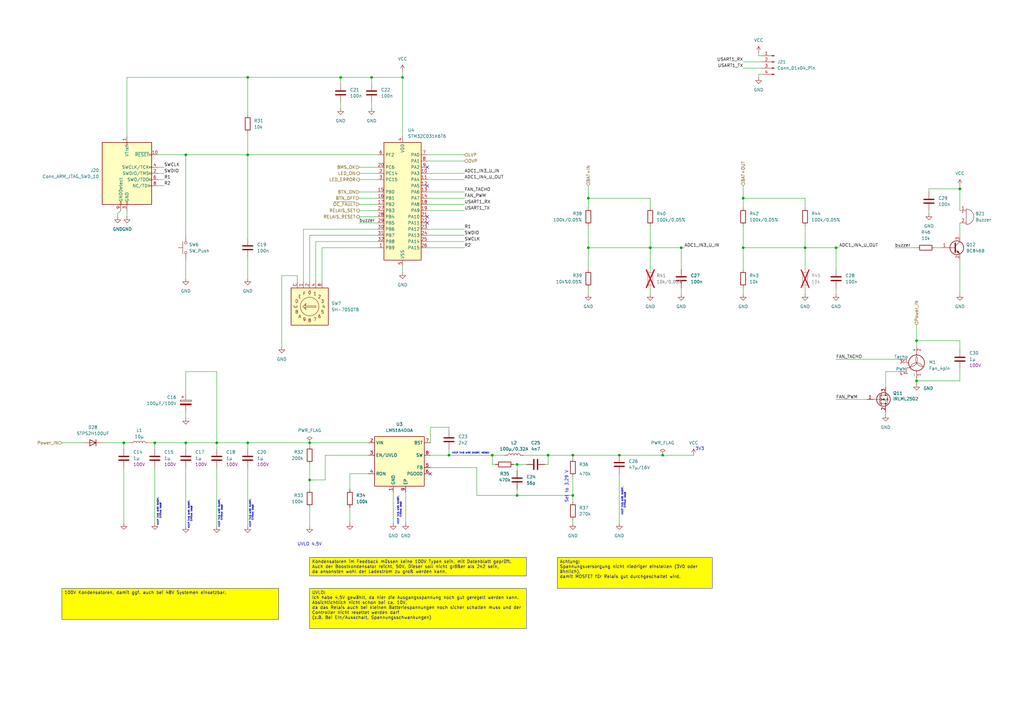
<source format=kicad_sch>
(kicad_sch
	(version 20250114)
	(generator "eeschema")
	(generator_version "9.0")
	(uuid "72baee58-3acb-4381-8344-e659d9461441")
	(paper "A3")
	(lib_symbols
		(symbol "Connector:Conn_01x04_Pin"
			(pin_names
				(offset 1.016)
				(hide yes)
			)
			(exclude_from_sim no)
			(in_bom yes)
			(on_board yes)
			(property "Reference" "J"
				(at 0 5.08 0)
				(effects
					(font
						(size 1.27 1.27)
					)
				)
			)
			(property "Value" "Conn_01x04_Pin"
				(at 0 -7.62 0)
				(effects
					(font
						(size 1.27 1.27)
					)
				)
			)
			(property "Footprint" ""
				(at 0 0 0)
				(effects
					(font
						(size 1.27 1.27)
					)
					(hide yes)
				)
			)
			(property "Datasheet" "~"
				(at 0 0 0)
				(effects
					(font
						(size 1.27 1.27)
					)
					(hide yes)
				)
			)
			(property "Description" "Generic connector, single row, 01x04, script generated"
				(at 0 0 0)
				(effects
					(font
						(size 1.27 1.27)
					)
					(hide yes)
				)
			)
			(property "ki_locked" ""
				(at 0 0 0)
				(effects
					(font
						(size 1.27 1.27)
					)
				)
			)
			(property "ki_keywords" "connector"
				(at 0 0 0)
				(effects
					(font
						(size 1.27 1.27)
					)
					(hide yes)
				)
			)
			(property "ki_fp_filters" "Connector*:*_1x??_*"
				(at 0 0 0)
				(effects
					(font
						(size 1.27 1.27)
					)
					(hide yes)
				)
			)
			(symbol "Conn_01x04_Pin_1_1"
				(rectangle
					(start 0.8636 2.667)
					(end 0 2.413)
					(stroke
						(width 0.1524)
						(type default)
					)
					(fill
						(type outline)
					)
				)
				(rectangle
					(start 0.8636 0.127)
					(end 0 -0.127)
					(stroke
						(width 0.1524)
						(type default)
					)
					(fill
						(type outline)
					)
				)
				(rectangle
					(start 0.8636 -2.413)
					(end 0 -2.667)
					(stroke
						(width 0.1524)
						(type default)
					)
					(fill
						(type outline)
					)
				)
				(rectangle
					(start 0.8636 -4.953)
					(end 0 -5.207)
					(stroke
						(width 0.1524)
						(type default)
					)
					(fill
						(type outline)
					)
				)
				(polyline
					(pts
						(xy 1.27 2.54) (xy 0.8636 2.54)
					)
					(stroke
						(width 0.1524)
						(type default)
					)
					(fill
						(type none)
					)
				)
				(polyline
					(pts
						(xy 1.27 0) (xy 0.8636 0)
					)
					(stroke
						(width 0.1524)
						(type default)
					)
					(fill
						(type none)
					)
				)
				(polyline
					(pts
						(xy 1.27 -2.54) (xy 0.8636 -2.54)
					)
					(stroke
						(width 0.1524)
						(type default)
					)
					(fill
						(type none)
					)
				)
				(polyline
					(pts
						(xy 1.27 -5.08) (xy 0.8636 -5.08)
					)
					(stroke
						(width 0.1524)
						(type default)
					)
					(fill
						(type none)
					)
				)
				(pin passive line
					(at 5.08 2.54 180)
					(length 3.81)
					(name "Pin_1"
						(effects
							(font
								(size 1.27 1.27)
							)
						)
					)
					(number "1"
						(effects
							(font
								(size 1.27 1.27)
							)
						)
					)
				)
				(pin passive line
					(at 5.08 0 180)
					(length 3.81)
					(name "Pin_2"
						(effects
							(font
								(size 1.27 1.27)
							)
						)
					)
					(number "2"
						(effects
							(font
								(size 1.27 1.27)
							)
						)
					)
				)
				(pin passive line
					(at 5.08 -2.54 180)
					(length 3.81)
					(name "Pin_3"
						(effects
							(font
								(size 1.27 1.27)
							)
						)
					)
					(number "3"
						(effects
							(font
								(size 1.27 1.27)
							)
						)
					)
				)
				(pin passive line
					(at 5.08 -5.08 180)
					(length 3.81)
					(name "Pin_4"
						(effects
							(font
								(size 1.27 1.27)
							)
						)
					)
					(number "4"
						(effects
							(font
								(size 1.27 1.27)
							)
						)
					)
				)
			)
			(embedded_fonts no)
		)
		(symbol "Connector:Conn_ARM_JTAG_SWD_10"
			(pin_names
				(offset 1.016)
			)
			(exclude_from_sim no)
			(in_bom yes)
			(on_board yes)
			(property "Reference" "J"
				(at -2.54 16.51 0)
				(effects
					(font
						(size 1.27 1.27)
					)
					(justify right)
				)
			)
			(property "Value" "Conn_ARM_JTAG_SWD_10"
				(at -2.54 13.97 0)
				(effects
					(font
						(size 1.27 1.27)
					)
					(justify right bottom)
				)
			)
			(property "Footprint" ""
				(at 0 0 0)
				(effects
					(font
						(size 1.27 1.27)
					)
					(hide yes)
				)
			)
			(property "Datasheet" "http://infocenter.arm.com/help/topic/com.arm.doc.ddi0314h/DDI0314H_coresight_components_trm.pdf"
				(at -8.89 -31.75 90)
				(effects
					(font
						(size 1.27 1.27)
					)
					(hide yes)
				)
			)
			(property "Description" "Cortex Debug Connector, standard ARM Cortex-M SWD and JTAG interface"
				(at 0 0 0)
				(effects
					(font
						(size 1.27 1.27)
					)
					(hide yes)
				)
			)
			(property "ki_keywords" "Cortex Debug Connector ARM SWD JTAG"
				(at 0 0 0)
				(effects
					(font
						(size 1.27 1.27)
					)
					(hide yes)
				)
			)
			(property "ki_fp_filters" "PinHeader?2x05?P1.27mm*"
				(at 0 0 0)
				(effects
					(font
						(size 1.27 1.27)
					)
					(hide yes)
				)
			)
			(symbol "Conn_ARM_JTAG_SWD_10_0_1"
				(rectangle
					(start -10.16 12.7)
					(end 10.16 -12.7)
					(stroke
						(width 0.254)
						(type default)
					)
					(fill
						(type background)
					)
				)
				(rectangle
					(start -2.794 -12.7)
					(end -2.286 -11.684)
					(stroke
						(width 0)
						(type default)
					)
					(fill
						(type none)
					)
				)
				(rectangle
					(start -0.254 12.7)
					(end 0.254 11.684)
					(stroke
						(width 0)
						(type default)
					)
					(fill
						(type none)
					)
				)
				(rectangle
					(start -0.254 -12.7)
					(end 0.254 -11.684)
					(stroke
						(width 0)
						(type default)
					)
					(fill
						(type none)
					)
				)
				(rectangle
					(start 9.144 2.286)
					(end 10.16 2.794)
					(stroke
						(width 0)
						(type default)
					)
					(fill
						(type none)
					)
				)
				(rectangle
					(start 10.16 7.874)
					(end 9.144 7.366)
					(stroke
						(width 0)
						(type default)
					)
					(fill
						(type none)
					)
				)
				(rectangle
					(start 10.16 -0.254)
					(end 9.144 0.254)
					(stroke
						(width 0)
						(type default)
					)
					(fill
						(type none)
					)
				)
				(rectangle
					(start 10.16 -2.794)
					(end 9.144 -2.286)
					(stroke
						(width 0)
						(type default)
					)
					(fill
						(type none)
					)
				)
			)
			(symbol "Conn_ARM_JTAG_SWD_10_1_1"
				(rectangle
					(start 9.144 -5.334)
					(end 10.16 -4.826)
					(stroke
						(width 0)
						(type default)
					)
					(fill
						(type none)
					)
				)
				(pin no_connect line
					(at -10.16 0 0)
					(length 2.54)
					(hide yes)
					(name "KEY"
						(effects
							(font
								(size 1.27 1.27)
							)
						)
					)
					(number "7"
						(effects
							(font
								(size 1.27 1.27)
							)
						)
					)
				)
				(pin passive line
					(at -2.54 -15.24 90)
					(length 2.54)
					(name "GNDDetect"
						(effects
							(font
								(size 1.27 1.27)
							)
						)
					)
					(number "9"
						(effects
							(font
								(size 1.27 1.27)
							)
						)
					)
				)
				(pin power_in line
					(at 0 15.24 270)
					(length 2.54)
					(name "VTref"
						(effects
							(font
								(size 1.27 1.27)
							)
						)
					)
					(number "1"
						(effects
							(font
								(size 1.27 1.27)
							)
						)
					)
				)
				(pin power_in line
					(at 0 -15.24 90)
					(length 2.54)
					(name "GND"
						(effects
							(font
								(size 1.27 1.27)
							)
						)
					)
					(number "3"
						(effects
							(font
								(size 1.27 1.27)
							)
						)
					)
				)
				(pin passive line
					(at 0 -15.24 90)
					(length 2.54)
					(hide yes)
					(name "GND"
						(effects
							(font
								(size 1.27 1.27)
							)
						)
					)
					(number "5"
						(effects
							(font
								(size 1.27 1.27)
							)
						)
					)
				)
				(pin open_collector line
					(at 12.7 7.62 180)
					(length 2.54)
					(name "~{RESET}"
						(effects
							(font
								(size 1.27 1.27)
							)
						)
					)
					(number "10"
						(effects
							(font
								(size 1.27 1.27)
							)
						)
					)
				)
				(pin output line
					(at 12.7 2.54 180)
					(length 2.54)
					(name "SWCLK/TCK"
						(effects
							(font
								(size 1.27 1.27)
							)
						)
					)
					(number "4"
						(effects
							(font
								(size 1.27 1.27)
							)
						)
					)
				)
				(pin bidirectional line
					(at 12.7 0 180)
					(length 2.54)
					(name "SWDIO/TMS"
						(effects
							(font
								(size 1.27 1.27)
							)
						)
					)
					(number "2"
						(effects
							(font
								(size 1.27 1.27)
							)
						)
					)
				)
				(pin input line
					(at 12.7 -2.54 180)
					(length 2.54)
					(name "SWO/TDO"
						(effects
							(font
								(size 1.27 1.27)
							)
						)
					)
					(number "6"
						(effects
							(font
								(size 1.27 1.27)
							)
						)
					)
				)
				(pin output line
					(at 12.7 -5.08 180)
					(length 2.54)
					(name "NC/TDI"
						(effects
							(font
								(size 1.27 1.27)
							)
						)
					)
					(number "8"
						(effects
							(font
								(size 1.27 1.27)
							)
						)
					)
				)
			)
			(embedded_fonts no)
		)
		(symbol "Device:Buzzer"
			(pin_names
				(offset 0.0254)
				(hide yes)
			)
			(exclude_from_sim no)
			(in_bom yes)
			(on_board yes)
			(property "Reference" "BZ"
				(at 3.81 1.27 0)
				(effects
					(font
						(size 1.27 1.27)
					)
					(justify left)
				)
			)
			(property "Value" "Buzzer"
				(at 3.81 -1.27 0)
				(effects
					(font
						(size 1.27 1.27)
					)
					(justify left)
				)
			)
			(property "Footprint" ""
				(at -0.635 2.54 90)
				(effects
					(font
						(size 1.27 1.27)
					)
					(hide yes)
				)
			)
			(property "Datasheet" "~"
				(at -0.635 2.54 90)
				(effects
					(font
						(size 1.27 1.27)
					)
					(hide yes)
				)
			)
			(property "Description" "Buzzer, polarized"
				(at 0 0 0)
				(effects
					(font
						(size 1.27 1.27)
					)
					(hide yes)
				)
			)
			(property "ki_keywords" "quartz resonator ceramic"
				(at 0 0 0)
				(effects
					(font
						(size 1.27 1.27)
					)
					(hide yes)
				)
			)
			(property "ki_fp_filters" "*Buzzer*"
				(at 0 0 0)
				(effects
					(font
						(size 1.27 1.27)
					)
					(hide yes)
				)
			)
			(symbol "Buzzer_0_1"
				(polyline
					(pts
						(xy -1.651 1.905) (xy -1.143 1.905)
					)
					(stroke
						(width 0)
						(type default)
					)
					(fill
						(type none)
					)
				)
				(polyline
					(pts
						(xy -1.397 2.159) (xy -1.397 1.651)
					)
					(stroke
						(width 0)
						(type default)
					)
					(fill
						(type none)
					)
				)
				(arc
					(start 0 3.175)
					(mid 3.1612 0)
					(end 0 -3.175)
					(stroke
						(width 0)
						(type default)
					)
					(fill
						(type none)
					)
				)
				(polyline
					(pts
						(xy 0 3.175) (xy 0 -3.175)
					)
					(stroke
						(width 0)
						(type default)
					)
					(fill
						(type none)
					)
				)
			)
			(symbol "Buzzer_1_1"
				(pin passive line
					(at -2.54 2.54 0)
					(length 2.54)
					(name "+"
						(effects
							(font
								(size 1.27 1.27)
							)
						)
					)
					(number "1"
						(effects
							(font
								(size 1.27 1.27)
							)
						)
					)
				)
				(pin passive line
					(at -2.54 -2.54 0)
					(length 2.54)
					(name "-"
						(effects
							(font
								(size 1.27 1.27)
							)
						)
					)
					(number "2"
						(effects
							(font
								(size 1.27 1.27)
							)
						)
					)
				)
			)
			(embedded_fonts no)
		)
		(symbol "Device:C"
			(pin_numbers
				(hide yes)
			)
			(pin_names
				(offset 0.254)
			)
			(exclude_from_sim no)
			(in_bom yes)
			(on_board yes)
			(property "Reference" "C"
				(at 0.635 2.54 0)
				(effects
					(font
						(size 1.27 1.27)
					)
					(justify left)
				)
			)
			(property "Value" "C"
				(at 0.635 -2.54 0)
				(effects
					(font
						(size 1.27 1.27)
					)
					(justify left)
				)
			)
			(property "Footprint" ""
				(at 0.9652 -3.81 0)
				(effects
					(font
						(size 1.27 1.27)
					)
					(hide yes)
				)
			)
			(property "Datasheet" "~"
				(at 0 0 0)
				(effects
					(font
						(size 1.27 1.27)
					)
					(hide yes)
				)
			)
			(property "Description" "Unpolarized capacitor"
				(at 0 0 0)
				(effects
					(font
						(size 1.27 1.27)
					)
					(hide yes)
				)
			)
			(property "ki_keywords" "cap capacitor"
				(at 0 0 0)
				(effects
					(font
						(size 1.27 1.27)
					)
					(hide yes)
				)
			)
			(property "ki_fp_filters" "C_*"
				(at 0 0 0)
				(effects
					(font
						(size 1.27 1.27)
					)
					(hide yes)
				)
			)
			(symbol "C_0_1"
				(polyline
					(pts
						(xy -2.032 0.762) (xy 2.032 0.762)
					)
					(stroke
						(width 0.508)
						(type default)
					)
					(fill
						(type none)
					)
				)
				(polyline
					(pts
						(xy -2.032 -0.762) (xy 2.032 -0.762)
					)
					(stroke
						(width 0.508)
						(type default)
					)
					(fill
						(type none)
					)
				)
			)
			(symbol "C_1_1"
				(pin passive line
					(at 0 3.81 270)
					(length 2.794)
					(name "~"
						(effects
							(font
								(size 1.27 1.27)
							)
						)
					)
					(number "1"
						(effects
							(font
								(size 1.27 1.27)
							)
						)
					)
				)
				(pin passive line
					(at 0 -3.81 90)
					(length 2.794)
					(name "~"
						(effects
							(font
								(size 1.27 1.27)
							)
						)
					)
					(number "2"
						(effects
							(font
								(size 1.27 1.27)
							)
						)
					)
				)
			)
			(embedded_fonts no)
		)
		(symbol "Device:C_Polarized"
			(pin_numbers
				(hide yes)
			)
			(pin_names
				(offset 0.254)
			)
			(exclude_from_sim no)
			(in_bom yes)
			(on_board yes)
			(property "Reference" "C"
				(at 0.635 2.54 0)
				(effects
					(font
						(size 1.27 1.27)
					)
					(justify left)
				)
			)
			(property "Value" "C_Polarized"
				(at 0.635 -2.54 0)
				(effects
					(font
						(size 1.27 1.27)
					)
					(justify left)
				)
			)
			(property "Footprint" ""
				(at 0.9652 -3.81 0)
				(effects
					(font
						(size 1.27 1.27)
					)
					(hide yes)
				)
			)
			(property "Datasheet" "~"
				(at 0 0 0)
				(effects
					(font
						(size 1.27 1.27)
					)
					(hide yes)
				)
			)
			(property "Description" "Polarized capacitor"
				(at 0 0 0)
				(effects
					(font
						(size 1.27 1.27)
					)
					(hide yes)
				)
			)
			(property "ki_keywords" "cap capacitor"
				(at 0 0 0)
				(effects
					(font
						(size 1.27 1.27)
					)
					(hide yes)
				)
			)
			(property "ki_fp_filters" "CP_*"
				(at 0 0 0)
				(effects
					(font
						(size 1.27 1.27)
					)
					(hide yes)
				)
			)
			(symbol "C_Polarized_0_1"
				(rectangle
					(start -2.286 0.508)
					(end 2.286 1.016)
					(stroke
						(width 0)
						(type default)
					)
					(fill
						(type none)
					)
				)
				(polyline
					(pts
						(xy -1.778 2.286) (xy -0.762 2.286)
					)
					(stroke
						(width 0)
						(type default)
					)
					(fill
						(type none)
					)
				)
				(polyline
					(pts
						(xy -1.27 2.794) (xy -1.27 1.778)
					)
					(stroke
						(width 0)
						(type default)
					)
					(fill
						(type none)
					)
				)
				(rectangle
					(start 2.286 -0.508)
					(end -2.286 -1.016)
					(stroke
						(width 0)
						(type default)
					)
					(fill
						(type outline)
					)
				)
			)
			(symbol "C_Polarized_1_1"
				(pin passive line
					(at 0 3.81 270)
					(length 2.794)
					(name "~"
						(effects
							(font
								(size 1.27 1.27)
							)
						)
					)
					(number "1"
						(effects
							(font
								(size 1.27 1.27)
							)
						)
					)
				)
				(pin passive line
					(at 0 -3.81 90)
					(length 2.794)
					(name "~"
						(effects
							(font
								(size 1.27 1.27)
							)
						)
					)
					(number "2"
						(effects
							(font
								(size 1.27 1.27)
							)
						)
					)
				)
			)
			(embedded_fonts no)
		)
		(symbol "Device:D"
			(pin_numbers
				(hide yes)
			)
			(pin_names
				(offset 1.016)
				(hide yes)
			)
			(exclude_from_sim no)
			(in_bom yes)
			(on_board yes)
			(property "Reference" "D"
				(at 0 2.54 0)
				(effects
					(font
						(size 1.27 1.27)
					)
				)
			)
			(property "Value" "D"
				(at 0 -2.54 0)
				(effects
					(font
						(size 1.27 1.27)
					)
				)
			)
			(property "Footprint" ""
				(at 0 0 0)
				(effects
					(font
						(size 1.27 1.27)
					)
					(hide yes)
				)
			)
			(property "Datasheet" "~"
				(at 0 0 0)
				(effects
					(font
						(size 1.27 1.27)
					)
					(hide yes)
				)
			)
			(property "Description" "Diode"
				(at 0 0 0)
				(effects
					(font
						(size 1.27 1.27)
					)
					(hide yes)
				)
			)
			(property "Sim.Device" "D"
				(at 0 0 0)
				(effects
					(font
						(size 1.27 1.27)
					)
					(hide yes)
				)
			)
			(property "Sim.Pins" "1=K 2=A"
				(at 0 0 0)
				(effects
					(font
						(size 1.27 1.27)
					)
					(hide yes)
				)
			)
			(property "ki_keywords" "diode"
				(at 0 0 0)
				(effects
					(font
						(size 1.27 1.27)
					)
					(hide yes)
				)
			)
			(property "ki_fp_filters" "TO-???* *_Diode_* *SingleDiode* D_*"
				(at 0 0 0)
				(effects
					(font
						(size 1.27 1.27)
					)
					(hide yes)
				)
			)
			(symbol "D_0_1"
				(polyline
					(pts
						(xy -1.27 1.27) (xy -1.27 -1.27)
					)
					(stroke
						(width 0.254)
						(type default)
					)
					(fill
						(type none)
					)
				)
				(polyline
					(pts
						(xy 1.27 1.27) (xy 1.27 -1.27) (xy -1.27 0) (xy 1.27 1.27)
					)
					(stroke
						(width 0.254)
						(type default)
					)
					(fill
						(type none)
					)
				)
				(polyline
					(pts
						(xy 1.27 0) (xy -1.27 0)
					)
					(stroke
						(width 0)
						(type default)
					)
					(fill
						(type none)
					)
				)
			)
			(symbol "D_1_1"
				(pin passive line
					(at -3.81 0 0)
					(length 2.54)
					(name "K"
						(effects
							(font
								(size 1.27 1.27)
							)
						)
					)
					(number "1"
						(effects
							(font
								(size 1.27 1.27)
							)
						)
					)
				)
				(pin passive line
					(at 3.81 0 180)
					(length 2.54)
					(name "A"
						(effects
							(font
								(size 1.27 1.27)
							)
						)
					)
					(number "2"
						(effects
							(font
								(size 1.27 1.27)
							)
						)
					)
				)
			)
			(embedded_fonts no)
		)
		(symbol "Device:L"
			(pin_numbers
				(hide yes)
			)
			(pin_names
				(offset 1.016)
				(hide yes)
			)
			(exclude_from_sim no)
			(in_bom yes)
			(on_board yes)
			(property "Reference" "L"
				(at -1.27 0 90)
				(effects
					(font
						(size 1.27 1.27)
					)
				)
			)
			(property "Value" "L"
				(at 1.905 0 90)
				(effects
					(font
						(size 1.27 1.27)
					)
				)
			)
			(property "Footprint" ""
				(at 0 0 0)
				(effects
					(font
						(size 1.27 1.27)
					)
					(hide yes)
				)
			)
			(property "Datasheet" "~"
				(at 0 0 0)
				(effects
					(font
						(size 1.27 1.27)
					)
					(hide yes)
				)
			)
			(property "Description" "Inductor"
				(at 0 0 0)
				(effects
					(font
						(size 1.27 1.27)
					)
					(hide yes)
				)
			)
			(property "ki_keywords" "inductor choke coil reactor magnetic"
				(at 0 0 0)
				(effects
					(font
						(size 1.27 1.27)
					)
					(hide yes)
				)
			)
			(property "ki_fp_filters" "Choke_* *Coil* Inductor_* L_*"
				(at 0 0 0)
				(effects
					(font
						(size 1.27 1.27)
					)
					(hide yes)
				)
			)
			(symbol "L_0_1"
				(arc
					(start 0 2.54)
					(mid 0.6323 1.905)
					(end 0 1.27)
					(stroke
						(width 0)
						(type default)
					)
					(fill
						(type none)
					)
				)
				(arc
					(start 0 1.27)
					(mid 0.6323 0.635)
					(end 0 0)
					(stroke
						(width 0)
						(type default)
					)
					(fill
						(type none)
					)
				)
				(arc
					(start 0 0)
					(mid 0.6323 -0.635)
					(end 0 -1.27)
					(stroke
						(width 0)
						(type default)
					)
					(fill
						(type none)
					)
				)
				(arc
					(start 0 -1.27)
					(mid 0.6323 -1.905)
					(end 0 -2.54)
					(stroke
						(width 0)
						(type default)
					)
					(fill
						(type none)
					)
				)
			)
			(symbol "L_1_1"
				(pin passive line
					(at 0 3.81 270)
					(length 1.27)
					(name "1"
						(effects
							(font
								(size 1.27 1.27)
							)
						)
					)
					(number "1"
						(effects
							(font
								(size 1.27 1.27)
							)
						)
					)
				)
				(pin passive line
					(at 0 -3.81 90)
					(length 1.27)
					(name "2"
						(effects
							(font
								(size 1.27 1.27)
							)
						)
					)
					(number "2"
						(effects
							(font
								(size 1.27 1.27)
							)
						)
					)
				)
			)
			(embedded_fonts no)
		)
		(symbol "Device:R"
			(pin_numbers
				(hide yes)
			)
			(pin_names
				(offset 0)
			)
			(exclude_from_sim no)
			(in_bom yes)
			(on_board yes)
			(property "Reference" "R"
				(at 2.032 0 90)
				(effects
					(font
						(size 1.27 1.27)
					)
				)
			)
			(property "Value" "R"
				(at 0 0 90)
				(effects
					(font
						(size 1.27 1.27)
					)
				)
			)
			(property "Footprint" ""
				(at -1.778 0 90)
				(effects
					(font
						(size 1.27 1.27)
					)
					(hide yes)
				)
			)
			(property "Datasheet" "~"
				(at 0 0 0)
				(effects
					(font
						(size 1.27 1.27)
					)
					(hide yes)
				)
			)
			(property "Description" "Resistor"
				(at 0 0 0)
				(effects
					(font
						(size 1.27 1.27)
					)
					(hide yes)
				)
			)
			(property "ki_keywords" "R res resistor"
				(at 0 0 0)
				(effects
					(font
						(size 1.27 1.27)
					)
					(hide yes)
				)
			)
			(property "ki_fp_filters" "R_*"
				(at 0 0 0)
				(effects
					(font
						(size 1.27 1.27)
					)
					(hide yes)
				)
			)
			(symbol "R_0_1"
				(rectangle
					(start -1.016 -2.54)
					(end 1.016 2.54)
					(stroke
						(width 0.254)
						(type default)
					)
					(fill
						(type none)
					)
				)
			)
			(symbol "R_1_1"
				(pin passive line
					(at 0 3.81 270)
					(length 1.27)
					(name "~"
						(effects
							(font
								(size 1.27 1.27)
							)
						)
					)
					(number "1"
						(effects
							(font
								(size 1.27 1.27)
							)
						)
					)
				)
				(pin passive line
					(at 0 -3.81 90)
					(length 1.27)
					(name "~"
						(effects
							(font
								(size 1.27 1.27)
							)
						)
					)
					(number "2"
						(effects
							(font
								(size 1.27 1.27)
							)
						)
					)
				)
			)
			(embedded_fonts no)
		)
		(symbol "MCU_ST_STM32C0:STM32C031K4Tx"
			(exclude_from_sim no)
			(in_bom yes)
			(on_board yes)
			(property "Reference" "U"
				(at -7.62 26.67 0)
				(effects
					(font
						(size 1.27 1.27)
					)
					(justify left)
				)
			)
			(property "Value" "STM32C031K4Tx"
				(at 2.54 26.67 0)
				(effects
					(font
						(size 1.27 1.27)
					)
					(justify left)
				)
			)
			(property "Footprint" "Package_QFP:LQFP-32_7x7mm_P0.8mm"
				(at -7.62 -22.86 0)
				(effects
					(font
						(size 1.27 1.27)
					)
					(justify right)
					(hide yes)
				)
			)
			(property "Datasheet" "https://www.st.com/resource/en/datasheet/stm32c031k4.pdf"
				(at 0 0 0)
				(effects
					(font
						(size 1.27 1.27)
					)
					(hide yes)
				)
			)
			(property "Description" "STMicroelectronics Arm Cortex-M0+ MCU, 16KB flash, 12KB RAM, 48 MHz, 2.0-3.6V, 30 GPIO, LQFP32"
				(at 0 0 0)
				(effects
					(font
						(size 1.27 1.27)
					)
					(hide yes)
				)
			)
			(property "ki_keywords" "Arm Cortex-M0+ STM32C0 STM32C0x1"
				(at 0 0 0)
				(effects
					(font
						(size 1.27 1.27)
					)
					(hide yes)
				)
			)
			(property "ki_fp_filters" "LQFP*7x7mm*P0.8mm*"
				(at 0 0 0)
				(effects
					(font
						(size 1.27 1.27)
					)
					(hide yes)
				)
			)
			(symbol "STM32C031K4Tx_0_1"
				(rectangle
					(start -7.62 -22.86)
					(end 7.62 25.4)
					(stroke
						(width 0.254)
						(type default)
					)
					(fill
						(type background)
					)
				)
			)
			(symbol "STM32C031K4Tx_1_1"
				(pin bidirectional line
					(at -10.16 20.32 0)
					(length 2.54)
					(name "PF2"
						(effects
							(font
								(size 1.27 1.27)
							)
						)
					)
					(number "6"
						(effects
							(font
								(size 1.27 1.27)
							)
						)
					)
					(alternate "RCC_MCO" bidirectional line)
					(alternate "TIM1_CH4" bidirectional line)
				)
				(pin bidirectional line
					(at -10.16 15.24 0)
					(length 2.54)
					(name "PC6"
						(effects
							(font
								(size 1.27 1.27)
							)
						)
					)
					(number "20"
						(effects
							(font
								(size 1.27 1.27)
							)
						)
					)
					(alternate "TIM3_CH1" bidirectional line)
				)
				(pin bidirectional line
					(at -10.16 12.7 0)
					(length 2.54)
					(name "PC14"
						(effects
							(font
								(size 1.27 1.27)
							)
						)
					)
					(number "2"
						(effects
							(font
								(size 1.27 1.27)
							)
						)
					)
					(alternate "I2C1_SDA" bidirectional line)
					(alternate "IR_OUT" bidirectional line)
					(alternate "RCC_OSCX_IN" bidirectional line)
					(alternate "TIM17_CH1" bidirectional line)
					(alternate "TIM1_BKIN2" bidirectional line)
					(alternate "TIM1_ETR" bidirectional line)
					(alternate "TIM3_CH2" bidirectional line)
					(alternate "USART1_TX" bidirectional line)
					(alternate "USART2_CK" bidirectional line)
					(alternate "USART2_DE" bidirectional line)
					(alternate "USART2_RTS" bidirectional line)
				)
				(pin bidirectional line
					(at -10.16 10.16 0)
					(length 2.54)
					(name "PC15"
						(effects
							(font
								(size 1.27 1.27)
							)
						)
					)
					(number "3"
						(effects
							(font
								(size 1.27 1.27)
							)
						)
					)
					(alternate "RCC_OSC32_EN" bidirectional line)
					(alternate "RCC_OSCX_OUT" bidirectional line)
					(alternate "RCC_OSC_EN" bidirectional line)
					(alternate "TIM1_ETR" bidirectional line)
					(alternate "TIM3_CH3" bidirectional line)
				)
				(pin bidirectional line
					(at -10.16 5.08 0)
					(length 2.54)
					(name "PB0"
						(effects
							(font
								(size 1.27 1.27)
							)
						)
					)
					(number "15"
						(effects
							(font
								(size 1.27 1.27)
							)
						)
					)
					(alternate "ADC1_IN17" bidirectional line)
					(alternate "I2S1_WS" bidirectional line)
					(alternate "SPI1_NSS" bidirectional line)
					(alternate "TIM1_CH2N" bidirectional line)
					(alternate "TIM3_CH3" bidirectional line)
				)
				(pin bidirectional line
					(at -10.16 2.54 0)
					(length 2.54)
					(name "PB1"
						(effects
							(font
								(size 1.27 1.27)
							)
						)
					)
					(number "16"
						(effects
							(font
								(size 1.27 1.27)
							)
						)
					)
					(alternate "ADC1_IN18" bidirectional line)
					(alternate "TIM14_CH1" bidirectional line)
					(alternate "TIM1_CH2N" bidirectional line)
					(alternate "TIM1_CH3N" bidirectional line)
					(alternate "TIM3_CH4" bidirectional line)
				)
				(pin bidirectional line
					(at -10.16 0 0)
					(length 2.54)
					(name "PB2"
						(effects
							(font
								(size 1.27 1.27)
							)
						)
					)
					(number "17"
						(effects
							(font
								(size 1.27 1.27)
							)
						)
					)
					(alternate "ADC1_IN19" bidirectional line)
					(alternate "RCC_MCO_2" bidirectional line)
					(alternate "USART1_RX" bidirectional line)
				)
				(pin bidirectional line
					(at -10.16 -2.54 0)
					(length 2.54)
					(name "PB3"
						(effects
							(font
								(size 1.27 1.27)
							)
						)
					)
					(number "27"
						(effects
							(font
								(size 1.27 1.27)
							)
						)
					)
					(alternate "I2S1_CK" bidirectional line)
					(alternate "SPI1_SCK" bidirectional line)
					(alternate "TIM1_CH2" bidirectional line)
					(alternate "TIM3_CH2" bidirectional line)
					(alternate "USART1_CK" bidirectional line)
					(alternate "USART1_DE" bidirectional line)
					(alternate "USART1_RTS" bidirectional line)
				)
				(pin bidirectional line
					(at -10.16 -5.08 0)
					(length 2.54)
					(name "PB4"
						(effects
							(font
								(size 1.27 1.27)
							)
						)
					)
					(number "28"
						(effects
							(font
								(size 1.27 1.27)
							)
						)
					)
					(alternate "I2S1_MCK" bidirectional line)
					(alternate "SPI1_MISO" bidirectional line)
					(alternate "TIM17_BKIN" bidirectional line)
					(alternate "TIM3_CH1" bidirectional line)
					(alternate "USART1_CTS" bidirectional line)
					(alternate "USART1_NSS" bidirectional line)
				)
				(pin bidirectional line
					(at -10.16 -7.62 0)
					(length 2.54)
					(name "PB5"
						(effects
							(font
								(size 1.27 1.27)
							)
						)
					)
					(number "29"
						(effects
							(font
								(size 1.27 1.27)
							)
						)
					)
					(alternate "I2C1_SMBA" bidirectional line)
					(alternate "I2S1_SD" bidirectional line)
					(alternate "PWR_WKUP6" bidirectional line)
					(alternate "SPI1_MOSI" bidirectional line)
					(alternate "TIM16_BKIN" bidirectional line)
					(alternate "TIM3_CH2" bidirectional line)
					(alternate "TIM3_CH3" bidirectional line)
				)
				(pin bidirectional line
					(at -10.16 -10.16 0)
					(length 2.54)
					(name "PB6"
						(effects
							(font
								(size 1.27 1.27)
							)
						)
					)
					(number "30"
						(effects
							(font
								(size 1.27 1.27)
							)
						)
					)
					(alternate "I2C1_SCL" bidirectional line)
					(alternate "I2C1_SMBA" bidirectional line)
					(alternate "I2S1_CK" bidirectional line)
					(alternate "I2S1_MCK" bidirectional line)
					(alternate "I2S1_SD" bidirectional line)
					(alternate "PWR_WKUP3" bidirectional line)
					(alternate "SPI1_MISO" bidirectional line)
					(alternate "SPI1_MOSI" bidirectional line)
					(alternate "SPI1_SCK" bidirectional line)
					(alternate "TIM16_BKIN" bidirectional line)
					(alternate "TIM16_CH1N" bidirectional line)
					(alternate "TIM17_BKIN" bidirectional line)
					(alternate "TIM1_CH2" bidirectional line)
					(alternate "TIM1_CH3" bidirectional line)
					(alternate "TIM3_CH1" bidirectional line)
					(alternate "TIM3_CH2" bidirectional line)
					(alternate "TIM3_CH3" bidirectional line)
					(alternate "USART1_CK" bidirectional line)
					(alternate "USART1_CTS" bidirectional line)
					(alternate "USART1_DE" bidirectional line)
					(alternate "USART1_NSS" bidirectional line)
					(alternate "USART1_RTS" bidirectional line)
					(alternate "USART1_TX" bidirectional line)
				)
				(pin bidirectional line
					(at -10.16 -12.7 0)
					(length 2.54)
					(name "PB7"
						(effects
							(font
								(size 1.27 1.27)
							)
						)
					)
					(number "31"
						(effects
							(font
								(size 1.27 1.27)
							)
						)
					)
					(alternate "I2C1_SCL" bidirectional line)
					(alternate "I2C1_SDA" bidirectional line)
					(alternate "RTC_REFIN" bidirectional line)
					(alternate "TIM16_CH1" bidirectional line)
					(alternate "TIM17_CH1N" bidirectional line)
					(alternate "TIM1_CH4" bidirectional line)
					(alternate "TIM3_CH1" bidirectional line)
					(alternate "TIM3_CH4" bidirectional line)
					(alternate "USART1_RX" bidirectional line)
					(alternate "USART2_CTS" bidirectional line)
					(alternate "USART2_NSS" bidirectional line)
				)
				(pin bidirectional line
					(at -10.16 -15.24 0)
					(length 2.54)
					(name "PB8"
						(effects
							(font
								(size 1.27 1.27)
							)
						)
					)
					(number "32"
						(effects
							(font
								(size 1.27 1.27)
							)
						)
					)
					(alternate "I2C1_SCL" bidirectional line)
					(alternate "TIM16_CH1" bidirectional line)
					(alternate "TIM3_CH1" bidirectional line)
					(alternate "USART2_CTS" bidirectional line)
					(alternate "USART2_NSS" bidirectional line)
				)
				(pin bidirectional line
					(at -10.16 -17.78 0)
					(length 2.54)
					(name "PB9"
						(effects
							(font
								(size 1.27 1.27)
							)
						)
					)
					(number "1"
						(effects
							(font
								(size 1.27 1.27)
							)
						)
					)
					(alternate "I2C1_SDA" bidirectional line)
					(alternate "IR_OUT" bidirectional line)
					(alternate "TIM17_CH1" bidirectional line)
					(alternate "TIM3_CH2" bidirectional line)
					(alternate "USART2_CK" bidirectional line)
					(alternate "USART2_DE" bidirectional line)
					(alternate "USART2_RTS" bidirectional line)
				)
				(pin power_in line
					(at 0 27.94 270)
					(length 2.54)
					(name "VDD"
						(effects
							(font
								(size 1.27 1.27)
							)
						)
					)
					(number "4"
						(effects
							(font
								(size 1.27 1.27)
							)
						)
					)
				)
				(pin power_in line
					(at 0 -25.4 90)
					(length 2.54)
					(name "VSS"
						(effects
							(font
								(size 1.27 1.27)
							)
						)
					)
					(number "5"
						(effects
							(font
								(size 1.27 1.27)
							)
						)
					)
				)
				(pin bidirectional line
					(at 10.16 20.32 180)
					(length 2.54)
					(name "PA0"
						(effects
							(font
								(size 1.27 1.27)
							)
						)
					)
					(number "7"
						(effects
							(font
								(size 1.27 1.27)
							)
						)
					)
					(alternate "ADC1_IN0" bidirectional line)
					(alternate "PWR_WKUP1" bidirectional line)
					(alternate "TIM16_CH1" bidirectional line)
					(alternate "TIM1_CH1" bidirectional line)
					(alternate "USART1_TX" bidirectional line)
					(alternate "USART2_CTS" bidirectional line)
					(alternate "USART2_NSS" bidirectional line)
				)
				(pin bidirectional line
					(at 10.16 17.78 180)
					(length 2.54)
					(name "PA1"
						(effects
							(font
								(size 1.27 1.27)
							)
						)
					)
					(number "8"
						(effects
							(font
								(size 1.27 1.27)
							)
						)
					)
					(alternate "ADC1_IN1" bidirectional line)
					(alternate "I2C1_SMBA" bidirectional line)
					(alternate "I2S1_CK" bidirectional line)
					(alternate "SPI1_SCK" bidirectional line)
					(alternate "TIM17_CH1" bidirectional line)
					(alternate "TIM1_CH2" bidirectional line)
					(alternate "USART1_RX" bidirectional line)
					(alternate "USART2_CK" bidirectional line)
					(alternate "USART2_DE" bidirectional line)
					(alternate "USART2_RTS" bidirectional line)
				)
				(pin bidirectional line
					(at 10.16 15.24 180)
					(length 2.54)
					(name "PA2"
						(effects
							(font
								(size 1.27 1.27)
							)
						)
					)
					(number "9"
						(effects
							(font
								(size 1.27 1.27)
							)
						)
					)
					(alternate "ADC1_IN2" bidirectional line)
					(alternate "I2S1_SD" bidirectional line)
					(alternate "PWR_WKUP4" bidirectional line)
					(alternate "RCC_LSCO" bidirectional line)
					(alternate "SPI1_MOSI" bidirectional line)
					(alternate "TIM16_CH1N" bidirectional line)
					(alternate "TIM1_CH3" bidirectional line)
					(alternate "TIM3_ETR" bidirectional line)
					(alternate "USART2_TX" bidirectional line)
				)
				(pin bidirectional line
					(at 10.16 12.7 180)
					(length 2.54)
					(name "PA3"
						(effects
							(font
								(size 1.27 1.27)
							)
						)
					)
					(number "10"
						(effects
							(font
								(size 1.27 1.27)
							)
						)
					)
					(alternate "ADC1_IN3" bidirectional line)
					(alternate "TIM1_CH1N" bidirectional line)
					(alternate "TIM1_CH4" bidirectional line)
					(alternate "USART2_RX" bidirectional line)
				)
				(pin bidirectional line
					(at 10.16 10.16 180)
					(length 2.54)
					(name "PA4"
						(effects
							(font
								(size 1.27 1.27)
							)
						)
					)
					(number "11"
						(effects
							(font
								(size 1.27 1.27)
							)
						)
					)
					(alternate "ADC1_IN4" bidirectional line)
					(alternate "I2S1_WS" bidirectional line)
					(alternate "PWR_WKUP2" bidirectional line)
					(alternate "RTC_OUT1" bidirectional line)
					(alternate "RTC_TS" bidirectional line)
					(alternate "SPI1_NSS" bidirectional line)
					(alternate "TIM14_CH1" bidirectional line)
					(alternate "TIM17_CH1N" bidirectional line)
					(alternate "TIM1_CH2N" bidirectional line)
					(alternate "USART2_TX" bidirectional line)
				)
				(pin bidirectional line
					(at 10.16 7.62 180)
					(length 2.54)
					(name "PA5"
						(effects
							(font
								(size 1.27 1.27)
							)
						)
					)
					(number "12"
						(effects
							(font
								(size 1.27 1.27)
							)
						)
					)
					(alternate "ADC1_IN5" bidirectional line)
					(alternate "I2S1_CK" bidirectional line)
					(alternate "SPI1_SCK" bidirectional line)
					(alternate "TIM1_CH1" bidirectional line)
					(alternate "TIM1_CH3N" bidirectional line)
					(alternate "USART2_RX" bidirectional line)
				)
				(pin bidirectional line
					(at 10.16 5.08 180)
					(length 2.54)
					(name "PA6"
						(effects
							(font
								(size 1.27 1.27)
							)
						)
					)
					(number "13"
						(effects
							(font
								(size 1.27 1.27)
							)
						)
					)
					(alternate "ADC1_IN6" bidirectional line)
					(alternate "I2S1_MCK" bidirectional line)
					(alternate "SPI1_MISO" bidirectional line)
					(alternate "TIM16_CH1" bidirectional line)
					(alternate "TIM1_BKIN" bidirectional line)
					(alternate "TIM3_CH1" bidirectional line)
				)
				(pin bidirectional line
					(at 10.16 2.54 180)
					(length 2.54)
					(name "PA7"
						(effects
							(font
								(size 1.27 1.27)
							)
						)
					)
					(number "14"
						(effects
							(font
								(size 1.27 1.27)
							)
						)
					)
					(alternate "ADC1_IN7" bidirectional line)
					(alternate "I2S1_SD" bidirectional line)
					(alternate "SPI1_MOSI" bidirectional line)
					(alternate "TIM14_CH1" bidirectional line)
					(alternate "TIM17_CH1" bidirectional line)
					(alternate "TIM1_CH1N" bidirectional line)
					(alternate "TIM3_CH2" bidirectional line)
				)
				(pin bidirectional line
					(at 10.16 0 180)
					(length 2.54)
					(name "PA8"
						(effects
							(font
								(size 1.27 1.27)
							)
						)
					)
					(number "18"
						(effects
							(font
								(size 1.27 1.27)
							)
						)
					)
					(alternate "ADC1_IN8" bidirectional line)
					(alternate "I2S1_WS" bidirectional line)
					(alternate "RCC_MCO" bidirectional line)
					(alternate "RCC_MCO_2" bidirectional line)
					(alternate "SPI1_NSS" bidirectional line)
					(alternate "TIM14_CH1" bidirectional line)
					(alternate "TIM1_CH1" bidirectional line)
					(alternate "TIM1_CH2N" bidirectional line)
					(alternate "TIM1_CH3N" bidirectional line)
					(alternate "TIM3_CH3" bidirectional line)
					(alternate "TIM3_CH4" bidirectional line)
					(alternate "USART1_RX" bidirectional line)
					(alternate "USART2_TX" bidirectional line)
				)
				(pin bidirectional line
					(at 10.16 -2.54 180)
					(length 2.54)
					(name "PA9"
						(effects
							(font
								(size 1.27 1.27)
							)
						)
					)
					(number "19"
						(effects
							(font
								(size 1.27 1.27)
							)
						)
					)
					(alternate "I2C1_SCL" bidirectional line)
					(alternate "RCC_MCO" bidirectional line)
					(alternate "TIM1_CH2" bidirectional line)
					(alternate "TIM3_ETR" bidirectional line)
					(alternate "USART1_TX" bidirectional line)
				)
				(pin bidirectional line
					(at 10.16 -5.08 180)
					(length 2.54)
					(name "PA10"
						(effects
							(font
								(size 1.27 1.27)
							)
						)
					)
					(number "21"
						(effects
							(font
								(size 1.27 1.27)
							)
						)
					)
					(alternate "I2C1_SDA" bidirectional line)
					(alternate "RCC_MCO_2" bidirectional line)
					(alternate "TIM17_BKIN" bidirectional line)
					(alternate "TIM1_CH3" bidirectional line)
					(alternate "USART1_RX" bidirectional line)
				)
				(pin bidirectional line
					(at 10.16 -7.62 180)
					(length 2.54)
					(name "PA11"
						(effects
							(font
								(size 1.27 1.27)
							)
						)
					)
					(number "22"
						(effects
							(font
								(size 1.27 1.27)
							)
						)
					)
					(alternate "ADC1_EXTI11" bidirectional line)
					(alternate "ADC1_IN11" bidirectional line)
					(alternate "I2S1_MCK" bidirectional line)
					(alternate "SPI1_MISO" bidirectional line)
					(alternate "TIM1_BKIN2" bidirectional line)
					(alternate "TIM1_CH4" bidirectional line)
					(alternate "USART1_CTS" bidirectional line)
					(alternate "USART1_NSS" bidirectional line)
				)
				(pin bidirectional line
					(at 10.16 -10.16 180)
					(length 2.54)
					(name "PA12"
						(effects
							(font
								(size 1.27 1.27)
							)
						)
					)
					(number "23"
						(effects
							(font
								(size 1.27 1.27)
							)
						)
					)
					(alternate "ADC1_IN12" bidirectional line)
					(alternate "I2S1_SD" bidirectional line)
					(alternate "I2S_CKIN" bidirectional line)
					(alternate "SPI1_MOSI" bidirectional line)
					(alternate "TIM1_ETR" bidirectional line)
					(alternate "USART1_CK" bidirectional line)
					(alternate "USART1_DE" bidirectional line)
					(alternate "USART1_RTS" bidirectional line)
				)
				(pin bidirectional line
					(at 10.16 -12.7 180)
					(length 2.54)
					(name "PA13"
						(effects
							(font
								(size 1.27 1.27)
							)
						)
					)
					(number "24"
						(effects
							(font
								(size 1.27 1.27)
							)
						)
					)
					(alternate "ADC1_IN13" bidirectional line)
					(alternate "DEBUG_SWDIO" bidirectional line)
					(alternate "IR_OUT" bidirectional line)
					(alternate "TIM3_ETR" bidirectional line)
					(alternate "USART2_RX" bidirectional line)
				)
				(pin bidirectional line
					(at 10.16 -15.24 180)
					(length 2.54)
					(name "PA14"
						(effects
							(font
								(size 1.27 1.27)
							)
						)
					)
					(number "25"
						(effects
							(font
								(size 1.27 1.27)
							)
						)
					)
					(alternate "ADC1_IN14" bidirectional line)
					(alternate "DEBUG_SWCLK" bidirectional line)
					(alternate "I2S1_WS" bidirectional line)
					(alternate "RCC_MCO_2" bidirectional line)
					(alternate "SPI1_NSS" bidirectional line)
					(alternate "TIM1_CH1" bidirectional line)
					(alternate "USART1_CK" bidirectional line)
					(alternate "USART1_DE" bidirectional line)
					(alternate "USART1_RTS" bidirectional line)
					(alternate "USART2_RX" bidirectional line)
					(alternate "USART2_TX" bidirectional line)
				)
				(pin bidirectional line
					(at 10.16 -17.78 180)
					(length 2.54)
					(name "PA15"
						(effects
							(font
								(size 1.27 1.27)
							)
						)
					)
					(number "26"
						(effects
							(font
								(size 1.27 1.27)
							)
						)
					)
					(alternate "I2S1_WS" bidirectional line)
					(alternate "RCC_MCO_2" bidirectional line)
					(alternate "SPI1_NSS" bidirectional line)
					(alternate "TIM1_CH1" bidirectional line)
					(alternate "USART1_CK" bidirectional line)
					(alternate "USART1_DE" bidirectional line)
					(alternate "USART1_RTS" bidirectional line)
					(alternate "USART2_RX" bidirectional line)
				)
			)
			(embedded_fonts no)
		)
		(symbol "Motor:Fan_4pin"
			(pin_names
				(offset 0)
			)
			(exclude_from_sim no)
			(in_bom yes)
			(on_board yes)
			(property "Reference" "M"
				(at 2.54 5.08 0)
				(effects
					(font
						(size 1.27 1.27)
					)
					(justify left)
				)
			)
			(property "Value" "Fan_4pin"
				(at 2.54 -2.54 0)
				(effects
					(font
						(size 1.27 1.27)
					)
					(justify left top)
				)
			)
			(property "Footprint" ""
				(at 0 0.254 0)
				(effects
					(font
						(size 1.27 1.27)
					)
					(hide yes)
				)
			)
			(property "Datasheet" "http://www.formfactors.org/developer%5Cspecs%5Crev1_2_public.pdf"
				(at 0 0.254 0)
				(effects
					(font
						(size 1.27 1.27)
					)
					(hide yes)
				)
			)
			(property "Description" "Fan, tacho output, PWM input, 4-pin connector"
				(at 0 0 0)
				(effects
					(font
						(size 1.27 1.27)
					)
					(hide yes)
				)
			)
			(property "ki_keywords" "Fan Motor tacho PWM"
				(at 0 0 0)
				(effects
					(font
						(size 1.27 1.27)
					)
					(hide yes)
				)
			)
			(property "ki_fp_filters" "FanPinHeader*P2.54mm*Vertical* PinHeader*P2.54mm*Vertical* TerminalBlock*"
				(at 0 0 0)
				(effects
					(font
						(size 1.27 1.27)
					)
					(hide yes)
				)
			)
			(symbol "Fan_4pin_0_0"
				(polyline
					(pts
						(xy -5.08 2.032) (xy -5.334 2.159)
					)
					(stroke
						(width 0)
						(type default)
					)
					(fill
						(type none)
					)
				)
				(polyline
					(pts
						(xy -5.08 2.032) (xy -5.207 1.778)
					)
					(stroke
						(width 0)
						(type default)
					)
					(fill
						(type none)
					)
				)
				(arc
					(start -4.572 1.524)
					(mid -5.08 1.0182)
					(end -5.588 1.524)
					(stroke
						(width 0)
						(type default)
					)
					(fill
						(type none)
					)
				)
				(arc
					(start -5.588 1.524)
					(mid -5.4392 1.8832)
					(end -5.08 2.032)
					(stroke
						(width 0)
						(type default)
					)
					(fill
						(type none)
					)
				)
				(polyline
					(pts
						(xy -4.064 2.54) (xy -4.064 1.016) (xy -3.302 1.016)
					)
					(stroke
						(width 0)
						(type default)
					)
					(fill
						(type none)
					)
				)
			)
			(symbol "Fan_4pin_0_1"
				(polyline
					(pts
						(xy -5.334 -3.302) (xy -5.08 -3.302) (xy -5.08 -3.048) (xy -4.826 -3.048) (xy -4.826 -3.302) (xy -4.318 -3.302)
						(xy -4.318 -3.048) (xy -4.064 -3.048) (xy -4.064 -3.302) (xy -3.556 -3.302)
					)
					(stroke
						(width 0)
						(type default)
					)
					(fill
						(type none)
					)
				)
				(polyline
					(pts
						(xy -4.064 2.54) (xy -5.08 2.54)
					)
					(stroke
						(width 0)
						(type default)
					)
					(fill
						(type none)
					)
				)
				(polyline
					(pts
						(xy -2.54 -1.016) (xy -4.064 -1.016) (xy -4.064 -2.54) (xy -5.08 -2.54)
					)
					(stroke
						(width 0)
						(type default)
					)
					(fill
						(type none)
					)
				)
				(arc
					(start 0 3.81)
					(mid -0.0015 0.9048)
					(end -2.54 -0.508)
					(stroke
						(width 0)
						(type default)
					)
					(fill
						(type none)
					)
				)
				(polyline
					(pts
						(xy 0 4.572) (xy 0 5.08)
					)
					(stroke
						(width 0)
						(type default)
					)
					(fill
						(type none)
					)
				)
				(polyline
					(pts
						(xy 0 4.2672) (xy 0 4.6228)
					)
					(stroke
						(width 0)
						(type default)
					)
					(fill
						(type none)
					)
				)
				(circle
					(center 0 1.016)
					(radius 3.2512)
					(stroke
						(width 0.254)
						(type default)
					)
					(fill
						(type none)
					)
				)
				(arc
					(start -2.54 -0.508)
					(mid 0 1.0618)
					(end 2.54 -0.508)
					(stroke
						(width 0)
						(type default)
					)
					(fill
						(type none)
					)
				)
				(polyline
					(pts
						(xy 0 -2.2352) (xy 0 -2.6416)
					)
					(stroke
						(width 0)
						(type default)
					)
					(fill
						(type none)
					)
				)
				(polyline
					(pts
						(xy 0 -5.08) (xy 0 -4.572)
					)
					(stroke
						(width 0)
						(type default)
					)
					(fill
						(type none)
					)
				)
				(arc
					(start 2.54 -0.508)
					(mid 0.047 0.9315)
					(end 0 3.81)
					(stroke
						(width 0)
						(type default)
					)
					(fill
						(type none)
					)
				)
			)
			(symbol "Fan_4pin_1_1"
				(pin passive line
					(at -7.62 2.54 0)
					(length 2.54)
					(name "Tacho"
						(effects
							(font
								(size 1.27 1.27)
							)
						)
					)
					(number "3"
						(effects
							(font
								(size 1.27 1.27)
							)
						)
					)
				)
				(pin input line
					(at -7.62 -2.54 0)
					(length 2.54)
					(name "PWM"
						(effects
							(font
								(size 1.27 1.27)
							)
						)
					)
					(number "4"
						(effects
							(font
								(size 1.27 1.27)
							)
						)
					)
				)
				(pin passive line
					(at 0 7.62 270)
					(length 2.54)
					(name "+"
						(effects
							(font
								(size 1.27 1.27)
							)
						)
					)
					(number "2"
						(effects
							(font
								(size 1.27 1.27)
							)
						)
					)
				)
				(pin passive line
					(at 0 -5.08 90)
					(length 2.54)
					(name "-"
						(effects
							(font
								(size 1.27 1.27)
							)
						)
					)
					(number "1"
						(effects
							(font
								(size 1.27 1.27)
							)
						)
					)
				)
			)
			(embedded_fonts no)
		)
		(symbol "Regulator_Switching:LM5164DDA"
			(exclude_from_sim no)
			(in_bom yes)
			(on_board yes)
			(property "Reference" "U"
				(at -8.89 11.43 0)
				(effects
					(font
						(size 1.27 1.27)
					)
				)
			)
			(property "Value" "LM5164DDA"
				(at 5.08 11.43 0)
				(effects
					(font
						(size 1.27 1.27)
					)
				)
			)
			(property "Footprint" "Package_SO:HSOP-8-1EP_3.9x4.9mm_P1.27mm_EP2.41x3.1mm_ThermalVias"
				(at 1.27 -11.43 0)
				(effects
					(font
						(size 1.27 1.27)
					)
					(hide yes)
				)
			)
			(property "Datasheet" "https://www.ti.com/lit/ds/symlink/lm5164.pdf?ts=1598311864250&ref_url=https%253A%252F%252Fwww.ti.com%252Fproduct%252FLM5164%253FHQS%253DTI-null-null-octopart-df-pf-null-wwe"
				(at -7.62 8.89 0)
				(effects
					(font
						(size 1.27 1.27)
					)
					(hide yes)
				)
			)
			(property "Description" "1A synchronous buck converter with ultra-low IQ, 6V - 100V input, adjustable output voltage, HSOP-8"
				(at 0 0 0)
				(effects
					(font
						(size 1.27 1.27)
					)
					(hide yes)
				)
			)
			(property "ki_keywords" "step-down dc-dc buck regulator adjustable"
				(at 0 0 0)
				(effects
					(font
						(size 1.27 1.27)
					)
					(hide yes)
				)
			)
			(property "ki_fp_filters" "HSOP*1EP*3.9x4.9*P1.27mm*"
				(at 0 0 0)
				(effects
					(font
						(size 1.27 1.27)
					)
					(hide yes)
				)
			)
			(symbol "LM5164DDA_1_1"
				(rectangle
					(start -10.16 10.16)
					(end 10.16 -10.16)
					(stroke
						(width 0.254)
						(type default)
					)
					(fill
						(type background)
					)
				)
				(pin power_in line
					(at -12.7 7.62 0)
					(length 2.54)
					(name "VIN"
						(effects
							(font
								(size 1.27 1.27)
							)
						)
					)
					(number "2"
						(effects
							(font
								(size 1.27 1.27)
							)
						)
					)
				)
				(pin input line
					(at -12.7 2.54 0)
					(length 2.54)
					(name "EN/UVLO"
						(effects
							(font
								(size 1.27 1.27)
							)
						)
					)
					(number "3"
						(effects
							(font
								(size 1.27 1.27)
							)
						)
					)
				)
				(pin passive line
					(at -12.7 -5.08 0)
					(length 2.54)
					(name "RON"
						(effects
							(font
								(size 1.27 1.27)
							)
						)
					)
					(number "4"
						(effects
							(font
								(size 1.27 1.27)
							)
						)
					)
				)
				(pin power_in line
					(at -2.54 -12.7 90)
					(length 2.54)
					(name "GND"
						(effects
							(font
								(size 1.27 1.27)
							)
						)
					)
					(number "1"
						(effects
							(font
								(size 1.27 1.27)
							)
						)
					)
				)
				(pin passive line
					(at 2.54 -12.7 90)
					(length 2.54)
					(name "EP"
						(effects
							(font
								(size 1.27 1.27)
							)
						)
					)
					(number "9"
						(effects
							(font
								(size 1.27 1.27)
							)
						)
					)
				)
				(pin passive line
					(at 12.7 7.62 180)
					(length 2.54)
					(name "BST"
						(effects
							(font
								(size 1.27 1.27)
							)
						)
					)
					(number "7"
						(effects
							(font
								(size 1.27 1.27)
							)
						)
					)
				)
				(pin power_out line
					(at 12.7 2.54 180)
					(length 2.54)
					(name "SW"
						(effects
							(font
								(size 1.27 1.27)
							)
						)
					)
					(number "8"
						(effects
							(font
								(size 1.27 1.27)
							)
						)
					)
				)
				(pin input line
					(at 12.7 -2.54 180)
					(length 2.54)
					(name "FB"
						(effects
							(font
								(size 1.27 1.27)
							)
						)
					)
					(number "5"
						(effects
							(font
								(size 1.27 1.27)
							)
						)
					)
				)
				(pin open_collector line
					(at 12.7 -5.08 180)
					(length 2.54)
					(name "PGOOD"
						(effects
							(font
								(size 1.27 1.27)
							)
						)
					)
					(number "6"
						(effects
							(font
								(size 1.27 1.27)
							)
						)
					)
				)
			)
			(embedded_fonts no)
		)
		(symbol "Switch:SW_Coded_SH-7050"
			(pin_names
				(hide yes)
			)
			(exclude_from_sim no)
			(in_bom yes)
			(on_board yes)
			(property "Reference" "SW"
				(at -7.62 8.89 0)
				(effects
					(font
						(size 1.27 1.27)
					)
					(justify left)
				)
			)
			(property "Value" "SW_Coded_SH-7050"
				(at -7.62 -8.89 0)
				(effects
					(font
						(size 1.27 1.27)
					)
					(justify left)
				)
			)
			(property "Footprint" ""
				(at -7.62 -11.43 0)
				(effects
					(font
						(size 1.27 1.27)
					)
					(justify left)
					(hide yes)
				)
			)
			(property "Datasheet" "https://www.nidec-copal-electronics.com/e/catalog/switch/sh-7000.pdf"
				(at 0 0 0)
				(effects
					(font
						(size 1.27 1.27)
					)
					(hide yes)
				)
			)
			(property "Description" "Rotary switch, 4-bit encoding, 16 positions, Real code"
				(at 0 0 0)
				(effects
					(font
						(size 1.27 1.27)
					)
					(hide yes)
				)
			)
			(property "ki_keywords" "rotary hex Real"
				(at 0 0 0)
				(effects
					(font
						(size 1.27 1.27)
					)
					(hide yes)
				)
			)
			(property "ki_fp_filters" "Nidec*Copal*SH*7010*"
				(at 0 0 0)
				(effects
					(font
						(size 1.27 1.27)
					)
					(hide yes)
				)
			)
			(symbol "SW_Coded_SH-7050_0_0"
				(text "8"
					(at -5.715 0 900)
					(effects
						(font
							(size 1.27 1.27)
						)
					)
				)
				(text "9"
					(at -5.2832 2.1844 675)
					(effects
						(font
							(size 1.27 1.27)
						)
					)
				)
				(text "7"
					(at -5.2832 -2.1844 1125)
					(effects
						(font
							(size 1.27 1.27)
						)
					)
				)
				(text "A"
					(at -4.0386 4.0386 450)
					(effects
						(font
							(size 1.27 1.27)
						)
					)
				)
				(text "6"
					(at -4.0386 -4.0386 1350)
					(effects
						(font
							(size 1.27 1.27)
						)
					)
				)
				(text "B"
					(at -2.1844 5.2832 225)
					(effects
						(font
							(size 1.27 1.27)
						)
					)
				)
				(text "5"
					(at -2.1844 -5.2832 1575)
					(effects
						(font
							(size 1.27 1.27)
						)
					)
				)
				(text "C"
					(at 0 5.715 0)
					(effects
						(font
							(size 1.27 1.27)
						)
					)
				)
				(text "4"
					(at 0 -5.715 1800)
					(effects
						(font
							(size 1.27 1.27)
						)
					)
				)
				(text "D"
					(at 2.1844 5.2832 3375)
					(effects
						(font
							(size 1.27 1.27)
						)
					)
				)
				(text "3"
					(at 2.1844 -5.2832 2025)
					(effects
						(font
							(size 1.27 1.27)
						)
					)
				)
				(text "E"
					(at 4.0386 4.0386 3150)
					(effects
						(font
							(size 1.27 1.27)
						)
					)
				)
				(text "2"
					(at 4.0386 -4.0386 2250)
					(effects
						(font
							(size 1.27 1.27)
						)
					)
				)
				(text "F"
					(at 5.2832 2.1844 2925)
					(effects
						(font
							(size 1.27 1.27)
						)
					)
				)
				(text "1"
					(at 5.2832 -2.1844 2475)
					(effects
						(font
							(size 1.27 1.27)
						)
					)
				)
				(text "0"
					(at 5.715 0 2700)
					(effects
						(font
							(size 1.27 1.27)
						)
					)
				)
			)
			(symbol "SW_Coded_SH-7050_0_1"
				(polyline
					(pts
						(xy -0.254 -2.54) (xy -0.254 2.032) (xy -0.762 1.524) (xy -1.27 1.524) (xy 0 2.794) (xy 1.27 1.524)
						(xy 0.762 1.524) (xy 0.254 2.032) (xy 0.254 -2.54) (xy -0.254 -2.54) (xy -0.254 -2.54)
					)
					(stroke
						(width 0)
						(type default)
					)
					(fill
						(type none)
					)
				)
				(circle
					(center 0 0)
					(radius 3.81)
					(stroke
						(width 0)
						(type default)
					)
					(fill
						(type none)
					)
				)
				(rectangle
					(start 7.62 7.62)
					(end -7.62 -7.62)
					(stroke
						(width 0.254)
						(type default)
					)
					(fill
						(type background)
					)
				)
			)
			(symbol "SW_Coded_SH-7050_1_1"
				(pin passive line
					(at 10.16 5.08 180)
					(length 2.54)
					(name "C"
						(effects
							(font
								(size 1.27 1.27)
							)
						)
					)
					(number "C"
						(effects
							(font
								(size 1.27 1.27)
							)
						)
					)
				)
				(pin passive line
					(at 10.16 2.54 180)
					(length 2.54)
					(name "1"
						(effects
							(font
								(size 1.27 1.27)
							)
						)
					)
					(number "1"
						(effects
							(font
								(size 1.27 1.27)
							)
						)
					)
				)
				(pin passive line
					(at 10.16 0 180)
					(length 2.54)
					(name "2"
						(effects
							(font
								(size 1.27 1.27)
							)
						)
					)
					(number "2"
						(effects
							(font
								(size 1.27 1.27)
							)
						)
					)
				)
				(pin passive line
					(at 10.16 -2.54 180)
					(length 2.54)
					(name "4"
						(effects
							(font
								(size 1.27 1.27)
							)
						)
					)
					(number "4"
						(effects
							(font
								(size 1.27 1.27)
							)
						)
					)
				)
				(pin passive line
					(at 10.16 -5.08 180)
					(length 2.54)
					(name "8"
						(effects
							(font
								(size 1.27 1.27)
							)
						)
					)
					(number "8"
						(effects
							(font
								(size 1.27 1.27)
							)
						)
					)
				)
			)
			(embedded_fonts no)
		)
		(symbol "Switch:SW_Push"
			(pin_numbers
				(hide yes)
			)
			(pin_names
				(offset 1.016)
				(hide yes)
			)
			(exclude_from_sim no)
			(in_bom yes)
			(on_board yes)
			(property "Reference" "SW"
				(at 1.27 2.54 0)
				(effects
					(font
						(size 1.27 1.27)
					)
					(justify left)
				)
			)
			(property "Value" "SW_Push"
				(at 0 -1.524 0)
				(effects
					(font
						(size 1.27 1.27)
					)
				)
			)
			(property "Footprint" ""
				(at 0 5.08 0)
				(effects
					(font
						(size 1.27 1.27)
					)
					(hide yes)
				)
			)
			(property "Datasheet" "~"
				(at 0 5.08 0)
				(effects
					(font
						(size 1.27 1.27)
					)
					(hide yes)
				)
			)
			(property "Description" "Push button switch, generic, two pins"
				(at 0 0 0)
				(effects
					(font
						(size 1.27 1.27)
					)
					(hide yes)
				)
			)
			(property "ki_keywords" "switch normally-open pushbutton push-button"
				(at 0 0 0)
				(effects
					(font
						(size 1.27 1.27)
					)
					(hide yes)
				)
			)
			(symbol "SW_Push_0_1"
				(circle
					(center -2.032 0)
					(radius 0.508)
					(stroke
						(width 0)
						(type default)
					)
					(fill
						(type none)
					)
				)
				(polyline
					(pts
						(xy 0 1.27) (xy 0 3.048)
					)
					(stroke
						(width 0)
						(type default)
					)
					(fill
						(type none)
					)
				)
				(circle
					(center 2.032 0)
					(radius 0.508)
					(stroke
						(width 0)
						(type default)
					)
					(fill
						(type none)
					)
				)
				(polyline
					(pts
						(xy 2.54 1.27) (xy -2.54 1.27)
					)
					(stroke
						(width 0)
						(type default)
					)
					(fill
						(type none)
					)
				)
				(pin passive line
					(at -5.08 0 0)
					(length 2.54)
					(name "1"
						(effects
							(font
								(size 1.27 1.27)
							)
						)
					)
					(number "1"
						(effects
							(font
								(size 1.27 1.27)
							)
						)
					)
				)
				(pin passive line
					(at 5.08 0 180)
					(length 2.54)
					(name "2"
						(effects
							(font
								(size 1.27 1.27)
							)
						)
					)
					(number "2"
						(effects
							(font
								(size 1.27 1.27)
							)
						)
					)
				)
			)
			(embedded_fonts no)
		)
		(symbol "Transistor_BJT:Q_NPN_BEC"
			(pin_names
				(offset 0)
				(hide yes)
			)
			(exclude_from_sim no)
			(in_bom yes)
			(on_board yes)
			(property "Reference" "Q"
				(at 5.08 1.27 0)
				(effects
					(font
						(size 1.27 1.27)
					)
					(justify left)
				)
			)
			(property "Value" "Q_NPN_BEC"
				(at 5.08 -1.27 0)
				(effects
					(font
						(size 1.27 1.27)
					)
					(justify left)
				)
			)
			(property "Footprint" ""
				(at 5.08 2.54 0)
				(effects
					(font
						(size 1.27 1.27)
					)
					(hide yes)
				)
			)
			(property "Datasheet" "~"
				(at 0 0 0)
				(effects
					(font
						(size 1.27 1.27)
					)
					(hide yes)
				)
			)
			(property "Description" "NPN transistor, base/emitter/collector"
				(at 0 0 0)
				(effects
					(font
						(size 1.27 1.27)
					)
					(hide yes)
				)
			)
			(property "ki_keywords" "BJT"
				(at 0 0 0)
				(effects
					(font
						(size 1.27 1.27)
					)
					(hide yes)
				)
			)
			(symbol "Q_NPN_BEC_0_1"
				(polyline
					(pts
						(xy -2.54 0) (xy 0.635 0)
					)
					(stroke
						(width 0)
						(type default)
					)
					(fill
						(type none)
					)
				)
				(polyline
					(pts
						(xy 0.635 1.905) (xy 0.635 -1.905)
					)
					(stroke
						(width 0.508)
						(type default)
					)
					(fill
						(type none)
					)
				)
				(circle
					(center 1.27 0)
					(radius 2.8194)
					(stroke
						(width 0.254)
						(type default)
					)
					(fill
						(type none)
					)
				)
			)
			(symbol "Q_NPN_BEC_1_1"
				(polyline
					(pts
						(xy 0.635 0.635) (xy 2.54 2.54)
					)
					(stroke
						(width 0)
						(type default)
					)
					(fill
						(type none)
					)
				)
				(polyline
					(pts
						(xy 0.635 -0.635) (xy 2.54 -2.54)
					)
					(stroke
						(width 0)
						(type default)
					)
					(fill
						(type none)
					)
				)
				(polyline
					(pts
						(xy 1.27 -1.778) (xy 1.778 -1.27) (xy 2.286 -2.286) (xy 1.27 -1.778)
					)
					(stroke
						(width 0)
						(type default)
					)
					(fill
						(type outline)
					)
				)
				(pin input line
					(at -5.08 0 0)
					(length 2.54)
					(name "B"
						(effects
							(font
								(size 1.27 1.27)
							)
						)
					)
					(number "1"
						(effects
							(font
								(size 1.27 1.27)
							)
						)
					)
				)
				(pin passive line
					(at 2.54 5.08 270)
					(length 2.54)
					(name "C"
						(effects
							(font
								(size 1.27 1.27)
							)
						)
					)
					(number "3"
						(effects
							(font
								(size 1.27 1.27)
							)
						)
					)
				)
				(pin passive line
					(at 2.54 -5.08 90)
					(length 2.54)
					(name "E"
						(effects
							(font
								(size 1.27 1.27)
							)
						)
					)
					(number "2"
						(effects
							(font
								(size 1.27 1.27)
							)
						)
					)
				)
			)
			(embedded_fonts no)
		)
		(symbol "Transistor_FET:IRLML0030"
			(pin_names
				(offset 0)
				(hide yes)
			)
			(exclude_from_sim no)
			(in_bom yes)
			(on_board yes)
			(property "Reference" "Q"
				(at 5.08 1.905 0)
				(effects
					(font
						(size 1.27 1.27)
					)
					(justify left)
				)
			)
			(property "Value" "IRLML0030"
				(at 5.08 0 0)
				(effects
					(font
						(size 1.27 1.27)
					)
					(justify left)
				)
			)
			(property "Footprint" "Package_TO_SOT_SMD:SOT-23"
				(at 5.08 -1.905 0)
				(effects
					(font
						(size 1.27 1.27)
						(italic yes)
					)
					(justify left)
					(hide yes)
				)
			)
			(property "Datasheet" "https://www.infineon.com/dgdl/irlml0030pbf.pdf?fileId=5546d462533600a401535664773825df"
				(at 5.08 -3.81 0)
				(effects
					(font
						(size 1.27 1.27)
					)
					(justify left)
					(hide yes)
				)
			)
			(property "Description" "5.3A Id, 30V Vds, 27mOhm Rds, N-Channel HEXFET Power MOSFET, SOT-23"
				(at 0 0 0)
				(effects
					(font
						(size 1.27 1.27)
					)
					(hide yes)
				)
			)
			(property "ki_keywords" "N-Channel HEXFET MOSFET Logic-Level"
				(at 0 0 0)
				(effects
					(font
						(size 1.27 1.27)
					)
					(hide yes)
				)
			)
			(property "ki_fp_filters" "SOT?23*"
				(at 0 0 0)
				(effects
					(font
						(size 1.27 1.27)
					)
					(hide yes)
				)
			)
			(symbol "IRLML0030_0_1"
				(polyline
					(pts
						(xy 0.254 1.905) (xy 0.254 -1.905)
					)
					(stroke
						(width 0.254)
						(type default)
					)
					(fill
						(type none)
					)
				)
				(polyline
					(pts
						(xy 0.254 0) (xy -2.54 0)
					)
					(stroke
						(width 0)
						(type default)
					)
					(fill
						(type none)
					)
				)
				(polyline
					(pts
						(xy 0.762 2.286) (xy 0.762 1.27)
					)
					(stroke
						(width 0.254)
						(type default)
					)
					(fill
						(type none)
					)
				)
				(polyline
					(pts
						(xy 0.762 0.508) (xy 0.762 -0.508)
					)
					(stroke
						(width 0.254)
						(type default)
					)
					(fill
						(type none)
					)
				)
				(polyline
					(pts
						(xy 0.762 -1.27) (xy 0.762 -2.286)
					)
					(stroke
						(width 0.254)
						(type default)
					)
					(fill
						(type none)
					)
				)
				(polyline
					(pts
						(xy 0.762 -1.778) (xy 3.302 -1.778) (xy 3.302 1.778) (xy 0.762 1.778)
					)
					(stroke
						(width 0)
						(type default)
					)
					(fill
						(type none)
					)
				)
				(polyline
					(pts
						(xy 1.016 0) (xy 2.032 0.381) (xy 2.032 -0.381) (xy 1.016 0)
					)
					(stroke
						(width 0)
						(type default)
					)
					(fill
						(type outline)
					)
				)
				(circle
					(center 1.651 0)
					(radius 2.794)
					(stroke
						(width 0.254)
						(type default)
					)
					(fill
						(type none)
					)
				)
				(polyline
					(pts
						(xy 2.54 2.54) (xy 2.54 1.778)
					)
					(stroke
						(width 0)
						(type default)
					)
					(fill
						(type none)
					)
				)
				(circle
					(center 2.54 1.778)
					(radius 0.254)
					(stroke
						(width 0)
						(type default)
					)
					(fill
						(type outline)
					)
				)
				(circle
					(center 2.54 -1.778)
					(radius 0.254)
					(stroke
						(width 0)
						(type default)
					)
					(fill
						(type outline)
					)
				)
				(polyline
					(pts
						(xy 2.54 -2.54) (xy 2.54 0) (xy 0.762 0)
					)
					(stroke
						(width 0)
						(type default)
					)
					(fill
						(type none)
					)
				)
				(polyline
					(pts
						(xy 2.921 0.381) (xy 3.683 0.381)
					)
					(stroke
						(width 0)
						(type default)
					)
					(fill
						(type none)
					)
				)
				(polyline
					(pts
						(xy 3.302 0.381) (xy 2.921 -0.254) (xy 3.683 -0.254) (xy 3.302 0.381)
					)
					(stroke
						(width 0)
						(type default)
					)
					(fill
						(type none)
					)
				)
			)
			(symbol "IRLML0030_1_1"
				(pin input line
					(at -5.08 0 0)
					(length 2.54)
					(name "G"
						(effects
							(font
								(size 1.27 1.27)
							)
						)
					)
					(number "1"
						(effects
							(font
								(size 1.27 1.27)
							)
						)
					)
				)
				(pin passive line
					(at 2.54 5.08 270)
					(length 2.54)
					(name "D"
						(effects
							(font
								(size 1.27 1.27)
							)
						)
					)
					(number "3"
						(effects
							(font
								(size 1.27 1.27)
							)
						)
					)
				)
				(pin passive line
					(at 2.54 -5.08 90)
					(length 2.54)
					(name "S"
						(effects
							(font
								(size 1.27 1.27)
							)
						)
					)
					(number "2"
						(effects
							(font
								(size 1.27 1.27)
							)
						)
					)
				)
			)
			(embedded_fonts no)
		)
		(symbol "power:GND"
			(power)
			(pin_numbers
				(hide yes)
			)
			(pin_names
				(offset 0)
				(hide yes)
			)
			(exclude_from_sim no)
			(in_bom yes)
			(on_board yes)
			(property "Reference" "#PWR"
				(at 0 -6.35 0)
				(effects
					(font
						(size 1.27 1.27)
					)
					(hide yes)
				)
			)
			(property "Value" "GND"
				(at 0 -3.81 0)
				(effects
					(font
						(size 1.27 1.27)
					)
				)
			)
			(property "Footprint" ""
				(at 0 0 0)
				(effects
					(font
						(size 1.27 1.27)
					)
					(hide yes)
				)
			)
			(property "Datasheet" ""
				(at 0 0 0)
				(effects
					(font
						(size 1.27 1.27)
					)
					(hide yes)
				)
			)
			(property "Description" "Power symbol creates a global label with name \"GND\" , ground"
				(at 0 0 0)
				(effects
					(font
						(size 1.27 1.27)
					)
					(hide yes)
				)
			)
			(property "ki_keywords" "global power"
				(at 0 0 0)
				(effects
					(font
						(size 1.27 1.27)
					)
					(hide yes)
				)
			)
			(symbol "GND_0_1"
				(polyline
					(pts
						(xy 0 0) (xy 0 -1.27) (xy 1.27 -1.27) (xy 0 -2.54) (xy -1.27 -1.27) (xy 0 -1.27)
					)
					(stroke
						(width 0)
						(type default)
					)
					(fill
						(type none)
					)
				)
			)
			(symbol "GND_1_1"
				(pin power_in line
					(at 0 0 270)
					(length 0)
					(name "~"
						(effects
							(font
								(size 1.27 1.27)
							)
						)
					)
					(number "1"
						(effects
							(font
								(size 1.27 1.27)
							)
						)
					)
				)
			)
			(embedded_fonts no)
		)
		(symbol "power:PWR_FLAG"
			(power)
			(pin_numbers
				(hide yes)
			)
			(pin_names
				(offset 0)
				(hide yes)
			)
			(exclude_from_sim no)
			(in_bom yes)
			(on_board yes)
			(property "Reference" "#FLG"
				(at 0 1.905 0)
				(effects
					(font
						(size 1.27 1.27)
					)
					(hide yes)
				)
			)
			(property "Value" "PWR_FLAG"
				(at 0 3.81 0)
				(effects
					(font
						(size 1.27 1.27)
					)
				)
			)
			(property "Footprint" ""
				(at 0 0 0)
				(effects
					(font
						(size 1.27 1.27)
					)
					(hide yes)
				)
			)
			(property "Datasheet" "~"
				(at 0 0 0)
				(effects
					(font
						(size 1.27 1.27)
					)
					(hide yes)
				)
			)
			(property "Description" "Special symbol for telling ERC where power comes from"
				(at 0 0 0)
				(effects
					(font
						(size 1.27 1.27)
					)
					(hide yes)
				)
			)
			(property "ki_keywords" "flag power"
				(at 0 0 0)
				(effects
					(font
						(size 1.27 1.27)
					)
					(hide yes)
				)
			)
			(symbol "PWR_FLAG_0_0"
				(pin power_out line
					(at 0 0 90)
					(length 0)
					(name "~"
						(effects
							(font
								(size 1.27 1.27)
							)
						)
					)
					(number "1"
						(effects
							(font
								(size 1.27 1.27)
							)
						)
					)
				)
			)
			(symbol "PWR_FLAG_0_1"
				(polyline
					(pts
						(xy 0 0) (xy 0 1.27) (xy -1.016 1.905) (xy 0 2.54) (xy 1.016 1.905) (xy 0 1.27)
					)
					(stroke
						(width 0)
						(type default)
					)
					(fill
						(type none)
					)
				)
			)
			(embedded_fonts no)
		)
		(symbol "power:VCC"
			(power)
			(pin_numbers
				(hide yes)
			)
			(pin_names
				(offset 0)
				(hide yes)
			)
			(exclude_from_sim no)
			(in_bom yes)
			(on_board yes)
			(property "Reference" "#PWR"
				(at 0 -3.81 0)
				(effects
					(font
						(size 1.27 1.27)
					)
					(hide yes)
				)
			)
			(property "Value" "VCC"
				(at 0 3.556 0)
				(effects
					(font
						(size 1.27 1.27)
					)
				)
			)
			(property "Footprint" ""
				(at 0 0 0)
				(effects
					(font
						(size 1.27 1.27)
					)
					(hide yes)
				)
			)
			(property "Datasheet" ""
				(at 0 0 0)
				(effects
					(font
						(size 1.27 1.27)
					)
					(hide yes)
				)
			)
			(property "Description" "Power symbol creates a global label with name \"VCC\""
				(at 0 0 0)
				(effects
					(font
						(size 1.27 1.27)
					)
					(hide yes)
				)
			)
			(property "ki_keywords" "global power"
				(at 0 0 0)
				(effects
					(font
						(size 1.27 1.27)
					)
					(hide yes)
				)
			)
			(symbol "VCC_0_1"
				(polyline
					(pts
						(xy -0.762 1.27) (xy 0 2.54)
					)
					(stroke
						(width 0)
						(type default)
					)
					(fill
						(type none)
					)
				)
				(polyline
					(pts
						(xy 0 2.54) (xy 0.762 1.27)
					)
					(stroke
						(width 0)
						(type default)
					)
					(fill
						(type none)
					)
				)
				(polyline
					(pts
						(xy 0 0) (xy 0 2.54)
					)
					(stroke
						(width 0)
						(type default)
					)
					(fill
						(type none)
					)
				)
			)
			(symbol "VCC_1_1"
				(pin power_in line
					(at 0 0 90)
					(length 0)
					(name "~"
						(effects
							(font
								(size 1.27 1.27)
							)
						)
					)
					(number "1"
						(effects
							(font
								(size 1.27 1.27)
							)
						)
					)
				)
			)
			(embedded_fonts no)
		)
	)
	(text "KEEP THIS WIRE SHORT, NOISE!"
		(exclude_from_sim no)
		(at 193.04 185.928 0)
		(effects
			(font
				(size 0.635 0.635)
			)
		)
		(uuid "0c1ba1e7-913a-4f85-949a-f9051fd6da16")
	)
	(text "KEEP THIS WIRE SHORT, \nCritical loop!"
		(exclude_from_sim no)
		(at 90.424 210.312 90)
		(effects
			(font
				(size 0.635 0.635)
			)
		)
		(uuid "0dab8e5f-2c4d-4ba2-90fc-e53d8d58845e")
	)
	(text "KEEP THIS WIRE SHORT, \nCritical loop!"
		(exclude_from_sim no)
		(at 65.278 209.55 90)
		(effects
			(font
				(size 0.635 0.635)
			)
		)
		(uuid "4a42d42f-392c-4f2b-aac7-c299e4da78b3")
	)
	(text "KEEP THIS WIRE SHORT, \nCritical loop!"
		(exclude_from_sim no)
		(at 163.83 209.042 90)
		(effects
			(font
				(size 0.635 0.635)
			)
		)
		(uuid "4cee8417-2cad-4fd4-a262-6efa234148c8")
	)
	(text "KEEP THIS WIRE SHORT, \nCritical loop!"
		(exclude_from_sim no)
		(at 255.778 205.232 90)
		(effects
			(font
				(size 0.635 0.635)
			)
		)
		(uuid "8cf632f2-1dda-4f8f-bd8b-b91f08cd6b31")
	)
	(text "UVLO 4,5V\n"
		(exclude_from_sim no)
		(at 127 223.266 0)
		(effects
			(font
				(size 1.27 1.27)
			)
		)
		(uuid "b38af98b-2e7c-496f-a6c2-c30f07714e7f")
	)
	(text "3V3"
		(exclude_from_sim no)
		(at 287.02 184.15 0)
		(effects
			(font
				(size 1.27 1.27)
			)
		)
		(uuid "c15bb1fa-abb4-4657-b8a0-39d92fc35cb5")
	)
	(text "Set to 3,29 V\n"
		(exclude_from_sim no)
		(at 233.172 206.248 90)
		(effects
			(font
				(size 1.27 1.27)
			)
			(justify left bottom)
		)
		(uuid "cd8dd574-b4a2-4eab-ae3e-9f63aa201f99")
	)
	(text "KEEP THIS WIRE SHORT, \nCritical loop!"
		(exclude_from_sim no)
		(at 77.978 210.82 90)
		(effects
			(font
				(size 0.635 0.635)
			)
		)
		(uuid "cdbba976-7bc7-428f-ba3d-e272517a790d")
	)
	(text "KEEP THIS WIRE SHORT, \nCritical loop!"
		(exclude_from_sim no)
		(at 103.124 210.312 90)
		(effects
			(font
				(size 0.635 0.635)
			)
		)
		(uuid "d2b629b9-51ec-4843-a73f-528964fe2a87")
	)
	(text_box "Achtung:\nSpannungsversorgung nicht niedriger einstellen (3V0 oder ähnlich),\ndamit MOSFET für Relais gut durchgeschaltet wird."
		(exclude_from_sim no)
		(at 228.6 228.6 0)
		(size 63.5 12.7)
		(margins 0.9525 0.9525 0.9525 0.9525)
		(stroke
			(width 0)
			(type solid)
		)
		(fill
			(type color)
			(color 255 255 0 1)
		)
		(effects
			(font
				(size 1.27 1.27)
			)
			(justify left top)
		)
		(uuid "250c9837-6a12-46ab-a844-9526b39700a4")
	)
	(text_box "UVLO:\nIch habe 4,5V gewählt, da hier die Ausgangsspannung noch gut geregelt werden kann.\nAbsichtichtlich nicht schon bei ca. 10V, \nda das Relais auch bei kleinen Batteriespannungen noch sicher schalten muss und der Controller nicht resettet werden darf\n(z.B. Bei EIn/Ausschalt, Spannungsschwankungen)"
		(exclude_from_sim no)
		(at 127 241.3 0)
		(size 88.9 16.51)
		(margins 0.9525 0.9525 0.9525 0.9525)
		(stroke
			(width 0)
			(type solid)
		)
		(fill
			(type color)
			(color 255 255 0 1)
		)
		(effects
			(font
				(size 1.27 1.27)
			)
			(justify left top)
		)
		(uuid "396c7d99-f294-4e2b-a384-aa379724f5d7")
	)
	(text_box "100V Kondensatoren, damit ggf. auch bei 48V Systemen einsetzbar."
		(exclude_from_sim no)
		(at 25.4 241.3 0)
		(size 88.9 12.7)
		(margins 0.9525 0.9525 0.9525 0.9525)
		(stroke
			(width 0)
			(type solid)
		)
		(fill
			(type color)
			(color 255 255 0 1)
		)
		(effects
			(font
				(size 1.27 1.27)
			)
			(justify left top)
		)
		(uuid "b25f5e0c-111d-485f-b0d2-d9bc7f2976f5")
	)
	(text_box "Kondensatoren im Feedback müssen keine 100V Typen sein, mit Datenblatt geprüft.\nAuch der Boostkondensator reicht, 50V. Dieser soll nicht größer als 2n2 sein, \nda ansonsten wohl der Ladestrom zu groß werden kann."
		(exclude_from_sim no)
		(at 127 228.6 0)
		(size 88.9 7.62)
		(margins 0.9525 0.9525 0.9525 0.9525)
		(stroke
			(width 0)
			(type default)
		)
		(fill
			(type color)
			(color 255 255 0 1)
		)
		(effects
			(font
				(size 1.27 1.27)
			)
			(justify left top)
		)
		(uuid "b3a905ef-c453-4bff-90bf-384e3985d561")
	)
	(junction
		(at 304.8 81.28)
		(diameter 0)
		(color 0 0 0 0)
		(uuid "01a2a868-d8ca-4b7e-abf6-e2d1b2700b27")
	)
	(junction
		(at 88.9 181.61)
		(diameter 0)
		(color 0 0 0 0)
		(uuid "031e99c7-1334-487c-b491-9344ff206217")
	)
	(junction
		(at 50.8 181.61)
		(diameter 0)
		(color 0 0 0 0)
		(uuid "0661b8aa-1123-403c-85fc-f27a29578d8f")
	)
	(junction
		(at 201.93 186.69)
		(diameter 0)
		(color 0 0 0 0)
		(uuid "0911c946-1942-4e69-8cb8-69ed18d4b63d")
	)
	(junction
		(at 342.9 101.6)
		(diameter 0)
		(color 0 0 0 0)
		(uuid "12aff88f-3f6e-4b94-9ecc-c8c522fcba90")
	)
	(junction
		(at 152.4 31.75)
		(diameter 0)
		(color 0 0 0 0)
		(uuid "1d81fdb0-1f8d-49fe-b533-e624b074e6ab")
	)
	(junction
		(at 241.3 81.28)
		(diameter 0)
		(color 0 0 0 0)
		(uuid "262290a1-6f37-4206-babc-a6e7da6442b7")
	)
	(junction
		(at 304.8 101.6)
		(diameter 0)
		(color 0 0 0 0)
		(uuid "30df0fd0-9c0a-4683-9a9a-cfc3d698597c")
	)
	(junction
		(at 165.1 31.75)
		(diameter 0)
		(color 0 0 0 0)
		(uuid "406e4348-f96f-496a-be02-490d2c697d86")
	)
	(junction
		(at 234.95 203.2)
		(diameter 0)
		(color 0 0 0 0)
		(uuid "42aea57d-f581-4c3c-9b80-4d4aeb9bd443")
	)
	(junction
		(at 271.78 186.69)
		(diameter 0)
		(color 0 0 0 0)
		(uuid "460d0899-7fd0-424c-845b-1a7a05eafc8a")
	)
	(junction
		(at 279.4 101.6)
		(diameter 0)
		(color 0 0 0 0)
		(uuid "5030977d-9317-4762-9870-255c30fee214")
	)
	(junction
		(at 184.15 186.69)
		(diameter 0)
		(color 0 0 0 0)
		(uuid "645adfbe-1b7f-44e4-a8a7-3c3163b45922")
	)
	(junction
		(at 76.2 181.61)
		(diameter 0)
		(color 0 0 0 0)
		(uuid "688ac344-4098-433f-9d45-7dffe899ac1f")
	)
	(junction
		(at 234.95 186.69)
		(diameter 0)
		(color 0 0 0 0)
		(uuid "697d70ba-709a-4253-bbcd-eb17d3e3de41")
	)
	(junction
		(at 101.6 31.75)
		(diameter 0)
		(color 0 0 0 0)
		(uuid "6c76f909-e3b1-4207-9f72-e24aaffad327")
	)
	(junction
		(at 330.2 101.6)
		(diameter 0)
		(color 0 0 0 0)
		(uuid "78bc72d1-93df-4b17-b3aa-f6bb55f49949")
	)
	(junction
		(at 76.2 63.5)
		(diameter 0)
		(color 0 0 0 0)
		(uuid "7c1ece02-aec1-409b-bf5d-17faf49a4c20")
	)
	(junction
		(at 212.09 203.2)
		(diameter 0)
		(color 0 0 0 0)
		(uuid "7e98824b-cb7c-4a4f-a4b5-beb7403f7cda")
	)
	(junction
		(at 127 196.85)
		(diameter 0)
		(color 0 0 0 0)
		(uuid "800a71e2-1e09-4266-ba21-da2aa6aa8963")
	)
	(junction
		(at 127 181.61)
		(diameter 0)
		(color 0 0 0 0)
		(uuid "8cbb9e0e-9110-44af-9d91-c33771deb387")
	)
	(junction
		(at 101.6 63.5)
		(diameter 0)
		(color 0 0 0 0)
		(uuid "8eb08446-40fa-4536-8360-a0896c84578b")
	)
	(junction
		(at 224.79 186.69)
		(diameter 0)
		(color 0 0 0 0)
		(uuid "98bf522e-b331-4373-8cb8-ad8e4e7e161d")
	)
	(junction
		(at 212.09 190.5)
		(diameter 0)
		(color 0 0 0 0)
		(uuid "9f93f2d7-2a25-435b-afe1-3463387588c7")
	)
	(junction
		(at 254 186.69)
		(diameter 0)
		(color 0 0 0 0)
		(uuid "b2caab09-f6a7-487c-8383-c486e9a275bd")
	)
	(junction
		(at 63.5 181.61)
		(diameter 0)
		(color 0 0 0 0)
		(uuid "d2f841b1-1dd7-4a67-9256-c26baa1015cd")
	)
	(junction
		(at 241.3 101.6)
		(diameter 0)
		(color 0 0 0 0)
		(uuid "d9248feb-d4da-415c-9b72-b53cdbd61562")
	)
	(junction
		(at 266.7 101.6)
		(diameter 0)
		(color 0 0 0 0)
		(uuid "dbee21c8-6e92-4168-b4e9-ed8b014ae416")
	)
	(junction
		(at 139.7 31.75)
		(diameter 0)
		(color 0 0 0 0)
		(uuid "e10a78bc-b5da-43b4-8ade-56c4dbd16d04")
	)
	(junction
		(at 101.6 181.61)
		(diameter 0)
		(color 0 0 0 0)
		(uuid "e56c57aa-cdcb-4cc6-8479-bf8518cf46a4")
	)
	(junction
		(at 375.92 156.21)
		(diameter 0)
		(color 0 0 0 0)
		(uuid "e7629459-01e2-459f-b249-8e7b37d93e34")
	)
	(junction
		(at 393.7 77.47)
		(diameter 0)
		(color 0 0 0 0)
		(uuid "f7a69be5-dc03-4859-b180-6675e392f28d")
	)
	(junction
		(at 375.92 139.7)
		(diameter 0)
		(color 0 0 0 0)
		(uuid "ffaab70a-44fb-44de-885b-21ddda4782ca")
	)
	(no_connect
		(at 175.26 68.58)
		(uuid "40f58c0f-38fa-453d-9b8b-275d73634d64")
	)
	(no_connect
		(at 175.26 91.44)
		(uuid "bae87575-25b3-4d97-8172-8d0e4166ffc4")
	)
	(no_connect
		(at 175.26 88.9)
		(uuid "bbb4c38b-c788-4c4f-bcd0-9b3f07f2936f")
	)
	(no_connect
		(at 175.26 76.2)
		(uuid "f999ac6b-3d93-4767-be90-ff08054d2413")
	)
	(no_connect
		(at 176.53 194.31)
		(uuid "feace803-1a85-4aba-99c7-d366dd4a2bcb")
	)
	(wire
		(pts
			(xy 184.15 186.69) (xy 201.93 186.69)
		)
		(stroke
			(width 0)
			(type default)
		)
		(uuid "00c8b53b-bfc5-44c1-8cf6-b7b94e8c0e2a")
	)
	(wire
		(pts
			(xy 375.92 139.7) (xy 375.92 142.24)
		)
		(stroke
			(width 0)
			(type default)
		)
		(uuid "02d34928-45cd-4605-b6ce-98ee839d8733")
	)
	(wire
		(pts
			(xy 393.7 139.7) (xy 393.7 143.51)
		)
		(stroke
			(width 0)
			(type default)
		)
		(uuid "03e57f7b-7ce6-4912-807e-f49b81707fb2")
	)
	(wire
		(pts
			(xy 184.15 175.26) (xy 176.53 175.26)
		)
		(stroke
			(width 0)
			(type default)
		)
		(uuid "056ed935-7d9b-4e02-86ed-381a47485525")
	)
	(wire
		(pts
			(xy 363.22 158.75) (xy 363.22 152.4)
		)
		(stroke
			(width 0)
			(type default)
		)
		(uuid "07339434-3f6b-491a-b5f9-cbaee980393a")
	)
	(wire
		(pts
			(xy 127 208.28) (xy 127 215.9)
		)
		(stroke
			(width 0)
			(type default)
		)
		(uuid "0be3c784-8d82-4c9c-91dc-ec6d4b84c052")
	)
	(wire
		(pts
			(xy 129.54 99.06) (xy 154.94 99.06)
		)
		(stroke
			(width 0)
			(type default)
		)
		(uuid "0dbc648b-f7d3-4f4e-83f6-3146da101def")
	)
	(wire
		(pts
			(xy 241.3 101.6) (xy 266.7 101.6)
		)
		(stroke
			(width 0)
			(type default)
		)
		(uuid "0e0e5c78-5148-4bc1-939d-857048ef70a7")
	)
	(wire
		(pts
			(xy 212.09 203.2) (xy 195.58 203.2)
		)
		(stroke
			(width 0)
			(type default)
		)
		(uuid "0e79b5c6-e207-45d8-9d38-e4c9593a3a72")
	)
	(wire
		(pts
			(xy 127 96.52) (xy 127 115.57)
		)
		(stroke
			(width 0)
			(type default)
		)
		(uuid "125985ed-eb6f-411a-8c1b-0f38f9c513a7")
	)
	(wire
		(pts
			(xy 76.2 63.5) (xy 76.2 96.52)
		)
		(stroke
			(width 0)
			(type default)
		)
		(uuid "1277bcbf-c365-453d-a7a2-97dc2583ee09")
	)
	(wire
		(pts
			(xy 127 96.52) (xy 154.94 96.52)
		)
		(stroke
			(width 0)
			(type default)
		)
		(uuid "12dee3e9-b368-4712-a429-5c3971519ad5")
	)
	(wire
		(pts
			(xy 165.1 29.21) (xy 165.1 31.75)
		)
		(stroke
			(width 0)
			(type default)
		)
		(uuid "13e98c7a-f937-4341-9a67-51594b18969b")
	)
	(wire
		(pts
			(xy 64.77 68.58) (xy 67.31 68.58)
		)
		(stroke
			(width 0)
			(type default)
		)
		(uuid "14d8ed5a-2e28-4221-985e-10ded78ed548")
	)
	(wire
		(pts
			(xy 234.95 186.69) (xy 254 186.69)
		)
		(stroke
			(width 0)
			(type default)
		)
		(uuid "15962876-befb-48d7-841e-c3245b7395fa")
	)
	(wire
		(pts
			(xy 60.96 181.61) (xy 63.5 181.61)
		)
		(stroke
			(width 0)
			(type default)
		)
		(uuid "17dcf5f2-d161-46e1-b454-4cf7183899df")
	)
	(wire
		(pts
			(xy 133.35 186.69) (xy 133.35 196.85)
		)
		(stroke
			(width 0)
			(type default)
		)
		(uuid "188da046-10bb-4a88-b76c-399da1a21675")
	)
	(wire
		(pts
			(xy 147.32 83.82) (xy 154.94 83.82)
		)
		(stroke
			(width 0)
			(type default)
		)
		(uuid "1ad0dfae-4ce0-48f6-bb47-5e1822043960")
	)
	(wire
		(pts
			(xy 139.7 31.75) (xy 139.7 34.29)
		)
		(stroke
			(width 0)
			(type default)
		)
		(uuid "1b7bb571-57f1-431b-a367-2f523917e309")
	)
	(wire
		(pts
			(xy 76.2 181.61) (xy 88.9 181.61)
		)
		(stroke
			(width 0)
			(type default)
		)
		(uuid "1c26824b-9082-49bc-9f48-ff751f82e13f")
	)
	(wire
		(pts
			(xy 175.26 71.12) (xy 190.5 71.12)
		)
		(stroke
			(width 0)
			(type default)
		)
		(uuid "1c9a7136-6ae0-4759-abe1-35a176f99d97")
	)
	(wire
		(pts
			(xy 342.9 101.6) (xy 342.9 110.49)
		)
		(stroke
			(width 0)
			(type default)
		)
		(uuid "1d40769e-40ba-4aef-9fec-6a1b2eb90556")
	)
	(wire
		(pts
			(xy 76.2 152.4) (xy 76.2 161.29)
		)
		(stroke
			(width 0)
			(type default)
		)
		(uuid "1e48b27c-0c7f-4833-b030-01aca446c22d")
	)
	(wire
		(pts
			(xy 363.22 168.91) (xy 363.22 170.18)
		)
		(stroke
			(width 0)
			(type default)
		)
		(uuid "1f04db55-100e-42ab-972a-0fb5fe78bbd4")
	)
	(wire
		(pts
			(xy 254 186.69) (xy 271.78 186.69)
		)
		(stroke
			(width 0)
			(type default)
		)
		(uuid "1fdeb448-fa60-4d8a-8aba-10b2ca5bf8ea")
	)
	(wire
		(pts
			(xy 266.7 92.71) (xy 266.7 101.6)
		)
		(stroke
			(width 0)
			(type default)
		)
		(uuid "21098eb6-a562-4e14-a878-da0e210da662")
	)
	(wire
		(pts
			(xy 101.6 105.41) (xy 101.6 114.3)
		)
		(stroke
			(width 0)
			(type default)
		)
		(uuid "233ded05-e92f-4234-8b1b-dcbbc615cdd1")
	)
	(wire
		(pts
			(xy 234.95 213.36) (xy 234.95 214.63)
		)
		(stroke
			(width 0)
			(type default)
		)
		(uuid "23c8b352-2ee5-4e71-9747-2ed9ffe2fcd8")
	)
	(wire
		(pts
			(xy 363.22 152.4) (xy 368.3 152.4)
		)
		(stroke
			(width 0)
			(type default)
		)
		(uuid "29811719-274a-4010-90d9-7b7739f06e34")
	)
	(wire
		(pts
			(xy 393.7 139.7) (xy 375.92 139.7)
		)
		(stroke
			(width 0)
			(type default)
		)
		(uuid "2aa0927f-e531-4b85-b96f-d5bdba5dbb38")
	)
	(wire
		(pts
			(xy 330.2 101.6) (xy 330.2 110.49)
		)
		(stroke
			(width 0)
			(type default)
		)
		(uuid "2af80d7f-40c2-4025-942a-3a918b910bb7")
	)
	(wire
		(pts
			(xy 210.82 190.5) (xy 212.09 190.5)
		)
		(stroke
			(width 0)
			(type default)
		)
		(uuid "2b2f78b9-7ecc-4b2d-8b9e-297fe85ff7a0")
	)
	(wire
		(pts
			(xy 64.77 73.66) (xy 67.31 73.66)
		)
		(stroke
			(width 0)
			(type default)
		)
		(uuid "2de9014f-54b8-4663-91a7-6680f7eb3782")
	)
	(wire
		(pts
			(xy 330.2 101.6) (xy 342.9 101.6)
		)
		(stroke
			(width 0)
			(type default)
		)
		(uuid "2e852063-f12a-48be-a105-57dc9d7f3935")
	)
	(wire
		(pts
			(xy 88.9 191.77) (xy 88.9 215.9)
		)
		(stroke
			(width 0)
			(type default)
		)
		(uuid "3029f4fc-9666-4836-91a8-bf4b1f4cef68")
	)
	(wire
		(pts
			(xy 152.4 41.91) (xy 152.4 44.45)
		)
		(stroke
			(width 0)
			(type default)
		)
		(uuid "31675906-675e-4891-a0ba-fc10d5054c80")
	)
	(wire
		(pts
			(xy 342.9 147.32) (xy 368.3 147.32)
		)
		(stroke
			(width 0)
			(type default)
		)
		(uuid "335d5c8d-70e3-4afa-baae-be0204f0fb94")
	)
	(wire
		(pts
			(xy 224.79 186.69) (xy 234.95 186.69)
		)
		(stroke
			(width 0)
			(type default)
		)
		(uuid "3489435e-edd5-4dfe-9155-97bb632ca5a5")
	)
	(wire
		(pts
			(xy 342.9 163.83) (xy 355.6 163.83)
		)
		(stroke
			(width 0)
			(type default)
		)
		(uuid "36601439-abcc-49b2-973b-b6c3e1330cb0")
	)
	(wire
		(pts
			(xy 304.8 27.94) (xy 312.42 27.94)
		)
		(stroke
			(width 0)
			(type default)
		)
		(uuid "375d2aa1-8e82-4e38-b4fd-ecd734418004")
	)
	(wire
		(pts
			(xy 234.95 187.96) (xy 234.95 186.69)
		)
		(stroke
			(width 0)
			(type default)
		)
		(uuid "37844dbd-e61f-4225-8847-6f5ef48561b0")
	)
	(wire
		(pts
			(xy 279.4 101.6) (xy 279.4 110.49)
		)
		(stroke
			(width 0)
			(type default)
		)
		(uuid "3807d027-4e34-4b0f-89a9-0e21ee4258f1")
	)
	(wire
		(pts
			(xy 175.26 66.04) (xy 190.5 66.04)
		)
		(stroke
			(width 0)
			(type default)
		)
		(uuid "3bd1e7b0-7b35-451b-bcb5-df7c2f5db815")
	)
	(wire
		(pts
			(xy 88.9 181.61) (xy 88.9 184.15)
		)
		(stroke
			(width 0)
			(type default)
		)
		(uuid "3c35e641-61f8-4b70-b667-55a0484cf9c3")
	)
	(wire
		(pts
			(xy 50.8 181.61) (xy 53.34 181.61)
		)
		(stroke
			(width 0)
			(type default)
		)
		(uuid "3e5a1fa0-d0c5-4510-bd01-f56feb0fe322")
	)
	(wire
		(pts
			(xy 76.2 63.5) (xy 101.6 63.5)
		)
		(stroke
			(width 0)
			(type default)
		)
		(uuid "3ef7edc3-da4e-4ecb-b21b-67eb8f66c536")
	)
	(wire
		(pts
			(xy 143.51 208.28) (xy 143.51 214.63)
		)
		(stroke
			(width 0)
			(type default)
		)
		(uuid "447ba383-f3ad-42be-a62c-e261d8b3fc81")
	)
	(wire
		(pts
			(xy 132.08 101.6) (xy 154.94 101.6)
		)
		(stroke
			(width 0)
			(type default)
		)
		(uuid "49e21344-0fe7-4e3f-ae49-4e96754abb2d")
	)
	(wire
		(pts
			(xy 132.08 101.6) (xy 132.08 115.57)
		)
		(stroke
			(width 0)
			(type default)
		)
		(uuid "4da80b8e-4869-4ae7-b742-a8d358319d58")
	)
	(wire
		(pts
			(xy 266.7 81.28) (xy 266.7 85.09)
		)
		(stroke
			(width 0)
			(type default)
		)
		(uuid "540eda55-eced-4592-a4b0-635cbdc6fcd9")
	)
	(wire
		(pts
			(xy 48.26 87.63) (xy 49.53 86.36)
		)
		(stroke
			(width 0)
			(type default)
		)
		(uuid "543acffa-3d80-4a65-9a7c-a0c2e7e26c7d")
	)
	(wire
		(pts
			(xy 121.92 113.03) (xy 121.92 115.57)
		)
		(stroke
			(width 0)
			(type default)
		)
		(uuid "55a8b5ec-ca1d-49a5-8aa4-631e43975a78")
	)
	(wire
		(pts
			(xy 212.09 190.5) (xy 215.9 190.5)
		)
		(stroke
			(width 0)
			(type default)
		)
		(uuid "57e1fff2-1321-4736-87fe-fbaa77806d51")
	)
	(wire
		(pts
			(xy 241.3 81.28) (xy 266.7 81.28)
		)
		(stroke
			(width 0)
			(type default)
		)
		(uuid "59f31209-7a3a-45e6-9382-4535dbab0684")
	)
	(wire
		(pts
			(xy 375.92 133.35) (xy 375.92 139.7)
		)
		(stroke
			(width 0)
			(type default)
		)
		(uuid "5a052de4-988a-4a33-8b4e-af47ebe13bf6")
	)
	(wire
		(pts
			(xy 279.4 101.6) (xy 280.67 101.6)
		)
		(stroke
			(width 0)
			(type default)
		)
		(uuid "5a455529-3380-47f9-be51-ee1fc21cbc42")
	)
	(wire
		(pts
			(xy 342.9 118.11) (xy 342.9 120.65)
		)
		(stroke
			(width 0)
			(type default)
		)
		(uuid "5dec2405-0a72-4b86-99ac-10467a89a84f")
	)
	(wire
		(pts
			(xy 48.26 88.9) (xy 48.26 87.63)
		)
		(stroke
			(width 0)
			(type default)
		)
		(uuid "5ee5bf23-608e-4ae2-9baf-cc3b0d97498a")
	)
	(wire
		(pts
			(xy 381 77.47) (xy 393.7 77.47)
		)
		(stroke
			(width 0)
			(type default)
		)
		(uuid "608d2f6a-d3f9-4853-92c9-c01045707c59")
	)
	(wire
		(pts
			(xy 115.57 113.03) (xy 121.92 113.03)
		)
		(stroke
			(width 0)
			(type default)
		)
		(uuid "6156a6b0-4eaa-4b71-9a00-92149ae64592")
	)
	(wire
		(pts
			(xy 375.92 156.21) (xy 393.7 156.21)
		)
		(stroke
			(width 0)
			(type default)
		)
		(uuid "64f0e4f7-3030-4e80-b3d3-b71d182bb68b")
	)
	(wire
		(pts
			(xy 63.5 181.61) (xy 63.5 184.15)
		)
		(stroke
			(width 0)
			(type default)
		)
		(uuid "67a96f4e-6a75-4b71-9e45-f83a64eda375")
	)
	(wire
		(pts
			(xy 175.26 78.74) (xy 190.5 78.74)
		)
		(stroke
			(width 0)
			(type default)
		)
		(uuid "67f00760-cd99-4323-a982-b8cd33d91e05")
	)
	(wire
		(pts
			(xy 393.7 151.13) (xy 393.7 156.21)
		)
		(stroke
			(width 0)
			(type default)
		)
		(uuid "6b9b4026-33a8-49b4-b384-2138b5997964")
	)
	(wire
		(pts
			(xy 311.15 22.86) (xy 312.42 22.86)
		)
		(stroke
			(width 0)
			(type default)
		)
		(uuid "6c738fd8-a094-446c-9bfe-8337a741f9a8")
	)
	(wire
		(pts
			(xy 124.46 93.98) (xy 124.46 115.57)
		)
		(stroke
			(width 0)
			(type default)
		)
		(uuid "6c7d6a9b-65d1-4ea6-94b7-9502462b12f6")
	)
	(wire
		(pts
			(xy 133.35 186.69) (xy 151.13 186.69)
		)
		(stroke
			(width 0)
			(type default)
		)
		(uuid "6c9f02bb-107b-4fca-86c6-e4dd75f5dfe2")
	)
	(wire
		(pts
			(xy 224.79 186.69) (xy 214.63 186.69)
		)
		(stroke
			(width 0)
			(type default)
		)
		(uuid "6e717b09-9373-4497-a80b-be3b1a029e6c")
	)
	(wire
		(pts
			(xy 63.5 181.61) (xy 76.2 181.61)
		)
		(stroke
			(width 0)
			(type default)
		)
		(uuid "70494ccd-a228-48b0-be2d-d0bc68e05dd9")
	)
	(wire
		(pts
			(xy 304.8 101.6) (xy 304.8 110.49)
		)
		(stroke
			(width 0)
			(type default)
		)
		(uuid "70a053d9-5502-487d-acbc-f2af86695971")
	)
	(wire
		(pts
			(xy 52.07 31.75) (xy 101.6 31.75)
		)
		(stroke
			(width 0)
			(type default)
		)
		(uuid "71239e93-fe2e-4d44-bfe2-278d61cf8d83")
	)
	(wire
		(pts
			(xy 304.8 118.11) (xy 304.8 120.65)
		)
		(stroke
			(width 0)
			(type default)
		)
		(uuid "735f497b-9003-4e75-a690-04619bb1e0b1")
	)
	(wire
		(pts
			(xy 375.92 154.94) (xy 375.92 156.21)
		)
		(stroke
			(width 0)
			(type default)
		)
		(uuid "75f3e7af-dbec-4e91-8d09-30dca67186eb")
	)
	(wire
		(pts
			(xy 201.93 186.69) (xy 207.01 186.69)
		)
		(stroke
			(width 0)
			(type default)
		)
		(uuid "76f3d1a8-d96e-46c7-b3ce-fc3bffd7b8f2")
	)
	(wire
		(pts
			(xy 127 196.85) (xy 127 200.66)
		)
		(stroke
			(width 0)
			(type default)
		)
		(uuid "77542a80-fc19-4672-b61d-e9f5f1951b40")
	)
	(wire
		(pts
			(xy 241.3 118.11) (xy 241.3 120.65)
		)
		(stroke
			(width 0)
			(type default)
		)
		(uuid "775e0236-638b-42cb-b55f-95413621c13a")
	)
	(wire
		(pts
			(xy 154.94 88.9) (xy 147.32 88.9)
		)
		(stroke
			(width 0)
			(type default)
		)
		(uuid "77e9c8d1-ab03-4ecc-9397-e00c7703abda")
	)
	(wire
		(pts
			(xy 52.07 31.75) (xy 52.07 55.88)
		)
		(stroke
			(width 0)
			(type default)
		)
		(uuid "78d8c6d6-7fa0-4521-a1db-83110d12bc76")
	)
	(wire
		(pts
			(xy 304.8 92.71) (xy 304.8 101.6)
		)
		(stroke
			(width 0)
			(type default)
		)
		(uuid "7ae3b572-6d74-4a58-876d-981bb4617601")
	)
	(wire
		(pts
			(xy 143.51 200.66) (xy 143.51 194.31)
		)
		(stroke
			(width 0)
			(type default)
		)
		(uuid "7da390a1-aaaa-4e2a-8826-c4dc2294a4aa")
	)
	(wire
		(pts
			(xy 176.53 186.69) (xy 184.15 186.69)
		)
		(stroke
			(width 0)
			(type default)
		)
		(uuid "7ea5f477-41f0-4615-9d51-beb2e84c84d5")
	)
	(wire
		(pts
			(xy 76.2 181.61) (xy 76.2 184.15)
		)
		(stroke
			(width 0)
			(type default)
		)
		(uuid "7fec7b84-e290-4e74-b4c8-343bb6c82ad2")
	)
	(wire
		(pts
			(xy 311.15 21.59) (xy 311.15 22.86)
		)
		(stroke
			(width 0)
			(type default)
		)
		(uuid "80343d20-e9bd-4a5f-91dc-548cdb48172c")
	)
	(wire
		(pts
			(xy 175.26 96.52) (xy 190.5 96.52)
		)
		(stroke
			(width 0)
			(type default)
		)
		(uuid "80748d56-7eba-4332-bcec-6286f8e1fe92")
	)
	(wire
		(pts
			(xy 165.1 111.76) (xy 165.1 109.22)
		)
		(stroke
			(width 0)
			(type default)
		)
		(uuid "817f7983-0ed0-4121-aa06-5a23a6323f6d")
	)
	(wire
		(pts
			(xy 330.2 118.11) (xy 330.2 120.65)
		)
		(stroke
			(width 0)
			(type default)
		)
		(uuid "84c3df9b-806a-492b-88bb-abf1436a0811")
	)
	(wire
		(pts
			(xy 101.6 31.75) (xy 139.7 31.75)
		)
		(stroke
			(width 0)
			(type default)
		)
		(uuid "88f05943-a1bf-4dfc-a0a4-04548ee1f6ba")
	)
	(wire
		(pts
			(xy 195.58 203.2) (xy 195.58 191.77)
		)
		(stroke
			(width 0)
			(type default)
		)
		(uuid "89cc808d-eedc-4789-84b0-59cf273353ce")
	)
	(wire
		(pts
			(xy 175.26 99.06) (xy 190.5 99.06)
		)
		(stroke
			(width 0)
			(type default)
		)
		(uuid "8bb3d88a-6e5c-465e-83e6-c02523beea1b")
	)
	(wire
		(pts
			(xy 241.3 76.2) (xy 241.3 81.28)
		)
		(stroke
			(width 0)
			(type default)
		)
		(uuid "8bbb3ba0-dd37-47d2-887c-579defcf44b2")
	)
	(wire
		(pts
			(xy 76.2 168.91) (xy 76.2 171.45)
		)
		(stroke
			(width 0)
			(type default)
		)
		(uuid "8bd0d37e-9b9d-40be-ad42-8428f66dc243")
	)
	(wire
		(pts
			(xy 52.07 86.36) (xy 52.07 88.9)
		)
		(stroke
			(width 0)
			(type default)
		)
		(uuid "8c5e9c0e-25ba-4135-ba8c-551f7f4cdb63")
	)
	(wire
		(pts
			(xy 88.9 181.61) (xy 101.6 181.61)
		)
		(stroke
			(width 0)
			(type default)
		)
		(uuid "8ce05793-a398-49b5-b8d1-9e8a044c1ad3")
	)
	(wire
		(pts
			(xy 76.2 106.68) (xy 76.2 114.3)
		)
		(stroke
			(width 0)
			(type default)
		)
		(uuid "8f8c7698-8ec0-482f-bdb9-8ee9982954df")
	)
	(wire
		(pts
			(xy 375.92 156.21) (xy 375.92 157.48)
		)
		(stroke
			(width 0)
			(type default)
		)
		(uuid "91614d9e-991b-4266-8054-adcdc1d5310f")
	)
	(wire
		(pts
			(xy 101.6 181.61) (xy 101.6 184.15)
		)
		(stroke
			(width 0)
			(type default)
		)
		(uuid "93eae4ef-ff82-40a1-a176-4214a1c046b7")
	)
	(wire
		(pts
			(xy 154.94 71.12) (xy 147.32 71.12)
		)
		(stroke
			(width 0)
			(type default)
		)
		(uuid "9564dc20-421f-4e32-bbb2-5134f53e6b96")
	)
	(wire
		(pts
			(xy 154.94 78.74) (xy 147.32 78.74)
		)
		(stroke
			(width 0)
			(type default)
		)
		(uuid "961b74f4-7666-463c-ba70-dbaa4afdadef")
	)
	(wire
		(pts
			(xy 147.32 91.44) (xy 154.94 91.44)
		)
		(stroke
			(width 0)
			(type default)
		)
		(uuid "970007d7-b0e7-4e6c-978d-c292347f5d11")
	)
	(wire
		(pts
			(xy 76.2 191.77) (xy 76.2 215.9)
		)
		(stroke
			(width 0)
			(type default)
		)
		(uuid "977db01c-3820-4c92-b488-9bcc5c0a727e")
	)
	(wire
		(pts
			(xy 304.8 81.28) (xy 330.2 81.28)
		)
		(stroke
			(width 0)
			(type default)
		)
		(uuid "97cad2a5-6203-48fe-bc36-989064b29522")
	)
	(wire
		(pts
			(xy 154.94 73.66) (xy 147.32 73.66)
		)
		(stroke
			(width 0)
			(type default)
		)
		(uuid "997cac8e-b7c7-4ac4-b77a-527d059e1549")
	)
	(wire
		(pts
			(xy 386.08 101.6) (xy 383.54 101.6)
		)
		(stroke
			(width 0)
			(type default)
		)
		(uuid "9a71c72e-6eb4-46b5-b6b0-6848727ac0eb")
	)
	(wire
		(pts
			(xy 271.78 186.69) (xy 284.48 186.69)
		)
		(stroke
			(width 0)
			(type default)
		)
		(uuid "9b9db86b-ccb2-4a78-ad80-343dbbfa15a4")
	)
	(wire
		(pts
			(xy 279.4 118.11) (xy 279.4 120.65)
		)
		(stroke
			(width 0)
			(type default)
		)
		(uuid "9d04af3a-8c4d-4a5a-847b-a06ccec100c4")
	)
	(wire
		(pts
			(xy 64.77 63.5) (xy 76.2 63.5)
		)
		(stroke
			(width 0)
			(type default)
		)
		(uuid "9d57c11d-2e25-4642-ad2b-1019c4c7c2ed")
	)
	(wire
		(pts
			(xy 76.2 152.4) (xy 88.9 152.4)
		)
		(stroke
			(width 0)
			(type default)
		)
		(uuid "9d7e5f96-bf6a-4381-9b46-2447637fdead")
	)
	(wire
		(pts
			(xy 330.2 92.71) (xy 330.2 101.6)
		)
		(stroke
			(width 0)
			(type default)
		)
		(uuid "9dc6ee4c-6ae6-4a38-9bb2-c651ebdaa6d8")
	)
	(wire
		(pts
			(xy 64.77 76.2) (xy 67.31 76.2)
		)
		(stroke
			(width 0)
			(type default)
		)
		(uuid "9de2fd09-0391-492a-ac7d-4ced100eb2ec")
	)
	(wire
		(pts
			(xy 212.09 200.66) (xy 212.09 203.2)
		)
		(stroke
			(width 0)
			(type default)
		)
		(uuid "9ec6dbb3-62e1-4fe7-9506-ea657976004c")
	)
	(wire
		(pts
			(xy 212.09 203.2) (xy 234.95 203.2)
		)
		(stroke
			(width 0)
			(type default)
		)
		(uuid "9fc1956d-52a7-4b37-b5dc-adc4de778a49")
	)
	(wire
		(pts
			(xy 304.8 25.4) (xy 312.42 25.4)
		)
		(stroke
			(width 0)
			(type default)
		)
		(uuid "a0c46124-baf8-47b3-a7d1-4597c8863597")
	)
	(wire
		(pts
			(xy 50.8 191.77) (xy 50.8 214.63)
		)
		(stroke
			(width 0)
			(type default)
		)
		(uuid "a1e3033c-1534-42c7-b2db-908812a5f8ef")
	)
	(wire
		(pts
			(xy 152.4 31.75) (xy 165.1 31.75)
		)
		(stroke
			(width 0)
			(type default)
		)
		(uuid "a36005fc-8b91-46b5-9977-121023b5f65c")
	)
	(wire
		(pts
			(xy 127 181.61) (xy 151.13 181.61)
		)
		(stroke
			(width 0)
			(type default)
		)
		(uuid "a4c9359c-4e98-4896-b3c4-b4a931702668")
	)
	(wire
		(pts
			(xy 175.26 83.82) (xy 190.5 83.82)
		)
		(stroke
			(width 0)
			(type default)
		)
		(uuid "a5356063-5ad3-4716-a110-6e82e12dbc6f")
	)
	(wire
		(pts
			(xy 101.6 31.75) (xy 101.6 46.99)
		)
		(stroke
			(width 0)
			(type default)
		)
		(uuid "a5e8ace5-ba89-4291-81f3-14062495b0d5")
	)
	(wire
		(pts
			(xy 129.54 99.06) (xy 129.54 115.57)
		)
		(stroke
			(width 0)
			(type default)
		)
		(uuid "a84744fa-5995-48c2-9c5f-02f2bb7887b1")
	)
	(wire
		(pts
			(xy 165.1 31.75) (xy 165.1 55.88)
		)
		(stroke
			(width 0)
			(type default)
		)
		(uuid "a8b95740-23c3-422e-9f64-602d6cbff1c1")
	)
	(wire
		(pts
			(xy 201.93 186.69) (xy 201.93 190.5)
		)
		(stroke
			(width 0)
			(type default)
		)
		(uuid "aa718735-8e96-4902-8e4e-ed8c95a98e37")
	)
	(wire
		(pts
			(xy 342.9 101.6) (xy 344.17 101.6)
		)
		(stroke
			(width 0)
			(type default)
		)
		(uuid "ab761878-5709-4d60-a450-99a34508c8d6")
	)
	(wire
		(pts
			(xy 127 190.5) (xy 127 196.85)
		)
		(stroke
			(width 0)
			(type default)
		)
		(uuid "ac66b3c9-08ab-433b-b5b7-f3cb539d4d3b")
	)
	(wire
		(pts
			(xy 63.5 191.77) (xy 63.5 214.63)
		)
		(stroke
			(width 0)
			(type default)
		)
		(uuid "ac7bbd1f-4818-4034-9824-40a8f2cf37e1")
	)
	(wire
		(pts
			(xy 152.4 31.75) (xy 152.4 34.29)
		)
		(stroke
			(width 0)
			(type default)
		)
		(uuid "ae3b4ab5-1bfe-472d-9b47-7d653d7ba64a")
	)
	(wire
		(pts
			(xy 311.15 30.48) (xy 312.42 30.48)
		)
		(stroke
			(width 0)
			(type default)
		)
		(uuid "af319572-36d6-491a-9e7a-ad53eaa1a155")
	)
	(wire
		(pts
			(xy 367.03 101.6) (xy 375.92 101.6)
		)
		(stroke
			(width 0)
			(type default)
		)
		(uuid "afd81994-760e-41ff-8208-ca96f3ca4d3e")
	)
	(wire
		(pts
			(xy 88.9 152.4) (xy 88.9 181.61)
		)
		(stroke
			(width 0)
			(type default)
		)
		(uuid "b0e04a67-e3fa-4e23-baf4-9ea6032af4ed")
	)
	(wire
		(pts
			(xy 304.8 76.2) (xy 304.8 81.28)
		)
		(stroke
			(width 0)
			(type default)
		)
		(uuid "b5582e98-74ed-41c6-b4d0-ded7ceaef339")
	)
	(wire
		(pts
			(xy 184.15 184.15) (xy 184.15 186.69)
		)
		(stroke
			(width 0)
			(type default)
		)
		(uuid "bb1d0788-ef5e-41bb-b81a-e10a1ac4accc")
	)
	(wire
		(pts
			(xy 254 194.31) (xy 254 214.63)
		)
		(stroke
			(width 0)
			(type default)
		)
		(uuid "bba8ad3a-6b56-4ba4-aa6c-5f733deae989")
	)
	(wire
		(pts
			(xy 176.53 175.26) (xy 176.53 181.61)
		)
		(stroke
			(width 0)
			(type default)
		)
		(uuid "bc714e9d-949a-499c-a898-37ae6ba6e668")
	)
	(wire
		(pts
			(xy 41.91 181.61) (xy 50.8 181.61)
		)
		(stroke
			(width 0)
			(type default)
		)
		(uuid "bd39cc25-1fff-45f8-b3c9-94278c7a37c2")
	)
	(wire
		(pts
			(xy 234.95 195.58) (xy 234.95 203.2)
		)
		(stroke
			(width 0)
			(type default)
		)
		(uuid "bf027bb2-d0ec-4c13-a673-1144368c1704")
	)
	(wire
		(pts
			(xy 241.3 92.71) (xy 241.3 101.6)
		)
		(stroke
			(width 0)
			(type default)
		)
		(uuid "c0442068-d2d1-478b-be8a-6f9cd716e713")
	)
	(wire
		(pts
			(xy 330.2 81.28) (xy 330.2 85.09)
		)
		(stroke
			(width 0)
			(type default)
		)
		(uuid "c1fe62cb-dbde-42bf-9512-6829afc49887")
	)
	(wire
		(pts
			(xy 241.3 81.28) (xy 241.3 85.09)
		)
		(stroke
			(width 0)
			(type default)
		)
		(uuid "c2db75dd-8746-4274-abb8-49ab408e0adf")
	)
	(wire
		(pts
			(xy 115.57 113.03) (xy 115.57 142.24)
		)
		(stroke
			(width 0)
			(type default)
		)
		(uuid "c6623573-477b-46ae-bb44-a3bec25f2ac8")
	)
	(wire
		(pts
			(xy 101.6 63.5) (xy 154.94 63.5)
		)
		(stroke
			(width 0)
			(type default)
		)
		(uuid "c67a5ce8-f4a8-40ec-b654-7e564c95e51b")
	)
	(wire
		(pts
			(xy 139.7 41.91) (xy 139.7 44.45)
		)
		(stroke
			(width 0)
			(type default)
		)
		(uuid "c7e5589b-eb0d-4e97-967d-9f3c2b64cd7c")
	)
	(wire
		(pts
			(xy 127 196.85) (xy 133.35 196.85)
		)
		(stroke
			(width 0)
			(type default)
		)
		(uuid "ca1cf132-8594-41e5-bc97-62c2d16a7dd4")
	)
	(wire
		(pts
			(xy 101.6 181.61) (xy 127 181.61)
		)
		(stroke
			(width 0)
			(type default)
		)
		(uuid "ca7ad78e-78d4-43b2-b3a3-e17fe03b8c94")
	)
	(wire
		(pts
			(xy 184.15 175.26) (xy 184.15 176.53)
		)
		(stroke
			(width 0)
			(type default)
		)
		(uuid "cac782c8-d7eb-4073-b45c-d13d03e9a7b1")
	)
	(wire
		(pts
			(xy 175.26 63.5) (xy 190.5 63.5)
		)
		(stroke
			(width 0)
			(type default)
		)
		(uuid "cc7f119c-b626-44e4-8b63-f03baf15f902")
	)
	(wire
		(pts
			(xy 393.7 77.47) (xy 393.7 86.36)
		)
		(stroke
			(width 0)
			(type default)
		)
		(uuid "cee51298-7950-40a3-827b-611b1af6dcb6")
	)
	(wire
		(pts
			(xy 143.51 194.31) (xy 151.13 194.31)
		)
		(stroke
			(width 0)
			(type default)
		)
		(uuid "cfbf1476-5d2f-422f-94e2-e39765f57555")
	)
	(wire
		(pts
			(xy 393.7 106.68) (xy 393.7 120.65)
		)
		(stroke
			(width 0)
			(type default)
		)
		(uuid "d07f420b-6b23-44d4-853e-e5c31703df89")
	)
	(wire
		(pts
			(xy 212.09 190.5) (xy 212.09 193.04)
		)
		(stroke
			(width 0)
			(type default)
		)
		(uuid "d212d06b-9388-4495-b016-831959c3b3a9")
	)
	(wire
		(pts
			(xy 166.37 201.93) (xy 166.37 214.63)
		)
		(stroke
			(width 0)
			(type default)
		)
		(uuid "d3559bad-97c5-4ee6-bcf4-040ea9ff7d49")
	)
	(wire
		(pts
			(xy 175.26 93.98) (xy 190.5 93.98)
		)
		(stroke
			(width 0)
			(type default)
		)
		(uuid "d3bae0dd-fdc8-4287-a6c1-bd7cad33a3ef")
	)
	(wire
		(pts
			(xy 223.52 190.5) (xy 224.79 190.5)
		)
		(stroke
			(width 0)
			(type default)
		)
		(uuid "d686b3c7-2a5c-4d78-b4f1-86d0cb78dee3")
	)
	(wire
		(pts
			(xy 175.26 81.28) (xy 190.5 81.28)
		)
		(stroke
			(width 0)
			(type default)
		)
		(uuid "d7d9e167-58b9-4ff6-a527-4dc69eefa05a")
	)
	(wire
		(pts
			(xy 64.77 71.12) (xy 67.31 71.12)
		)
		(stroke
			(width 0)
			(type default)
		)
		(uuid "d8041827-09f1-4bf6-9399-31b9e51171c0")
	)
	(wire
		(pts
			(xy 50.8 181.61) (xy 50.8 184.15)
		)
		(stroke
			(width 0)
			(type default)
		)
		(uuid "d92c341e-8c94-46d0-9272-90697352cc4b")
	)
	(wire
		(pts
			(xy 266.7 101.6) (xy 279.4 101.6)
		)
		(stroke
			(width 0)
			(type default)
		)
		(uuid "dd9cdfed-9484-4f58-bb17-473006735bea")
	)
	(wire
		(pts
			(xy 124.46 93.98) (xy 154.94 93.98)
		)
		(stroke
			(width 0)
			(type default)
		)
		(uuid "ddfba770-beae-4892-a0bc-481589a397f9")
	)
	(wire
		(pts
			(xy 393.7 76.2) (xy 393.7 77.47)
		)
		(stroke
			(width 0)
			(type default)
		)
		(uuid "de9ef658-5767-4292-b9bd-fd64d31311ef")
	)
	(wire
		(pts
			(xy 203.2 190.5) (xy 201.93 190.5)
		)
		(stroke
			(width 0)
			(type default)
		)
		(uuid "dfcb3b0f-48c9-471d-91c2-261f646c55d8")
	)
	(wire
		(pts
			(xy 139.7 31.75) (xy 152.4 31.75)
		)
		(stroke
			(width 0)
			(type default)
		)
		(uuid "e016e49a-9f60-4084-b533-059f32744e5b")
	)
	(wire
		(pts
			(xy 161.29 201.93) (xy 161.29 214.63)
		)
		(stroke
			(width 0)
			(type default)
		)
		(uuid "e0caab2c-0c9b-4e38-862b-f25f7efc9c2c")
	)
	(wire
		(pts
			(xy 311.15 30.48) (xy 311.15 31.75)
		)
		(stroke
			(width 0)
			(type default)
		)
		(uuid "e2afd6ab-e535-410d-946c-0ff5e659bc8d")
	)
	(wire
		(pts
			(xy 266.7 118.11) (xy 266.7 120.65)
		)
		(stroke
			(width 0)
			(type default)
		)
		(uuid "e3382348-7e1c-4804-a4af-bf60e7f69e4b")
	)
	(wire
		(pts
			(xy 127 181.61) (xy 127 182.88)
		)
		(stroke
			(width 0)
			(type default)
		)
		(uuid "e55aed4d-94b0-4730-b6ce-6015ef630c40")
	)
	(wire
		(pts
			(xy 224.79 186.69) (xy 224.79 190.5)
		)
		(stroke
			(width 0)
			(type default)
		)
		(uuid "e8cf70db-dfcf-41c6-b7ed-6354c8befa00")
	)
	(wire
		(pts
			(xy 101.6 191.77) (xy 101.6 215.9)
		)
		(stroke
			(width 0)
			(type default)
		)
		(uuid "ebb1ad19-f91b-4121-8a7a-00cb123fd7ec")
	)
	(wire
		(pts
			(xy 195.58 191.77) (xy 176.53 191.77)
		)
		(stroke
			(width 0)
			(type default)
		)
		(uuid "efe24930-cac1-4820-9b61-d6d3403cc2d7")
	)
	(wire
		(pts
			(xy 304.8 101.6) (xy 330.2 101.6)
		)
		(stroke
			(width 0)
			(type default)
		)
		(uuid "f0597616-66b5-4b22-8d47-ddb34ef5e079")
	)
	(wire
		(pts
			(xy 25.4 181.61) (xy 34.29 181.61)
		)
		(stroke
			(width 0)
			(type default)
		)
		(uuid "f0c71f80-d8a4-4000-82f6-617e2782727c")
	)
	(wire
		(pts
			(xy 266.7 101.6) (xy 266.7 110.49)
		)
		(stroke
			(width 0)
			(type default)
		)
		(uuid "f102800b-482e-487d-a87d-ed66dd7d2289")
	)
	(wire
		(pts
			(xy 154.94 86.36) (xy 147.32 86.36)
		)
		(stroke
			(width 0)
			(type default)
		)
		(uuid "f340db07-bc41-4c60-85b3-a7a9d31288fc")
	)
	(wire
		(pts
			(xy 304.8 81.28) (xy 304.8 85.09)
		)
		(stroke
			(width 0)
			(type default)
		)
		(uuid "f379d5a4-b833-4040-aea4-4f873b20a8be")
	)
	(wire
		(pts
			(xy 154.94 81.28) (xy 147.32 81.28)
		)
		(stroke
			(width 0)
			(type default)
		)
		(uuid "f3e715b8-6390-48cf-82a7-330446ac353e")
	)
	(wire
		(pts
			(xy 175.26 86.36) (xy 190.5 86.36)
		)
		(stroke
			(width 0)
			(type default)
		)
		(uuid "f4a054f4-c42f-4e80-8968-5f2fe65dddc2")
	)
	(wire
		(pts
			(xy 241.3 101.6) (xy 241.3 110.49)
		)
		(stroke
			(width 0)
			(type default)
		)
		(uuid "f666ae34-a128-4e77-9e6b-06e3f2c38cc7")
	)
	(wire
		(pts
			(xy 234.95 203.2) (xy 234.95 205.74)
		)
		(stroke
			(width 0)
			(type default)
		)
		(uuid "f9eacb41-8f84-4977-afe3-4f5c9bcc75c3")
	)
	(wire
		(pts
			(xy 393.7 91.44) (xy 393.7 96.52)
		)
		(stroke
			(width 0)
			(type default)
		)
		(uuid "fa324fde-d291-4c99-b84d-1b961a804c66")
	)
	(wire
		(pts
			(xy 381 86.36) (xy 381 87.63)
		)
		(stroke
			(width 0)
			(type default)
		)
		(uuid "fb98d0c7-91d2-4ec1-9d63-58b3c0c7a5a0")
	)
	(wire
		(pts
			(xy 154.94 68.58) (xy 147.32 68.58)
		)
		(stroke
			(width 0)
			(type default)
		)
		(uuid "fbbf0973-080f-48fb-ae17-7315d640f500")
	)
	(wire
		(pts
			(xy 175.26 73.66) (xy 190.5 73.66)
		)
		(stroke
			(width 0)
			(type default)
		)
		(uuid "fc0f663d-f5dc-466b-8ba8-962cf3797d1c")
	)
	(wire
		(pts
			(xy 101.6 54.61) (xy 101.6 63.5)
		)
		(stroke
			(width 0)
			(type default)
		)
		(uuid "fceb74fd-cd75-456e-a84c-d222bddfb403")
	)
	(wire
		(pts
			(xy 175.26 101.6) (xy 190.5 101.6)
		)
		(stroke
			(width 0)
			(type default)
		)
		(uuid "fd597f22-1207-47a8-90f9-701e17f196a8")
	)
	(wire
		(pts
			(xy 101.6 63.5) (xy 101.6 97.79)
		)
		(stroke
			(width 0)
			(type default)
		)
		(uuid "fee68d86-f063-4982-884f-5e877d64b044")
	)
	(wire
		(pts
			(xy 381 77.47) (xy 381 78.74)
		)
		(stroke
			(width 0)
			(type default)
		)
		(uuid "ffddefe7-a4d8-4962-a9c2-1189387fc115")
	)
	(label "USART1_TX"
		(at 304.8 27.94 180)
		(effects
			(font
				(size 1.27 1.27)
			)
			(justify right bottom)
		)
		(uuid "17c77798-1523-4f3d-9fe0-cc16478a3146")
	)
	(label "R2"
		(at 190.5 101.6 0)
		(effects
			(font
				(size 1.27 1.27)
			)
			(justify left bottom)
		)
		(uuid "1e520674-35b1-4c66-8f2a-2d2e7762459d")
	)
	(label "ADC1_IN4_U_OUT"
		(at 344.17 101.6 0)
		(effects
			(font
				(size 1.27 1.27)
			)
			(justify left bottom)
		)
		(uuid "25e5624e-02f6-4d7b-bbdb-6a53dd803f14")
	)
	(label "R2"
		(at 67.31 76.2 0)
		(effects
			(font
				(size 1.27 1.27)
			)
			(justify left bottom)
		)
		(uuid "3772ed63-ecaa-4559-a9d0-efba565abec2")
	)
	(label "buzzer"
		(at 367.03 101.6 0)
		(effects
			(font
				(size 1.27 1.27)
			)
			(justify left bottom)
		)
		(uuid "3b3bfe86-e0ae-4baf-9a63-733193e9679f")
	)
	(label "ADC1_IN4_U_OUT"
		(at 190.5 73.66 0)
		(effects
			(font
				(size 1.27 1.27)
			)
			(justify left bottom)
		)
		(uuid "4f7e5da4-0d40-42d8-a04a-cdfa4aeddd7a")
	)
	(label "R1"
		(at 67.31 73.66 0)
		(effects
			(font
				(size 1.27 1.27)
			)
			(justify left bottom)
		)
		(uuid "584f9304-89b9-4c15-93f6-99544237e848")
	)
	(label "SWCLK"
		(at 190.5 99.06 0)
		(effects
			(font
				(size 1.27 1.27)
			)
			(justify left bottom)
		)
		(uuid "58d9881a-4351-4b13-8616-cd433d79d8ba")
	)
	(label "SWDIO"
		(at 190.5 96.52 0)
		(effects
			(font
				(size 1.27 1.27)
			)
			(justify left bottom)
		)
		(uuid "5ce05298-72fb-4ebf-80b6-9968c9f62c66")
	)
	(label "FAN_PWM"
		(at 190.5 81.28 0)
		(effects
			(font
				(size 1.27 1.27)
			)
			(justify left bottom)
		)
		(uuid "68d91b55-53f0-4a51-ba88-b39436fd60ae")
	)
	(label "ADC1_IN3_U_IN"
		(at 190.5 71.12 0)
		(effects
			(font
				(size 1.27 1.27)
			)
			(justify left bottom)
		)
		(uuid "6bba76d4-d0fa-4fa3-84df-87d76891b62a")
	)
	(label "FAN_TACHO"
		(at 342.9 147.32 0)
		(effects
			(font
				(size 1.27 1.27)
			)
			(justify left bottom)
		)
		(uuid "6edb9c7c-d943-4d68-bf70-5ea67546b476")
	)
	(label "USART1_RX"
		(at 190.5 83.82 0)
		(effects
			(font
				(size 1.27 1.27)
			)
			(justify left bottom)
		)
		(uuid "7a7a1bdb-bbe1-4dba-abd5-2196f2261d4b")
	)
	(label "FAN_PWM"
		(at 342.9 163.83 0)
		(effects
			(font
				(size 1.27 1.27)
			)
			(justify left bottom)
		)
		(uuid "8b16f4e7-7468-4d79-a630-8966feee96e6")
	)
	(label "buzzer"
		(at 147.32 91.44 0)
		(effects
			(font
				(size 1.27 1.27)
			)
			(justify left bottom)
		)
		(uuid "8d01da1b-66d0-4ead-9a55-e9e2706acc9a")
	)
	(label "R1"
		(at 190.5 93.98 0)
		(effects
			(font
				(size 1.27 1.27)
			)
			(justify left bottom)
		)
		(uuid "b1d69554-b120-451e-bf51-70713c064810")
	)
	(label "SWDIO"
		(at 67.31 71.12 0)
		(effects
			(font
				(size 1.27 1.27)
			)
			(justify left bottom)
		)
		(uuid "c843d4f8-9493-4b08-b69d-5b1a085afee4")
	)
	(label "SWCLK"
		(at 67.31 68.58 0)
		(effects
			(font
				(size 1.27 1.27)
			)
			(justify left bottom)
		)
		(uuid "c985b03c-f4ec-438b-8fbc-d2c725585ecb")
	)
	(label "USART1_TX"
		(at 190.5 86.36 0)
		(effects
			(font
				(size 1.27 1.27)
			)
			(justify left bottom)
		)
		(uuid "cb30edaa-4c3c-4251-acfe-6bc3de054558")
	)
	(label "USART1_RX"
		(at 304.8 25.4 180)
		(effects
			(font
				(size 1.27 1.27)
			)
			(justify right bottom)
		)
		(uuid "e054169d-e122-483e-aa19-408073ce0880")
	)
	(label "FAN_TACHO"
		(at 190.5 78.74 0)
		(effects
			(font
				(size 1.27 1.27)
			)
			(justify left bottom)
		)
		(uuid "e200ff59-972c-4021-a76b-1332c8a9a0f7")
	)
	(label "ADC1_IN3_U_IN"
		(at 280.67 101.6 0)
		(effects
			(font
				(size 1.27 1.27)
			)
			(justify left bottom)
		)
		(uuid "e307b63e-fadd-4c54-9aa1-eb996aa4d42f")
	)
	(hierarchical_label "OVP"
		(shape input)
		(at 190.5 66.04 0)
		(effects
			(font
				(size 1.27 1.27)
			)
			(justify left)
		)
		(uuid "0b96e99b-ed24-4fd0-985f-0665516f8c60")
	)
	(hierarchical_label "BAT+OUT"
		(shape input)
		(at 304.8 76.2 90)
		(effects
			(font
				(size 1.27 1.27)
			)
			(justify left)
		)
		(uuid "2f68cae6-92ef-4961-b06f-a241c63c6644")
	)
	(hierarchical_label "BTN_ON"
		(shape input)
		(at 147.32 78.74 180)
		(effects
			(font
				(size 1.27 1.27)
			)
			(justify right)
		)
		(uuid "3e822a34-e22a-4a62-8ab1-bee0f143334c")
	)
	(hierarchical_label "Power_IN"
		(shape input)
		(at 25.4 181.61 180)
		(effects
			(font
				(size 1.27 1.27)
			)
			(justify right)
		)
		(uuid "5fc0507e-ced4-481e-b326-dd4e750c36b5")
	)
	(hierarchical_label "RELAIS_RESET"
		(shape output)
		(at 147.32 88.9 180)
		(effects
			(font
				(size 1.27 1.27)
			)
			(justify right)
		)
		(uuid "66c700a3-3775-44bd-8c20-06544c0e58d5")
	)
	(hierarchical_label "LED_ERROR"
		(shape output)
		(at 147.32 73.66 180)
		(effects
			(font
				(size 1.27 1.27)
			)
			(justify right)
		)
		(uuid "6883e963-5349-4cbd-a162-97b716731047")
	)
	(hierarchical_label "~{OC_FAULT}"
		(shape input)
		(at 147.32 83.82 180)
		(effects
			(font
				(size 1.27 1.27)
			)
			(justify right)
		)
		(uuid "6d113430-c1e6-44cc-b1e7-cd83911b4ace")
	)
	(hierarchical_label "BTN_OFF"
		(shape input)
		(at 147.32 81.28 180)
		(effects
			(font
				(size 1.27 1.27)
			)
			(justify right)
		)
		(uuid "806ea100-6633-49c5-b9d9-dee8f8a73bf3")
	)
	(hierarchical_label "Power_IN"
		(shape input)
		(at 375.92 133.35 90)
		(effects
			(font
				(size 1.27 1.27)
			)
			(justify left)
		)
		(uuid "85f495e9-c0b6-40a8-b21f-d49668151932")
	)
	(hierarchical_label "LVP"
		(shape input)
		(at 190.5 63.5 0)
		(effects
			(font
				(size 1.27 1.27)
			)
			(justify left)
		)
		(uuid "9560d174-cc41-472a-8446-bc49d227ca02")
	)
	(hierarchical_label "BMS_OK"
		(shape input)
		(at 147.32 68.58 180)
		(effects
			(font
				(size 1.27 1.27)
			)
			(justify right)
		)
		(uuid "98fe21d6-9ba2-4290-bfbd-26b14e93c0cd")
	)
	(hierarchical_label "BAT+IN"
		(shape input)
		(at 241.3 76.2 90)
		(effects
			(font
				(size 1.27 1.27)
			)
			(justify left)
		)
		(uuid "ae12c7c9-a25b-4884-8a30-c387e6e3f1c4")
	)
	(hierarchical_label "RELAIS_SET"
		(shape output)
		(at 147.32 86.36 180)
		(effects
			(font
				(size 1.27 1.27)
			)
			(justify right)
		)
		(uuid "d48d2927-f02c-44e4-b818-eb293ddc5218")
	)
	(hierarchical_label "LED_ON"
		(shape output)
		(at 147.32 71.12 180)
		(effects
			(font
				(size 1.27 1.27)
			)
			(justify right)
		)
		(uuid "e8f905bf-3c87-4015-af02-e68a1dc52537")
	)
	(symbol
		(lib_id "Device:C")
		(at 393.7 147.32 0)
		(unit 1)
		(exclude_from_sim no)
		(in_bom yes)
		(on_board yes)
		(dnp no)
		(fields_autoplaced yes)
		(uuid "02e8a5ed-a32c-40ec-8d42-a2b05ee9bb23")
		(property "Reference" "C30"
			(at 397.51 144.78 0)
			(effects
				(font
					(size 1.27 1.27)
				)
				(justify left)
			)
		)
		(property "Value" "1µ"
			(at 397.51 147.32 0)
			(effects
				(font
					(size 1.27 1.27)
				)
				(justify left)
			)
		)
		(property "Footprint" "Capacitor_SMD:C_1210_3225Metric"
			(at 394.6652 151.13 0)
			(effects
				(font
					(size 1.27 1.27)
				)
				(hide yes)
			)
		)
		(property "Datasheet" "~"
			(at 393.7 147.32 0)
			(effects
				(font
					(size 1.27 1.27)
				)
				(hide yes)
			)
		)
		(property "Description" "1µ0 100V 10% X7R 1210 SMD"
			(at 393.7 147.32 0)
			(effects
				(font
					(size 1.27 1.27)
				)
				(hide yes)
			)
		)
		(property "Voltage" "100V"
			(at 397.51 149.86 0)
			(effects
				(font
					(size 1.27 1.27)
				)
				(justify left)
			)
		)
		(property "ECS Art#" "C216"
			(at 393.7 147.32 0)
			(effects
				(font
					(size 1.27 1.27)
				)
				(hide yes)
			)
		)
		(property "HAN" "CL32B105KCJSNNE"
			(at 393.7 147.32 0)
			(effects
				(font
					(size 1.27 1.27)
				)
				(hide yes)
			)
		)
		(property "Toleranz" ""
			(at 393.7 147.32 0)
			(effects
				(font
					(size 1.27 1.27)
				)
			)
		)
		(property "Hersteller" "SAMSUNG"
			(at 393.7 147.32 0)
			(effects
				(font
					(size 1.27 1.27)
				)
				(hide yes)
			)
		)
		(pin "1"
			(uuid "5242c92c-6c90-432f-8bf8-e8a01709392d")
		)
		(pin "2"
			(uuid "95426e23-d486-4149-9e46-31f46631b54a")
		)
		(instances
			(project "powerPro"
				(path "/c138cc6a-756d-4318-83c4-a5413b81ee5f/da0337db-fd16-47c3-bf41-7e0ddfb2a982"
					(reference "C30")
					(unit 1)
				)
			)
		)
	)
	(symbol
		(lib_id "power:VCC")
		(at 311.15 21.59 0)
		(unit 1)
		(exclude_from_sim no)
		(in_bom yes)
		(on_board yes)
		(dnp no)
		(fields_autoplaced yes)
		(uuid "0da4324b-37c8-40e4-bde5-069dd83c00d4")
		(property "Reference" "#PWR098"
			(at 311.15 25.4 0)
			(effects
				(font
					(size 1.27 1.27)
				)
				(hide yes)
			)
		)
		(property "Value" "VCC"
			(at 311.15 16.51 0)
			(effects
				(font
					(size 1.27 1.27)
				)
			)
		)
		(property "Footprint" ""
			(at 311.15 21.59 0)
			(effects
				(font
					(size 1.27 1.27)
				)
				(hide yes)
			)
		)
		(property "Datasheet" ""
			(at 311.15 21.59 0)
			(effects
				(font
					(size 1.27 1.27)
				)
				(hide yes)
			)
		)
		(property "Description" "Power symbol creates a global label with name \"VCC\""
			(at 311.15 21.59 0)
			(effects
				(font
					(size 1.27 1.27)
				)
				(hide yes)
			)
		)
		(pin "1"
			(uuid "d6a653ad-c159-47f0-af4b-65aa348d58f1")
		)
		(instances
			(project "powerPro"
				(path "/c138cc6a-756d-4318-83c4-a5413b81ee5f/da0337db-fd16-47c3-bf41-7e0ddfb2a982"
					(reference "#PWR098")
					(unit 1)
				)
			)
		)
	)
	(symbol
		(lib_id "Device:C")
		(at 279.4 114.3 0)
		(unit 1)
		(exclude_from_sim no)
		(in_bom yes)
		(on_board yes)
		(dnp no)
		(fields_autoplaced yes)
		(uuid "0fe65b6f-cfb9-464e-97f4-3d7e35adbf45")
		(property "Reference" "C27"
			(at 283.21 113.0299 0)
			(effects
				(font
					(size 1.27 1.27)
				)
				(justify left)
			)
		)
		(property "Value" "100n"
			(at 283.21 115.5699 0)
			(effects
				(font
					(size 1.27 1.27)
				)
				(justify left)
			)
		)
		(property "Footprint" "Capacitor_SMD:C_0603_1608Metric"
			(at 280.3652 118.11 0)
			(effects
				(font
					(size 1.27 1.27)
				)
				(hide yes)
			)
		)
		(property "Datasheet" "~"
			(at 279.4 114.3 0)
			(effects
				(font
					(size 1.27 1.27)
				)
				(hide yes)
			)
		)
		(property "Description" "100n 10% 100V X7R 0603 SMD"
			(at 279.4 114.3 0)
			(effects
				(font
					(size 1.27 1.27)
				)
				(hide yes)
			)
		)
		(property "ECS Art#" "C457"
			(at 279.4 114.3 0)
			(effects
				(font
					(size 1.27 1.27)
				)
				(hide yes)
			)
		)
		(property "HAN" "CC0603KRX7R0BB104"
			(at 279.4 114.3 0)
			(effects
				(font
					(size 1.27 1.27)
				)
				(hide yes)
			)
		)
		(property "Hersteller" "YAGEO"
			(at 279.4 114.3 0)
			(effects
				(font
					(size 1.27 1.27)
				)
				(hide yes)
			)
		)
		(property "Voltage" "100V"
			(at 279.4 114.3 0)
			(effects
				(font
					(size 1.27 1.27)
				)
				(hide yes)
			)
		)
		(pin "1"
			(uuid "1f52ae90-debf-4849-95ed-5553415c3403")
		)
		(pin "2"
			(uuid "c7b3554b-f51a-48c6-bcbf-39973e3d8f73")
		)
		(instances
			(project "powerPro"
				(path "/c138cc6a-756d-4318-83c4-a5413b81ee5f/da0337db-fd16-47c3-bf41-7e0ddfb2a982"
					(reference "C27")
					(unit 1)
				)
			)
		)
	)
	(symbol
		(lib_id "Device:C")
		(at 342.9 114.3 0)
		(unit 1)
		(exclude_from_sim no)
		(in_bom yes)
		(on_board yes)
		(dnp no)
		(fields_autoplaced yes)
		(uuid "0feab2dd-2264-4085-a705-1556b34c18a8")
		(property "Reference" "C28"
			(at 346.71 113.0299 0)
			(effects
				(font
					(size 1.27 1.27)
				)
				(justify left)
			)
		)
		(property "Value" "100n"
			(at 346.71 115.5699 0)
			(effects
				(font
					(size 1.27 1.27)
				)
				(justify left)
			)
		)
		(property "Footprint" "Capacitor_SMD:C_0603_1608Metric"
			(at 343.8652 118.11 0)
			(effects
				(font
					(size 1.27 1.27)
				)
				(hide yes)
			)
		)
		(property "Datasheet" "~"
			(at 342.9 114.3 0)
			(effects
				(font
					(size 1.27 1.27)
				)
				(hide yes)
			)
		)
		(property "Description" "100n 10% 100V X7R 0603 SMD"
			(at 342.9 114.3 0)
			(effects
				(font
					(size 1.27 1.27)
				)
				(hide yes)
			)
		)
		(property "ECS Art#" "C457"
			(at 342.9 114.3 0)
			(effects
				(font
					(size 1.27 1.27)
				)
				(hide yes)
			)
		)
		(property "HAN" "CC0603KRX7R0BB104"
			(at 342.9 114.3 0)
			(effects
				(font
					(size 1.27 1.27)
				)
				(hide yes)
			)
		)
		(property "Hersteller" "YAGEO"
			(at 342.9 114.3 0)
			(effects
				(font
					(size 1.27 1.27)
				)
				(hide yes)
			)
		)
		(property "Voltage" "100V"
			(at 342.9 114.3 0)
			(effects
				(font
					(size 1.27 1.27)
				)
				(hide yes)
			)
		)
		(pin "1"
			(uuid "2c2aa683-4301-4e32-866c-ee155806c6d7")
		)
		(pin "2"
			(uuid "4d973ac4-21ab-4b51-96f6-a6029e80a36f")
		)
		(instances
			(project "powerPro"
				(path "/c138cc6a-756d-4318-83c4-a5413b81ee5f/da0337db-fd16-47c3-bf41-7e0ddfb2a982"
					(reference "C28")
					(unit 1)
				)
			)
		)
	)
	(symbol
		(lib_id "Device:C")
		(at 101.6 101.6 0)
		(unit 1)
		(exclude_from_sim no)
		(in_bom yes)
		(on_board yes)
		(dnp no)
		(fields_autoplaced yes)
		(uuid "129c282f-d7e0-4c0d-8fb9-add9146cab65")
		(property "Reference" "C19"
			(at 105.41 100.3299 0)
			(effects
				(font
					(size 1.27 1.27)
				)
				(justify left)
			)
		)
		(property "Value" "100n"
			(at 105.41 102.8699 0)
			(effects
				(font
					(size 1.27 1.27)
				)
				(justify left)
			)
		)
		(property "Footprint" "Capacitor_SMD:C_0603_1608Metric"
			(at 102.5652 105.41 0)
			(effects
				(font
					(size 1.27 1.27)
				)
				(hide yes)
			)
		)
		(property "Datasheet" "~"
			(at 101.6 101.6 0)
			(effects
				(font
					(size 1.27 1.27)
				)
				(hide yes)
			)
		)
		(property "Description" "100n 10% 100V X7R 0603 SMD"
			(at 101.6 101.6 0)
			(effects
				(font
					(size 1.27 1.27)
				)
				(hide yes)
			)
		)
		(property "ECS Art#" "C457"
			(at 101.6 101.6 0)
			(effects
				(font
					(size 1.27 1.27)
				)
				(hide yes)
			)
		)
		(property "HAN" "CC0603KRX7R0BB104"
			(at 101.6 101.6 0)
			(effects
				(font
					(size 1.27 1.27)
				)
				(hide yes)
			)
		)
		(property "Hersteller" "YAGEO"
			(at 101.6 101.6 0)
			(effects
				(font
					(size 1.27 1.27)
				)
				(hide yes)
			)
		)
		(property "Voltage" "100V"
			(at 101.6 101.6 0)
			(effects
				(font
					(size 1.27 1.27)
				)
				(hide yes)
			)
		)
		(pin "1"
			(uuid "7e2d184e-2ed3-411f-b558-e3753883c091")
		)
		(pin "2"
			(uuid "de982abc-fc5e-458b-b4df-f28a16a5561d")
		)
		(instances
			(project "protection"
				(path "/c138cc6a-756d-4318-83c4-a5413b81ee5f/da0337db-fd16-47c3-bf41-7e0ddfb2a982"
					(reference "C19")
					(unit 1)
				)
			)
		)
	)
	(symbol
		(lib_id "Device:R")
		(at 241.3 114.3 180)
		(unit 1)
		(exclude_from_sim no)
		(in_bom yes)
		(on_board yes)
		(dnp no)
		(fields_autoplaced yes)
		(uuid "12f6d066-cf25-4e12-9539-8f93693a476c")
		(property "Reference" "R39"
			(at 238.76 113.0299 0)
			(effects
				(font
					(size 1.27 1.27)
				)
				(justify left)
			)
		)
		(property "Value" "10k%0,05%"
			(at 238.76 115.5699 0)
			(effects
				(font
					(size 1.27 1.27)
				)
				(justify left)
			)
		)
		(property "Footprint" "Resistor_SMD:R_0603_1608Metric_Pad0.98x0.95mm_HandSolder"
			(at 243.078 114.3 90)
			(effects
				(font
					(size 1.27 1.27)
				)
				(hide yes)
			)
		)
		(property "Datasheet" "~"
			(at 241.3 114.3 0)
			(effects
				(font
					(size 1.27 1.27)
				)
				(hide yes)
			)
		)
		(property "Description" "10k0 10PPM 0,1W 0,05% 0603 SMD"
			(at 241.3 114.3 0)
			(effects
				(font
					(size 1.27 1.27)
				)
				(hide yes)
			)
		)
		(property "ECS Art#" "R869"
			(at 241.3 114.3 0)
			(effects
				(font
					(size 1.27 1.27)
				)
				(hide yes)
			)
		)
		(property "HAN" "RG1608N-103-W-T1 "
			(at 241.3 114.3 0)
			(effects
				(font
					(size 1.27 1.27)
				)
				(hide yes)
			)
		)
		(property "Hersteller" "Susumo"
			(at 241.3 114.3 0)
			(effects
				(font
					(size 1.27 1.27)
				)
				(hide yes)
			)
		)
		(pin "1"
			(uuid "cdff5593-a5cc-4a66-8517-903a5108cfa5")
		)
		(pin "2"
			(uuid "c48d8d5a-90c5-4294-8b39-2a0e2e263d55")
		)
		(instances
			(project "powerPro"
				(path "/c138cc6a-756d-4318-83c4-a5413b81ee5f/da0337db-fd16-47c3-bf41-7e0ddfb2a982"
					(reference "R39")
					(unit 1)
				)
			)
		)
	)
	(symbol
		(lib_id "power:GND")
		(at 152.4 44.45 0)
		(unit 1)
		(exclude_from_sim no)
		(in_bom yes)
		(on_board yes)
		(dnp no)
		(fields_autoplaced yes)
		(uuid "150f82b8-a2c2-4aed-8281-17bf392ab5a2")
		(property "Reference" "#PWR087"
			(at 152.4 50.8 0)
			(effects
				(font
					(size 1.27 1.27)
				)
				(hide yes)
			)
		)
		(property "Value" "GND"
			(at 152.4 49.53 0)
			(effects
				(font
					(size 1.27 1.27)
				)
			)
		)
		(property "Footprint" ""
			(at 152.4 44.45 0)
			(effects
				(font
					(size 1.27 1.27)
				)
				(hide yes)
			)
		)
		(property "Datasheet" ""
			(at 152.4 44.45 0)
			(effects
				(font
					(size 1.27 1.27)
				)
				(hide yes)
			)
		)
		(property "Description" "Power symbol creates a global label with name \"GND\" , ground"
			(at 152.4 44.45 0)
			(effects
				(font
					(size 1.27 1.27)
				)
				(hide yes)
			)
		)
		(pin "1"
			(uuid "cc6e5934-8331-44bf-bc3a-5964993e89d7")
		)
		(instances
			(project ""
				(path "/c138cc6a-756d-4318-83c4-a5413b81ee5f/da0337db-fd16-47c3-bf41-7e0ddfb2a982"
					(reference "#PWR087")
					(unit 1)
				)
			)
		)
	)
	(symbol
		(lib_id "power:GND")
		(at 101.6 114.3 0)
		(unit 1)
		(exclude_from_sim no)
		(in_bom yes)
		(on_board yes)
		(dnp no)
		(fields_autoplaced yes)
		(uuid "1acb71fd-bf34-429c-9507-eb3d1492de84")
		(property "Reference" "#PWR081"
			(at 101.6 120.65 0)
			(effects
				(font
					(size 1.27 1.27)
				)
				(hide yes)
			)
		)
		(property "Value" "GND"
			(at 101.6 119.38 0)
			(effects
				(font
					(size 1.27 1.27)
				)
			)
		)
		(property "Footprint" ""
			(at 101.6 114.3 0)
			(effects
				(font
					(size 1.27 1.27)
				)
				(hide yes)
			)
		)
		(property "Datasheet" ""
			(at 101.6 114.3 0)
			(effects
				(font
					(size 1.27 1.27)
				)
				(hide yes)
			)
		)
		(property "Description" "Power symbol creates a global label with name \"GND\" , ground"
			(at 101.6 114.3 0)
			(effects
				(font
					(size 1.27 1.27)
				)
				(hide yes)
			)
		)
		(pin "1"
			(uuid "50380edf-1c09-4b1f-9bd8-9ba6d0d6d7de")
		)
		(instances
			(project "protection"
				(path "/c138cc6a-756d-4318-83c4-a5413b81ee5f/da0337db-fd16-47c3-bf41-7e0ddfb2a982"
					(reference "#PWR081")
					(unit 1)
				)
			)
		)
	)
	(symbol
		(lib_id "power:GND")
		(at 50.8 214.63 0)
		(unit 1)
		(exclude_from_sim no)
		(in_bom yes)
		(on_board yes)
		(dnp no)
		(fields_autoplaced yes)
		(uuid "1d0c5b9a-6f49-4506-a98d-aadbc10e8019")
		(property "Reference" "#PWR074"
			(at 50.8 220.98 0)
			(effects
				(font
					(size 1.27 1.27)
				)
				(hide yes)
			)
		)
		(property "Value" "GND"
			(at 50.8 219.71 0)
			(effects
				(font
					(size 1.27 1.27)
				)
				(hide yes)
			)
		)
		(property "Footprint" ""
			(at 50.8 214.63 0)
			(effects
				(font
					(size 1.27 1.27)
				)
				(hide yes)
			)
		)
		(property "Datasheet" ""
			(at 50.8 214.63 0)
			(effects
				(font
					(size 1.27 1.27)
				)
				(hide yes)
			)
		)
		(property "Description" "Power symbol creates a global label with name \"GND\" , ground"
			(at 50.8 214.63 0)
			(effects
				(font
					(size 1.27 1.27)
				)
				(hide yes)
			)
		)
		(pin "1"
			(uuid "51d663e6-f455-42ae-b3f5-b21fb6a22e60")
		)
		(instances
			(project "protection"
				(path "/c138cc6a-756d-4318-83c4-a5413b81ee5f/da0337db-fd16-47c3-bf41-7e0ddfb2a982"
					(reference "#PWR074")
					(unit 1)
				)
			)
		)
	)
	(symbol
		(lib_id "power:GND")
		(at 52.07 88.9 0)
		(unit 1)
		(exclude_from_sim no)
		(in_bom yes)
		(on_board yes)
		(dnp no)
		(fields_autoplaced yes)
		(uuid "1e8c70a1-d0f4-44fb-961a-3e9f4b84cc12")
		(property "Reference" "#PWR075"
			(at 52.07 95.25 0)
			(effects
				(font
					(size 1.27 1.27)
				)
				(hide yes)
			)
		)
		(property "Value" "GND"
			(at 52.07 93.98 0)
			(effects
				(font
					(size 1.27 1.27)
				)
			)
		)
		(property "Footprint" ""
			(at 52.07 88.9 0)
			(effects
				(font
					(size 1.27 1.27)
				)
				(hide yes)
			)
		)
		(property "Datasheet" ""
			(at 52.07 88.9 0)
			(effects
				(font
					(size 1.27 1.27)
				)
				(hide yes)
			)
		)
		(property "Description" "Power symbol creates a global label with name \"GND\" , ground"
			(at 52.07 88.9 0)
			(effects
				(font
					(size 1.27 1.27)
				)
				(hide yes)
			)
		)
		(pin "1"
			(uuid "340df727-0a85-423e-8ecb-c50c0978fe04")
		)
		(instances
			(project "protection"
				(path "/c138cc6a-756d-4318-83c4-a5413b81ee5f/da0337db-fd16-47c3-bf41-7e0ddfb2a982"
					(reference "#PWR075")
					(unit 1)
				)
			)
		)
	)
	(symbol
		(lib_id "power:GND")
		(at 88.9 215.9 0)
		(unit 1)
		(exclude_from_sim no)
		(in_bom yes)
		(on_board yes)
		(dnp no)
		(fields_autoplaced yes)
		(uuid "26c45a5f-f3f5-4909-bc78-adbee94d6aef")
		(property "Reference" "#PWR080"
			(at 88.9 222.25 0)
			(effects
				(font
					(size 1.27 1.27)
				)
				(hide yes)
			)
		)
		(property "Value" "GND"
			(at 88.9 220.98 0)
			(effects
				(font
					(size 1.27 1.27)
				)
				(hide yes)
			)
		)
		(property "Footprint" ""
			(at 88.9 215.9 0)
			(effects
				(font
					(size 1.27 1.27)
				)
				(hide yes)
			)
		)
		(property "Datasheet" ""
			(at 88.9 215.9 0)
			(effects
				(font
					(size 1.27 1.27)
				)
				(hide yes)
			)
		)
		(property "Description" "Power symbol creates a global label with name \"GND\" , ground"
			(at 88.9 215.9 0)
			(effects
				(font
					(size 1.27 1.27)
				)
				(hide yes)
			)
		)
		(pin "1"
			(uuid "989e3529-c53a-45b3-acb5-118f2000c327")
		)
		(instances
			(project "protection"
				(path "/c138cc6a-756d-4318-83c4-a5413b81ee5f/da0337db-fd16-47c3-bf41-7e0ddfb2a982"
					(reference "#PWR080")
					(unit 1)
				)
			)
		)
	)
	(symbol
		(lib_id "Device:C")
		(at 76.2 187.96 0)
		(unit 1)
		(exclude_from_sim no)
		(in_bom yes)
		(on_board yes)
		(dnp no)
		(fields_autoplaced yes)
		(uuid "287dee8e-94d8-40ab-8964-1e3d4b71c698")
		(property "Reference" "C17"
			(at 80.01 185.42 0)
			(effects
				(font
					(size 1.27 1.27)
				)
				(justify left)
			)
		)
		(property "Value" "1µ"
			(at 80.01 187.96 0)
			(effects
				(font
					(size 1.27 1.27)
				)
				(justify left)
			)
		)
		(property "Footprint" "Capacitor_SMD:C_1210_3225Metric"
			(at 77.1652 191.77 0)
			(effects
				(font
					(size 1.27 1.27)
				)
				(hide yes)
			)
		)
		(property "Datasheet" "~"
			(at 76.2 187.96 0)
			(effects
				(font
					(size 1.27 1.27)
				)
				(hide yes)
			)
		)
		(property "Description" "1µ0 100V 10% X7R 1210 SMD"
			(at 76.2 187.96 0)
			(effects
				(font
					(size 1.27 1.27)
				)
				(hide yes)
			)
		)
		(property "Voltage" "100V"
			(at 80.01 190.5 0)
			(effects
				(font
					(size 1.27 1.27)
				)
				(justify left)
			)
		)
		(property "ECS Art#" "C216"
			(at 76.2 187.96 0)
			(effects
				(font
					(size 1.27 1.27)
				)
				(hide yes)
			)
		)
		(property "HAN" "CL32B105KCJSNNE"
			(at 76.2 187.96 0)
			(effects
				(font
					(size 1.27 1.27)
				)
				(hide yes)
			)
		)
		(property "Toleranz" ""
			(at 76.2 187.96 0)
			(effects
				(font
					(size 1.27 1.27)
				)
			)
		)
		(property "Hersteller" "SAMSUNG"
			(at 76.2 187.96 0)
			(effects
				(font
					(size 1.27 1.27)
				)
				(hide yes)
			)
		)
		(pin "1"
			(uuid "b5db112c-5534-48f4-8643-6824dca07efe")
		)
		(pin "2"
			(uuid "a16c2293-9c6d-4a41-8481-92a89d40a14e")
		)
		(instances
			(project "protection"
				(path "/c138cc6a-756d-4318-83c4-a5413b81ee5f/da0337db-fd16-47c3-bf41-7e0ddfb2a982"
					(reference "C17")
					(unit 1)
				)
			)
		)
	)
	(symbol
		(lib_id "power:GND")
		(at 381 87.63 0)
		(unit 1)
		(exclude_from_sim no)
		(in_bom yes)
		(on_board yes)
		(dnp no)
		(fields_autoplaced yes)
		(uuid "29eed7d0-5763-48b3-a560-79dcb9b3274c")
		(property "Reference" "#PWR0105"
			(at 381 93.98 0)
			(effects
				(font
					(size 1.27 1.27)
				)
				(hide yes)
			)
		)
		(property "Value" "GND"
			(at 381 92.71 0)
			(effects
				(font
					(size 1.27 1.27)
				)
			)
		)
		(property "Footprint" ""
			(at 381 87.63 0)
			(effects
				(font
					(size 1.27 1.27)
				)
				(hide yes)
			)
		)
		(property "Datasheet" ""
			(at 381 87.63 0)
			(effects
				(font
					(size 1.27 1.27)
				)
				(hide yes)
			)
		)
		(property "Description" "Power symbol creates a global label with name \"GND\" , ground"
			(at 381 87.63 0)
			(effects
				(font
					(size 1.27 1.27)
				)
				(hide yes)
			)
		)
		(pin "1"
			(uuid "2433e7cf-00f2-4b45-84f1-a208ed5bc858")
		)
		(instances
			(project "powerPro"
				(path "/c138cc6a-756d-4318-83c4-a5413b81ee5f/da0337db-fd16-47c3-bf41-7e0ddfb2a982"
					(reference "#PWR0105")
					(unit 1)
				)
			)
		)
	)
	(symbol
		(lib_id "Device:R")
		(at 127 186.69 180)
		(unit 1)
		(exclude_from_sim no)
		(in_bom yes)
		(on_board yes)
		(dnp no)
		(fields_autoplaced yes)
		(uuid "2d70fe95-4e46-496c-8ad7-f0cc4b99dacb")
		(property "Reference" "R32"
			(at 124.46 185.4199 0)
			(effects
				(font
					(size 1.27 1.27)
				)
				(justify left)
			)
		)
		(property "Value" "200k"
			(at 124.46 187.9599 0)
			(effects
				(font
					(size 1.27 1.27)
				)
				(justify left)
			)
		)
		(property "Footprint" "Resistor_SMD:R_0603_1608Metric_Pad0.98x0.95mm_HandSolder"
			(at 128.778 186.69 90)
			(effects
				(font
					(size 1.27 1.27)
				)
				(hide yes)
			)
		)
		(property "Datasheet" "~"
			(at 127 186.69 0)
			(effects
				(font
					(size 1.27 1.27)
				)
				(hide yes)
			)
		)
		(property "Description" "200k0 0,1W 1% 0603 SMD"
			(at 127 186.69 0)
			(effects
				(font
					(size 1.27 1.27)
				)
				(hide yes)
			)
		)
		(property "ECS Art#" "R252"
			(at 127 186.69 0)
			(effects
				(font
					(size 1.27 1.27)
				)
				(hide yes)
			)
		)
		(property "HAN" "RC0603FR-07200KL"
			(at 127 186.69 0)
			(effects
				(font
					(size 1.27 1.27)
				)
				(hide yes)
			)
		)
		(property "Hersteller" "YAGEO"
			(at 127 186.69 0)
			(effects
				(font
					(size 1.27 1.27)
				)
				(hide yes)
			)
		)
		(pin "1"
			(uuid "52b2b24d-d823-4774-b814-a1dfa7f2f109")
		)
		(pin "2"
			(uuid "76201332-8321-42f8-8996-f42f8cdd4a09")
		)
		(instances
			(project "protection"
				(path "/c138cc6a-756d-4318-83c4-a5413b81ee5f/da0337db-fd16-47c3-bf41-7e0ddfb2a982"
					(reference "R32")
					(unit 1)
				)
			)
		)
	)
	(symbol
		(lib_id "Transistor_BJT:Q_NPN_BEC")
		(at 391.16 101.6 0)
		(unit 1)
		(exclude_from_sim no)
		(in_bom yes)
		(on_board yes)
		(dnp no)
		(uuid "36b114e7-6b8b-461e-ae8b-82a5a581ac80")
		(property "Reference" "Q12"
			(at 396.24 100.3299 0)
			(effects
				(font
					(size 1.27 1.27)
				)
				(justify left)
			)
		)
		(property "Value" "BC846B"
			(at 396.24 102.8699 0)
			(effects
				(font
					(size 1.27 1.27)
				)
				(justify left)
			)
		)
		(property "Footprint" "Package_TO_SOT_SMD:SOT-23"
			(at 396.24 99.06 0)
			(effects
				(font
					(size 1.27 1.27)
				)
				(hide yes)
			)
		)
		(property "Datasheet" "~"
			(at 391.16 101.6 0)
			(effects
				(font
					(size 1.27 1.27)
				)
				(hide yes)
			)
		)
		(property "Description" "NPN transistor, base/emitter/collector"
			(at 391.16 101.6 0)
			(effects
				(font
					(size 1.27 1.27)
				)
				(hide yes)
			)
		)
		(property "ECS Art#" "T045"
			(at 391.16 101.6 0)
			(effects
				(font
					(size 1.27 1.27)
				)
				(hide yes)
			)
		)
		(property "HAN" "BC846B"
			(at 391.16 101.6 0)
			(effects
				(font
					(size 1.27 1.27)
				)
				(hide yes)
			)
		)
		(property "Hersteller" "TSC"
			(at 391.16 101.6 0)
			(effects
				(font
					(size 1.27 1.27)
				)
				(hide yes)
			)
		)
		(pin "2"
			(uuid "ca5548fe-0aaa-4721-9943-6c140e6a79fb")
		)
		(pin "3"
			(uuid "0fb1a20b-43d6-466b-b5b1-4d6d1fbe3a8c")
		)
		(pin "1"
			(uuid "0aadfb5b-1747-4d48-a36d-26db5f436dc8")
		)
		(instances
			(project "powerPro"
				(path "/c138cc6a-756d-4318-83c4-a5413b81ee5f/da0337db-fd16-47c3-bf41-7e0ddfb2a982"
					(reference "Q12")
					(unit 1)
				)
			)
		)
	)
	(symbol
		(lib_id "Device:R")
		(at 266.7 114.3 180)
		(unit 1)
		(exclude_from_sim no)
		(in_bom no)
		(on_board yes)
		(dnp yes)
		(fields_autoplaced yes)
		(uuid "386ff748-38cc-4238-b264-b7d389cf5ce3")
		(property "Reference" "R41"
			(at 269.24 113.0299 0)
			(effects
				(font
					(size 1.27 1.27)
				)
				(justify right)
			)
		)
		(property "Value" "10k/0,05%"
			(at 269.24 115.5699 0)
			(effects
				(font
					(size 1.27 1.27)
				)
				(justify right)
			)
		)
		(property "Footprint" "Resistor_SMD:R_0603_1608Metric_Pad0.98x0.95mm_HandSolder"
			(at 268.478 114.3 90)
			(effects
				(font
					(size 1.27 1.27)
				)
				(hide yes)
			)
		)
		(property "Datasheet" "~"
			(at 266.7 114.3 0)
			(effects
				(font
					(size 1.27 1.27)
				)
				(hide yes)
			)
		)
		(property "Description" "10k0 10PPM 0,1W 0,05% 0603 SMD"
			(at 266.7 114.3 0)
			(effects
				(font
					(size 1.27 1.27)
				)
				(hide yes)
			)
		)
		(property "ECS Art#" "R869"
			(at 266.7 114.3 0)
			(effects
				(font
					(size 1.27 1.27)
				)
				(hide yes)
			)
		)
		(property "HAN" "RG1608N-103-W-T1 "
			(at 266.7 114.3 0)
			(effects
				(font
					(size 1.27 1.27)
				)
				(hide yes)
			)
		)
		(property "Hersteller" "Susumo"
			(at 266.7 114.3 0)
			(effects
				(font
					(size 1.27 1.27)
				)
				(hide yes)
			)
		)
		(property "Var" "Voltage 12V(-!) 24V(-!) 48V(+!)"
			(at 266.7 114.3 0)
			(effects
				(font
					(size 1.27 1.27)
				)
				(hide yes)
			)
		)
		(pin "1"
			(uuid "9952ca0f-c406-47bb-af3e-6a8a234d166d")
		)
		(pin "2"
			(uuid "94c6d5b8-63e6-4077-bab5-4b54f96945d4")
		)
		(instances
			(project "powerPro"
				(path "/c138cc6a-756d-4318-83c4-a5413b81ee5f/da0337db-fd16-47c3-bf41-7e0ddfb2a982"
					(reference "R41")
					(unit 1)
				)
			)
		)
	)
	(symbol
		(lib_id "Device:D")
		(at 38.1 181.61 180)
		(unit 1)
		(exclude_from_sim no)
		(in_bom yes)
		(on_board yes)
		(dnp no)
		(fields_autoplaced yes)
		(uuid "3992d8b4-19c7-4438-a908-f0eed8bebd2e")
		(property "Reference" "D28"
			(at 38.1 175.26 0)
			(effects
				(font
					(size 1.27 1.27)
				)
			)
		)
		(property "Value" "STPS2H100UF"
			(at 38.1 177.8 0)
			(effects
				(font
					(size 1.27 1.27)
				)
			)
		)
		(property "Footprint" "Diode_SMD:D_SMB"
			(at 38.1 181.61 0)
			(effects
				(font
					(size 1.27 1.27)
				)
				(hide yes)
			)
		)
		(property "Datasheet" "https://services.taiwansemi.com/storage/resources/datasheet/SS13M%20SERIES_O2103.pdf"
			(at 38.1 181.61 0)
			(effects
				(font
					(size 1.27 1.27)
				)
				(hide yes)
			)
		)
		(property "Description" "STPS2H100UF SCHOTTKY-DIODE HIGH VLTG PWR SMB FLAT 100V 2A"
			(at 38.1 181.61 0)
			(effects
				(font
					(size 1.27 1.27)
				)
				(hide yes)
			)
		)
		(property "Sim.Device" "D"
			(at 38.1 181.61 0)
			(effects
				(font
					(size 1.27 1.27)
				)
				(hide yes)
			)
		)
		(property "Sim.Pins" "1=K 2=A"
			(at 38.1 181.61 0)
			(effects
				(font
					(size 1.27 1.27)
				)
				(hide yes)
			)
		)
		(property "ECS Art#" "D093"
			(at 38.1 181.61 0)
			(effects
				(font
					(size 1.27 1.27)
				)
				(hide yes)
			)
		)
		(property "HAN" "STPS2H100UF"
			(at 38.1 181.61 0)
			(effects
				(font
					(size 1.27 1.27)
				)
				(hide yes)
			)
		)
		(property "Hersteller" "ST"
			(at 38.1 181.61 0)
			(effects
				(font
					(size 1.27 1.27)
				)
				(hide yes)
			)
		)
		(property "Voltage" ""
			(at 38.1 181.61 0)
			(effects
				(font
					(size 1.27 1.27)
				)
				(hide yes)
			)
		)
		(property "Toleranz" ""
			(at 38.1 181.61 0)
			(effects
				(font
					(size 1.27 1.27)
				)
				(hide yes)
			)
		)
		(pin "1"
			(uuid "e87c6834-1cb9-4766-b798-98c20120fa2c")
		)
		(pin "2"
			(uuid "c4470d67-28a3-453e-b5e1-73d3592d839b")
		)
		(instances
			(project "protection"
				(path "/c138cc6a-756d-4318-83c4-a5413b81ee5f/da0337db-fd16-47c3-bf41-7e0ddfb2a982"
					(reference "D28")
					(unit 1)
				)
			)
		)
	)
	(symbol
		(lib_id "Device:R")
		(at 207.01 190.5 90)
		(unit 1)
		(exclude_from_sim no)
		(in_bom yes)
		(on_board yes)
		(dnp no)
		(uuid "3eea6f87-6c9f-4d4f-8a41-80656bf4cfdc")
		(property "Reference" "R35"
			(at 207.01 194.31 90)
			(effects
				(font
					(size 1.27 1.27)
				)
			)
		)
		(property "Value" "470k"
			(at 207.01 196.85 90)
			(effects
				(font
					(size 1.27 1.27)
				)
			)
		)
		(property "Footprint" "Resistor_SMD:R_0603_1608Metric_Pad0.98x0.95mm_HandSolder"
			(at 207.01 192.278 90)
			(effects
				(font
					(size 1.27 1.27)
				)
				(hide yes)
			)
		)
		(property "Datasheet" "~"
			(at 207.01 190.5 0)
			(effects
				(font
					(size 1.27 1.27)
				)
				(hide yes)
			)
		)
		(property "Description" "470k0 0,1W 1% 0603 SMD"
			(at 207.01 190.5 0)
			(effects
				(font
					(size 1.27 1.27)
				)
				(hide yes)
			)
		)
		(property "ECS Art#" "R261"
			(at 207.01 190.5 0)
			(effects
				(font
					(size 1.27 1.27)
				)
				(hide yes)
			)
		)
		(property "HAN" "RC0603FR-07470KL"
			(at 207.01 190.5 0)
			(effects
				(font
					(size 1.27 1.27)
				)
				(hide yes)
			)
		)
		(property "Hersteller" "YAGEO"
			(at 207.01 190.5 0)
			(effects
				(font
					(size 1.27 1.27)
				)
				(hide yes)
			)
		)
		(pin "1"
			(uuid "20bbfc64-5c4b-4077-8a60-9ab2d87cbd05")
		)
		(pin "2"
			(uuid "26dae9d0-5a07-42b2-b13c-ba10f124133c")
		)
		(instances
			(project "protection"
				(path "/c138cc6a-756d-4318-83c4-a5413b81ee5f/da0337db-fd16-47c3-bf41-7e0ddfb2a982"
					(reference "R35")
					(unit 1)
				)
			)
		)
	)
	(symbol
		(lib_id "Device:Buzzer")
		(at 396.24 88.9 0)
		(unit 1)
		(exclude_from_sim no)
		(in_bom yes)
		(on_board yes)
		(dnp no)
		(fields_autoplaced yes)
		(uuid "40cd8f3b-dd7f-4284-adf0-29a34c3d061b")
		(property "Reference" "BZ1"
			(at 400.05 87.6299 0)
			(effects
				(font
					(size 1.27 1.27)
				)
				(justify left)
			)
		)
		(property "Value" "Buzzer"
			(at 400.05 90.1699 0)
			(effects
				(font
					(size 1.27 1.27)
				)
				(justify left)
			)
		)
		(property "Footprint" "myBuzzer:CMI-1265-88-SMT-TR"
			(at 395.605 86.36 90)
			(effects
				(font
					(size 1.27 1.27)
				)
				(hide yes)
			)
		)
		(property "Datasheet" "~"
			(at 395.605 86.36 90)
			(effects
				(font
					(size 1.27 1.27)
				)
				(hide yes)
			)
		)
		(property "Description" "BUZZER 4-7V 30mA 2400Hz 88dB 12.8x12.8mm SMD"
			(at 396.24 88.9 0)
			(effects
				(font
					(size 1.27 1.27)
				)
				(hide yes)
			)
		)
		(property "ECS Art#" "X028"
			(at 396.24 88.9 0)
			(effects
				(font
					(size 1.27 1.27)
				)
				(hide yes)
			)
		)
		(property "HAN" "CMI-1265-88-SMT-TR"
			(at 396.24 88.9 0)
			(effects
				(font
					(size 1.27 1.27)
				)
				(hide yes)
			)
		)
		(property "Hersteller" "CUI"
			(at 396.24 88.9 0)
			(effects
				(font
					(size 1.27 1.27)
				)
				(hide yes)
			)
		)
		(pin "1"
			(uuid "a2463c28-b75b-4f42-b887-7223cf55d70e")
		)
		(pin "2"
			(uuid "50c175c1-be2d-4ec5-81bf-b5e0a0a4435c")
		)
		(instances
			(project "powerPro"
				(path "/c138cc6a-756d-4318-83c4-a5413b81ee5f/da0337db-fd16-47c3-bf41-7e0ddfb2a982"
					(reference "BZ1")
					(unit 1)
				)
			)
		)
	)
	(symbol
		(lib_id "Device:C")
		(at 152.4 38.1 0)
		(unit 1)
		(exclude_from_sim no)
		(in_bom yes)
		(on_board yes)
		(dnp no)
		(fields_autoplaced yes)
		(uuid "412c43e2-5728-482e-8571-8f99a7249447")
		(property "Reference" "C22"
			(at 156.21 36.8299 0)
			(effects
				(font
					(size 1.27 1.27)
				)
				(justify left)
			)
		)
		(property "Value" "100n"
			(at 156.21 39.3699 0)
			(effects
				(font
					(size 1.27 1.27)
				)
				(justify left)
			)
		)
		(property "Footprint" "Capacitor_SMD:C_0603_1608Metric"
			(at 153.3652 41.91 0)
			(effects
				(font
					(size 1.27 1.27)
				)
				(hide yes)
			)
		)
		(property "Datasheet" "~"
			(at 152.4 38.1 0)
			(effects
				(font
					(size 1.27 1.27)
				)
				(hide yes)
			)
		)
		(property "Description" "100n 10% 100V X7R 0603 SMD"
			(at 152.4 38.1 0)
			(effects
				(font
					(size 1.27 1.27)
				)
				(hide yes)
			)
		)
		(property "ECS Art#" "C457"
			(at 152.4 38.1 0)
			(effects
				(font
					(size 1.27 1.27)
				)
				(hide yes)
			)
		)
		(property "HAN" "CC0603KRX7R0BB104"
			(at 152.4 38.1 0)
			(effects
				(font
					(size 1.27 1.27)
				)
				(hide yes)
			)
		)
		(property "Hersteller" "YAGEO"
			(at 152.4 38.1 0)
			(effects
				(font
					(size 1.27 1.27)
				)
				(hide yes)
			)
		)
		(property "Voltage" "100V"
			(at 152.4 38.1 0)
			(effects
				(font
					(size 1.27 1.27)
				)
				(hide yes)
			)
		)
		(pin "1"
			(uuid "ab5de3b6-56fc-48ee-ac3e-98b844e9e125")
		)
		(pin "2"
			(uuid "7542a254-2ac1-42a9-9f2a-038e459209db")
		)
		(instances
			(project ""
				(path "/c138cc6a-756d-4318-83c4-a5413b81ee5f/da0337db-fd16-47c3-bf41-7e0ddfb2a982"
					(reference "C22")
					(unit 1)
				)
			)
		)
	)
	(symbol
		(lib_id "power:GND")
		(at 63.5 214.63 0)
		(unit 1)
		(exclude_from_sim no)
		(in_bom yes)
		(on_board yes)
		(dnp no)
		(fields_autoplaced yes)
		(uuid "4751af89-dbb4-4dd2-9e50-632670d4297d")
		(property "Reference" "#PWR076"
			(at 63.5 220.98 0)
			(effects
				(font
					(size 1.27 1.27)
				)
				(hide yes)
			)
		)
		(property "Value" "GND"
			(at 63.5 219.71 0)
			(effects
				(font
					(size 1.27 1.27)
				)
				(hide yes)
			)
		)
		(property "Footprint" ""
			(at 63.5 214.63 0)
			(effects
				(font
					(size 1.27 1.27)
				)
				(hide yes)
			)
		)
		(property "Datasheet" ""
			(at 63.5 214.63 0)
			(effects
				(font
					(size 1.27 1.27)
				)
				(hide yes)
			)
		)
		(property "Description" "Power symbol creates a global label with name \"GND\" , ground"
			(at 63.5 214.63 0)
			(effects
				(font
					(size 1.27 1.27)
				)
				(hide yes)
			)
		)
		(pin "1"
			(uuid "8d07f6a7-c06a-4da1-83c3-51dc11c0459d")
		)
		(instances
			(project "protection"
				(path "/c138cc6a-756d-4318-83c4-a5413b81ee5f/da0337db-fd16-47c3-bf41-7e0ddfb2a982"
					(reference "#PWR076")
					(unit 1)
				)
			)
		)
	)
	(symbol
		(lib_id "Device:C")
		(at 101.6 187.96 0)
		(unit 1)
		(exclude_from_sim no)
		(in_bom yes)
		(on_board yes)
		(dnp no)
		(fields_autoplaced yes)
		(uuid "4a21c1c9-7458-453a-8d2f-5fd5afa07d37")
		(property "Reference" "C20"
			(at 105.41 185.42 0)
			(effects
				(font
					(size 1.27 1.27)
				)
				(justify left)
			)
		)
		(property "Value" "1µ"
			(at 105.41 187.96 0)
			(effects
				(font
					(size 1.27 1.27)
				)
				(justify left)
			)
		)
		(property "Footprint" "Capacitor_SMD:C_1210_3225Metric"
			(at 102.5652 191.77 0)
			(effects
				(font
					(size 1.27 1.27)
				)
				(hide yes)
			)
		)
		(property "Datasheet" "~"
			(at 101.6 187.96 0)
			(effects
				(font
					(size 1.27 1.27)
				)
				(hide yes)
			)
		)
		(property "Description" "1µ0 100V 10% X7R 1210 SMD"
			(at 101.6 187.96 0)
			(effects
				(font
					(size 1.27 1.27)
				)
				(hide yes)
			)
		)
		(property "Voltage" "100V"
			(at 105.41 190.5 0)
			(effects
				(font
					(size 1.27 1.27)
				)
				(justify left)
			)
		)
		(property "ECS Art#" "C216"
			(at 101.6 187.96 0)
			(effects
				(font
					(size 1.27 1.27)
				)
				(hide yes)
			)
		)
		(property "HAN" "CL32B105KCJSNNE"
			(at 101.6 187.96 0)
			(effects
				(font
					(size 1.27 1.27)
				)
				(hide yes)
			)
		)
		(property "Toleranz" ""
			(at 101.6 187.96 0)
			(effects
				(font
					(size 1.27 1.27)
				)
			)
		)
		(property "Hersteller" "SAMSUNG"
			(at 101.6 187.96 0)
			(effects
				(font
					(size 1.27 1.27)
				)
				(hide yes)
			)
		)
		(pin "1"
			(uuid "5410c06e-4ac6-4d9a-b36d-88514237148f")
		)
		(pin "2"
			(uuid "f5f991c3-bbcc-47fa-bb95-86ec6a6c4799")
		)
		(instances
			(project "protection"
				(path "/c138cc6a-756d-4318-83c4-a5413b81ee5f/da0337db-fd16-47c3-bf41-7e0ddfb2a982"
					(reference "C20")
					(unit 1)
				)
			)
		)
	)
	(symbol
		(lib_id "Device:R")
		(at 330.2 114.3 180)
		(unit 1)
		(exclude_from_sim no)
		(in_bom no)
		(on_board yes)
		(dnp yes)
		(fields_autoplaced yes)
		(uuid "4bbe625d-6263-40e1-bf73-f40546fcbcfe")
		(property "Reference" "R45"
			(at 332.74 113.0299 0)
			(effects
				(font
					(size 1.27 1.27)
				)
				(justify right)
			)
		)
		(property "Value" "10k"
			(at 332.74 115.5699 0)
			(effects
				(font
					(size 1.27 1.27)
				)
				(justify right)
			)
		)
		(property "Footprint" "Resistor_SMD:R_0603_1608Metric_Pad0.98x0.95mm_HandSolder"
			(at 331.978 114.3 90)
			(effects
				(font
					(size 1.27 1.27)
				)
				(hide yes)
			)
		)
		(property "Datasheet" "~"
			(at 330.2 114.3 0)
			(effects
				(font
					(size 1.27 1.27)
				)
				(hide yes)
			)
		)
		(property "Description" "10k0 0,1W 1% 0603 SMD"
			(at 330.2 114.3 0)
			(effects
				(font
					(size 1.27 1.27)
				)
				(hide yes)
			)
		)
		(property "ECS Art#" "R221"
			(at 330.2 114.3 0)
			(effects
				(font
					(size 1.27 1.27)
				)
				(hide yes)
			)
		)
		(property "HAN" "RC0603FR-0710KL"
			(at 330.2 114.3 0)
			(effects
				(font
					(size 1.27 1.27)
				)
				(hide yes)
			)
		)
		(property "Hersteller" "YAGEO"
			(at 330.2 114.3 0)
			(effects
				(font
					(size 1.27 1.27)
				)
				(hide yes)
			)
		)
		(property "Var" "Voltage 12V(-!) 24V(-!) 48V(+!)"
			(at 330.2 114.3 0)
			(effects
				(font
					(size 1.27 1.27)
				)
				(hide yes)
			)
		)
		(pin "1"
			(uuid "d4b0ef6c-aecf-4715-80f9-22e1adbd0373")
		)
		(pin "2"
			(uuid "1fd508d9-fb2e-4ac4-836f-0e02e07bf7e9")
		)
		(instances
			(project "powerPro"
				(path "/c138cc6a-756d-4318-83c4-a5413b81ee5f/da0337db-fd16-47c3-bf41-7e0ddfb2a982"
					(reference "R45")
					(unit 1)
				)
			)
		)
	)
	(symbol
		(lib_id "power:PWR_FLAG")
		(at 271.78 186.69 0)
		(unit 1)
		(exclude_from_sim no)
		(in_bom yes)
		(on_board yes)
		(dnp no)
		(fields_autoplaced yes)
		(uuid "4c81c7e6-2905-4d9f-ad8b-0fcd6c703a7e")
		(property "Reference" "#FLG03"
			(at 271.78 184.785 0)
			(effects
				(font
					(size 1.27 1.27)
				)
				(hide yes)
			)
		)
		(property "Value" "PWR_FLAG"
			(at 271.78 181.61 0)
			(effects
				(font
					(size 1.27 1.27)
				)
			)
		)
		(property "Footprint" ""
			(at 271.78 186.69 0)
			(effects
				(font
					(size 1.27 1.27)
				)
				(hide yes)
			)
		)
		(property "Datasheet" "~"
			(at 271.78 186.69 0)
			(effects
				(font
					(size 1.27 1.27)
				)
				(hide yes)
			)
		)
		(property "Description" "Special symbol for telling ERC where power comes from"
			(at 271.78 186.69 0)
			(effects
				(font
					(size 1.27 1.27)
				)
				(hide yes)
			)
		)
		(pin "1"
			(uuid "0464199d-4fac-40a8-972c-7fc51ec9638e")
		)
		(instances
			(project "protection"
				(path "/c138cc6a-756d-4318-83c4-a5413b81ee5f/da0337db-fd16-47c3-bf41-7e0ddfb2a982"
					(reference "#FLG03")
					(unit 1)
				)
			)
		)
	)
	(symbol
		(lib_id "Device:C")
		(at 139.7 38.1 180)
		(unit 1)
		(exclude_from_sim no)
		(in_bom yes)
		(on_board yes)
		(dnp no)
		(fields_autoplaced yes)
		(uuid "4ced0f95-dec5-4e41-bf3a-ab0a9b87dcd7")
		(property "Reference" "C21"
			(at 143.51 36.8299 0)
			(effects
				(font
					(size 1.27 1.27)
				)
				(justify right)
			)
		)
		(property "Value" "100n"
			(at 143.51 39.3699 0)
			(effects
				(font
					(size 1.27 1.27)
				)
				(justify right)
			)
		)
		(property "Footprint" "Capacitor_SMD:C_0603_1608Metric"
			(at 138.7348 34.29 0)
			(effects
				(font
					(size 1.27 1.27)
				)
				(hide yes)
			)
		)
		(property "Datasheet" "~"
			(at 139.7 38.1 0)
			(effects
				(font
					(size 1.27 1.27)
				)
				(hide yes)
			)
		)
		(property "Description" "100n 10% 100V X7R 0603 SMD"
			(at 139.7 38.1 0)
			(effects
				(font
					(size 1.27 1.27)
				)
				(hide yes)
			)
		)
		(property "ECS Art#" "C457"
			(at 139.7 38.1 0)
			(effects
				(font
					(size 1.27 1.27)
				)
				(hide yes)
			)
		)
		(property "HAN" "CC0603KRX7R0BB104"
			(at 139.7 38.1 0)
			(effects
				(font
					(size 1.27 1.27)
				)
				(hide yes)
			)
		)
		(property "Hersteller" "YAGEO"
			(at 139.7 38.1 0)
			(effects
				(font
					(size 1.27 1.27)
				)
				(hide yes)
			)
		)
		(property "Voltage" "100V"
			(at 139.7 38.1 0)
			(effects
				(font
					(size 1.27 1.27)
				)
				(hide yes)
			)
		)
		(pin "1"
			(uuid "b2c903d9-10d0-47f9-97ff-2764a746eb0e")
		)
		(pin "2"
			(uuid "43e8cf0a-d702-41de-8dab-d864fb13af57")
		)
		(instances
			(project "protection"
				(path "/c138cc6a-756d-4318-83c4-a5413b81ee5f/da0337db-fd16-47c3-bf41-7e0ddfb2a982"
					(reference "C21")
					(unit 1)
				)
			)
		)
	)
	(symbol
		(lib_id "power:VCC")
		(at 393.7 76.2 0)
		(unit 1)
		(exclude_from_sim no)
		(in_bom yes)
		(on_board yes)
		(dnp no)
		(fields_autoplaced yes)
		(uuid "4f0dc367-4e41-4461-812e-3528b66e1025")
		(property "Reference" "#PWR0106"
			(at 393.7 80.01 0)
			(effects
				(font
					(size 1.27 1.27)
				)
				(hide yes)
			)
		)
		(property "Value" "VCC"
			(at 393.7 71.12 0)
			(effects
				(font
					(size 1.27 1.27)
				)
			)
		)
		(property "Footprint" ""
			(at 393.7 76.2 0)
			(effects
				(font
					(size 1.27 1.27)
				)
				(hide yes)
			)
		)
		(property "Datasheet" ""
			(at 393.7 76.2 0)
			(effects
				(font
					(size 1.27 1.27)
				)
				(hide yes)
			)
		)
		(property "Description" "Power symbol creates a global label with name \"VCC\""
			(at 393.7 76.2 0)
			(effects
				(font
					(size 1.27 1.27)
				)
				(hide yes)
			)
		)
		(pin "1"
			(uuid "96e010f3-7879-489a-95a4-ecbda67f13ec")
		)
		(instances
			(project "powerPro"
				(path "/c138cc6a-756d-4318-83c4-a5413b81ee5f/da0337db-fd16-47c3-bf41-7e0ddfb2a982"
					(reference "#PWR0106")
					(unit 1)
				)
			)
		)
	)
	(symbol
		(lib_id "MCU_ST_STM32C0:STM32C031K4Tx")
		(at 165.1 83.82 0)
		(unit 1)
		(exclude_from_sim no)
		(in_bom yes)
		(on_board yes)
		(dnp no)
		(fields_autoplaced yes)
		(uuid "4f2371f9-3c09-4580-9dad-9550351be668")
		(property "Reference" "U4"
			(at 167.2433 53.34 0)
			(effects
				(font
					(size 1.27 1.27)
				)
				(justify left)
			)
		)
		(property "Value" "STM32C031K6T6"
			(at 167.2433 55.88 0)
			(effects
				(font
					(size 1.27 1.27)
				)
				(justify left)
			)
		)
		(property "Footprint" "Package_QFP:LQFP-32_7x7mm_P0.8mm"
			(at 157.48 106.68 0)
			(effects
				(font
					(size 1.27 1.27)
				)
				(justify right)
				(hide yes)
			)
		)
		(property "Datasheet" "https://www.st.com/en/microcontrollers-microprocessors/stm32c031k6.html"
			(at 165.1 83.82 0)
			(effects
				(font
					(size 1.27 1.27)
				)
				(hide yes)
			)
		)
		(property "Description" "STM32C031K6T6 MIKROCONTROLLER ARM CORTEX M0+ 32kB FLASH 12KB RAM 48MHZ 30 IO LQFP-32 SMD"
			(at 165.1 83.82 0)
			(effects
				(font
					(size 1.27 1.27)
				)
				(hide yes)
			)
		)
		(property "ECS Art#" "IC399"
			(at 165.1 83.82 0)
			(effects
				(font
					(size 1.27 1.27)
				)
				(hide yes)
			)
		)
		(property "HAN" "STM32C031K6T6"
			(at 165.1 83.82 0)
			(effects
				(font
					(size 1.27 1.27)
				)
				(hide yes)
			)
		)
		(property "Hersteller" "ST"
			(at 165.1 83.82 0)
			(effects
				(font
					(size 1.27 1.27)
				)
				(hide yes)
			)
		)
		(pin "30"
			(uuid "2ae5adbc-9bfc-4f7d-a4db-b7365e6a034c")
		)
		(pin "32"
			(uuid "a7edba47-b4f8-4754-862c-19b2d2f8210c")
		)
		(pin "16"
			(uuid "1cd8c347-4748-4c66-af0d-e4885ce5ac26")
		)
		(pin "14"
			(uuid "abd90971-0b6c-437d-a9ea-407d4048264f")
		)
		(pin "6"
			(uuid "43d5c5d5-d52d-4620-a95c-78e3ba850184")
		)
		(pin "3"
			(uuid "a50b1506-47a4-490c-9648-e2865b4b8fb1")
		)
		(pin "31"
			(uuid "cc7e94bb-6611-4e68-9a7f-5bb866abf267")
		)
		(pin "10"
			(uuid "57133d54-8e3c-4cdf-bb96-6714b06ea499")
		)
		(pin "11"
			(uuid "49d13ca3-20a0-4595-a4ea-87952f10d3aa")
		)
		(pin "23"
			(uuid "d90ae479-ecca-428d-bc84-3d7e9e1d03c0")
		)
		(pin "1"
			(uuid "bfa864fd-d69b-44ea-ab31-7b970a6be16f")
		)
		(pin "20"
			(uuid "dd131ac5-ca8b-4761-b4e2-86b40b28f296")
		)
		(pin "15"
			(uuid "1a093cc9-8399-4f87-8fa5-00ef9f6c28f4")
		)
		(pin "5"
			(uuid "ed9711a8-e4fd-45cf-b610-a1a2b9bbb3b2")
		)
		(pin "13"
			(uuid "76daded3-9909-4319-915a-df13846087a9")
		)
		(pin "27"
			(uuid "dd2331f4-e084-4dba-9e2b-36e785235300")
		)
		(pin "2"
			(uuid "a001a491-dec8-4f3f-9e12-a4d3eae744cc")
		)
		(pin "29"
			(uuid "aadc1984-a4a7-4ff4-a172-8bffffac04b3")
		)
		(pin "8"
			(uuid "1f280d2a-71f3-4bac-8c77-b54548c00867")
		)
		(pin "4"
			(uuid "aee92433-f532-4755-bbe3-5a6c9d9cca0e")
		)
		(pin "19"
			(uuid "d925f917-56d0-465a-801d-254022a373a3")
		)
		(pin "28"
			(uuid "20d5ef9a-e563-4cff-8067-fdf5ff874bc2")
		)
		(pin "17"
			(uuid "9be1a918-371e-4d19-8370-257caad9d4c5")
		)
		(pin "7"
			(uuid "a7f6db1b-a018-4e6d-b16c-33b065d7771d")
		)
		(pin "12"
			(uuid "ec4c4c7f-85bf-4763-b652-9f43decfec5b")
		)
		(pin "9"
			(uuid "40446af3-c414-44f5-b207-7524bace4d62")
		)
		(pin "18"
			(uuid "b1c3977a-4d1c-4166-b5ba-664907fbbf96")
		)
		(pin "21"
			(uuid "91491cf7-658d-42b8-a329-965f93c740bb")
		)
		(pin "22"
			(uuid "b62a97ca-3b4f-46e6-a499-165893f53243")
		)
		(pin "25"
			(uuid "5f798b81-a6d8-453c-aa19-3ab2013893e2")
		)
		(pin "26"
			(uuid "2ca41296-86a1-4b19-ab18-af7f750777d4")
		)
		(pin "24"
			(uuid "86c53d42-fcbd-4505-bdae-d4a22bcff969")
			(alternate "PA13")
		)
		(instances
			(project "powerPro"
				(path "/c138cc6a-756d-4318-83c4-a5413b81ee5f/da0337db-fd16-47c3-bf41-7e0ddfb2a982"
					(reference "U4")
					(unit 1)
				)
			)
		)
	)
	(symbol
		(lib_id "Switch:SW_Coded_SH-7050")
		(at 127 125.73 90)
		(unit 1)
		(exclude_from_sim no)
		(in_bom yes)
		(on_board yes)
		(dnp no)
		(uuid "54145f01-8451-4832-a541-9a61f0fc1897")
		(property "Reference" "SW7"
			(at 135.89 124.4599 90)
			(effects
				(font
					(size 1.27 1.27)
				)
				(justify right)
			)
		)
		(property "Value" "SH-7050TB"
			(at 135.89 126.9999 90)
			(effects
				(font
					(size 1.27 1.27)
				)
				(justify right)
			)
		)
		(property "Footprint" "Button_Switch_SMD:Nidec_Copal_SH-7010B"
			(at 138.43 133.35 0)
			(effects
				(font
					(size 1.27 1.27)
				)
				(justify left)
				(hide yes)
			)
		)
		(property "Datasheet" "https://www.nidec-copal-electronics.com/e/catalog/switch/sh-7000.pdf"
			(at 127 125.73 0)
			(effects
				(font
					(size 1.27 1.27)
				)
				(hide yes)
			)
		)
		(property "Description" "Drehcodierschalter HEX (0-F) TOP ADJ, GULL WING SMD"
			(at 127 125.73 0)
			(effects
				(font
					(size 1.27 1.27)
				)
				(hide yes)
			)
		)
		(property "ECS Art#" "EM420"
			(at 127 125.73 0)
			(effects
				(font
					(size 1.27 1.27)
				)
				(hide yes)
			)
		)
		(property "HAN" "SH-7050TB"
			(at 127 125.73 0)
			(effects
				(font
					(size 1.27 1.27)
				)
				(hide yes)
			)
		)
		(property "Hersteller" "Nidec"
			(at 127 125.73 0)
			(effects
				(font
					(size 1.27 1.27)
				)
				(hide yes)
			)
		)
		(pin "4"
			(uuid "8855acf4-6af0-4b89-842d-bc37a1425c53")
		)
		(pin "8"
			(uuid "e2124bf6-ec8d-4459-b99a-4744a7730b5f")
		)
		(pin "1"
			(uuid "d4606e91-f2eb-4ed7-93f5-fbcbe4d06644")
		)
		(pin "2"
			(uuid "05256c55-461b-493d-adc5-e235f7ad4afd")
		)
		(pin "C"
			(uuid "756cea9b-0dae-4bd1-bd28-3c6cc7755d98")
		)
		(instances
			(project "protection"
				(path "/c138cc6a-756d-4318-83c4-a5413b81ee5f/da0337db-fd16-47c3-bf41-7e0ddfb2a982"
					(reference "SW7")
					(unit 1)
				)
			)
		)
	)
	(symbol
		(lib_id "power:GND")
		(at 101.6 215.9 0)
		(unit 1)
		(exclude_from_sim no)
		(in_bom yes)
		(on_board yes)
		(dnp no)
		(fields_autoplaced yes)
		(uuid "568f7e0b-c1bf-4432-95c6-f264daad21ea")
		(property "Reference" "#PWR082"
			(at 101.6 222.25 0)
			(effects
				(font
					(size 1.27 1.27)
				)
				(hide yes)
			)
		)
		(property "Value" "GND"
			(at 101.6 220.98 0)
			(effects
				(font
					(size 1.27 1.27)
				)
				(hide yes)
			)
		)
		(property "Footprint" ""
			(at 101.6 215.9 0)
			(effects
				(font
					(size 1.27 1.27)
				)
				(hide yes)
			)
		)
		(property "Datasheet" ""
			(at 101.6 215.9 0)
			(effects
				(font
					(size 1.27 1.27)
				)
				(hide yes)
			)
		)
		(property "Description" "Power symbol creates a global label with name \"GND\" , ground"
			(at 101.6 215.9 0)
			(effects
				(font
					(size 1.27 1.27)
				)
				(hide yes)
			)
		)
		(pin "1"
			(uuid "92b889ec-1160-407d-a6d4-4318707ef915")
		)
		(instances
			(project "protection"
				(path "/c138cc6a-756d-4318-83c4-a5413b81ee5f/da0337db-fd16-47c3-bf41-7e0ddfb2a982"
					(reference "#PWR082")
					(unit 1)
				)
			)
		)
	)
	(symbol
		(lib_id "power:GND")
		(at 76.2 114.3 0)
		(unit 1)
		(exclude_from_sim no)
		(in_bom yes)
		(on_board yes)
		(dnp no)
		(fields_autoplaced yes)
		(uuid "64704f68-54ca-4a47-8faa-92128c70e8af")
		(property "Reference" "#PWR077"
			(at 76.2 120.65 0)
			(effects
				(font
					(size 1.27 1.27)
				)
				(hide yes)
			)
		)
		(property "Value" "GND"
			(at 76.2 119.38 0)
			(effects
				(font
					(size 1.27 1.27)
				)
			)
		)
		(property "Footprint" ""
			(at 76.2 114.3 0)
			(effects
				(font
					(size 1.27 1.27)
				)
				(hide yes)
			)
		)
		(property "Datasheet" ""
			(at 76.2 114.3 0)
			(effects
				(font
					(size 1.27 1.27)
				)
				(hide yes)
			)
		)
		(property "Description" "Power symbol creates a global label with name \"GND\" , ground"
			(at 76.2 114.3 0)
			(effects
				(font
					(size 1.27 1.27)
				)
				(hide yes)
			)
		)
		(pin "1"
			(uuid "88c99fd0-8fdc-4c68-abed-a32988fff2b9")
		)
		(instances
			(project "protection"
				(path "/c138cc6a-756d-4318-83c4-a5413b81ee5f/da0337db-fd16-47c3-bf41-7e0ddfb2a982"
					(reference "#PWR077")
					(unit 1)
				)
			)
		)
	)
	(symbol
		(lib_id "Device:C")
		(at 63.5 187.96 0)
		(unit 1)
		(exclude_from_sim no)
		(in_bom yes)
		(on_board yes)
		(dnp no)
		(fields_autoplaced yes)
		(uuid "6799d35b-db66-45ea-b135-c6e5f0b216de")
		(property "Reference" "C15"
			(at 67.31 185.42 0)
			(effects
				(font
					(size 1.27 1.27)
				)
				(justify left)
			)
		)
		(property "Value" "1µ"
			(at 67.31 187.96 0)
			(effects
				(font
					(size 1.27 1.27)
				)
				(justify left)
			)
		)
		(property "Footprint" "Capacitor_SMD:C_1210_3225Metric"
			(at 64.4652 191.77 0)
			(effects
				(font
					(size 1.27 1.27)
				)
				(hide yes)
			)
		)
		(property "Datasheet" "~"
			(at 63.5 187.96 0)
			(effects
				(font
					(size 1.27 1.27)
				)
				(hide yes)
			)
		)
		(property "Description" "1µ0 100V 10% X7R 1210 SMD"
			(at 63.5 187.96 0)
			(effects
				(font
					(size 1.27 1.27)
				)
				(hide yes)
			)
		)
		(property "Voltage" "100V"
			(at 67.31 190.5 0)
			(effects
				(font
					(size 1.27 1.27)
				)
				(justify left)
			)
		)
		(property "ECS Art#" "C216"
			(at 63.5 187.96 0)
			(effects
				(font
					(size 1.27 1.27)
				)
				(hide yes)
			)
		)
		(property "HAN" "CL32B105KCJSNNE"
			(at 63.5 187.96 0)
			(effects
				(font
					(size 1.27 1.27)
				)
				(hide yes)
			)
		)
		(property "Toleranz" ""
			(at 63.5 187.96 0)
			(effects
				(font
					(size 1.27 1.27)
				)
			)
		)
		(property "Hersteller" "SAMSUNG"
			(at 63.5 187.96 0)
			(effects
				(font
					(size 1.27 1.27)
				)
				(hide yes)
			)
		)
		(pin "1"
			(uuid "e6a65f54-151b-41b3-919e-1ddfcf32a22d")
		)
		(pin "2"
			(uuid "8458b49b-03af-4b30-8dba-fe11faa6e203")
		)
		(instances
			(project "protection"
				(path "/c138cc6a-756d-4318-83c4-a5413b81ee5f/da0337db-fd16-47c3-bf41-7e0ddfb2a982"
					(reference "C15")
					(unit 1)
				)
			)
		)
	)
	(symbol
		(lib_id "Device:C")
		(at 184.15 180.34 0)
		(unit 1)
		(exclude_from_sim no)
		(in_bom yes)
		(on_board yes)
		(dnp no)
		(uuid "679bb603-980b-4e28-8493-99412b984819")
		(property "Reference" "C23"
			(at 187.96 179.07 0)
			(effects
				(font
					(size 1.27 1.27)
				)
				(justify left)
			)
		)
		(property "Value" "2n2"
			(at 187.96 181.61 0)
			(effects
				(font
					(size 1.27 1.27)
				)
				(justify left)
			)
		)
		(property "Footprint" "Capacitor_SMD:C_0603_1608Metric"
			(at 185.1152 184.15 0)
			(effects
				(font
					(size 1.27 1.27)
				)
				(hide yes)
			)
		)
		(property "Datasheet" "~"
			(at 184.15 180.34 0)
			(effects
				(font
					(size 1.27 1.27)
				)
				(hide yes)
			)
		)
		(property "Description" "2n20 10% 50V X7R 0603 SMD"
			(at 184.15 180.34 0)
			(effects
				(font
					(size 1.27 1.27)
				)
				(hide yes)
			)
		)
		(property "Voltage" "50V"
			(at 184.15 180.34 0)
			(effects
				(font
					(size 1.27 1.27)
				)
				(hide yes)
			)
		)
		(property "ECS Art#" "C047"
			(at 184.15 180.34 0)
			(effects
				(font
					(size 1.27 1.27)
				)
				(hide yes)
			)
		)
		(property "HAN" "CL10B222KB8NNNC"
			(at 184.15 180.34 0)
			(effects
				(font
					(size 1.27 1.27)
				)
				(hide yes)
			)
		)
		(property "Hersteller" "SAMSUNG"
			(at 184.15 180.34 0)
			(effects
				(font
					(size 1.27 1.27)
				)
				(hide yes)
			)
		)
		(pin "1"
			(uuid "fba15c3b-9542-4cad-9501-c4c1196b7db7")
		)
		(pin "2"
			(uuid "a7df6640-4ffa-4fc3-82a0-7565a063f323")
		)
		(instances
			(project "protection"
				(path "/c138cc6a-756d-4318-83c4-a5413b81ee5f/da0337db-fd16-47c3-bf41-7e0ddfb2a982"
					(reference "C23")
					(unit 1)
				)
			)
		)
	)
	(symbol
		(lib_id "power:GND")
		(at 165.1 111.76 0)
		(unit 1)
		(exclude_from_sim no)
		(in_bom yes)
		(on_board yes)
		(dnp no)
		(fields_autoplaced yes)
		(uuid "68b05f96-41d3-4914-96dd-47198365dc78")
		(property "Reference" "#PWR090"
			(at 165.1 118.11 0)
			(effects
				(font
					(size 1.27 1.27)
				)
				(hide yes)
			)
		)
		(property "Value" "GND"
			(at 165.1 116.84 0)
			(effects
				(font
					(size 1.27 1.27)
				)
			)
		)
		(property "Footprint" ""
			(at 165.1 111.76 0)
			(effects
				(font
					(size 1.27 1.27)
				)
				(hide yes)
			)
		)
		(property "Datasheet" ""
			(at 165.1 111.76 0)
			(effects
				(font
					(size 1.27 1.27)
				)
				(hide yes)
			)
		)
		(property "Description" "Power symbol creates a global label with name \"GND\" , ground"
			(at 165.1 111.76 0)
			(effects
				(font
					(size 1.27 1.27)
				)
				(hide yes)
			)
		)
		(pin "1"
			(uuid "69b6e2dd-b0ab-4284-a5a5-841a612fadb5")
		)
		(instances
			(project "powerPro"
				(path "/c138cc6a-756d-4318-83c4-a5413b81ee5f/da0337db-fd16-47c3-bf41-7e0ddfb2a982"
					(reference "#PWR090")
					(unit 1)
				)
			)
		)
	)
	(symbol
		(lib_id "Switch:SW_Push")
		(at 76.2 101.6 90)
		(unit 1)
		(exclude_from_sim no)
		(in_bom yes)
		(on_board yes)
		(dnp no)
		(fields_autoplaced yes)
		(uuid "7737bbe6-393c-4469-826c-d1bc36ece99a")
		(property "Reference" "SW6"
			(at 77.47 100.3299 90)
			(effects
				(font
					(size 1.27 1.27)
				)
				(justify right)
			)
		)
		(property "Value" "SW_Push"
			(at 77.47 102.8699 90)
			(effects
				(font
					(size 1.27 1.27)
				)
				(justify right)
			)
		)
		(property "Footprint" "Button_Switch_SMD:SW_SPST_PTS645"
			(at 71.12 101.6 0)
			(effects
				(font
					(size 1.27 1.27)
				)
				(hide yes)
			)
		)
		(property "Datasheet" "~"
			(at 71.12 101.6 0)
			(effects
				(font
					(size 1.27 1.27)
				)
				(hide yes)
			)
		)
		(property "Description" "TASTER SCHLIESSER UNBELEUCHTET 12V dc HÖHE 4,3mm WEIß SMD"
			(at 76.2 101.6 0)
			(effects
				(font
					(size 1.27 1.27)
				)
				(hide yes)
			)
		)
		(property "ECS Art#" "EM188"
			(at 76.2 101.6 0)
			(effects
				(font
					(size 1.27 1.27)
				)
				(hide yes)
			)
		)
		(property "HAN" "430152043826"
			(at 76.2 101.6 0)
			(effects
				(font
					(size 1.27 1.27)
				)
				(hide yes)
			)
		)
		(property "Hersteller" "Würth"
			(at 76.2 101.6 0)
			(effects
				(font
					(size 1.27 1.27)
				)
				(hide yes)
			)
		)
		(pin "1"
			(uuid "93dd481f-2643-461f-9005-1d5342276001")
		)
		(pin "2"
			(uuid "73dd65ed-fe5e-4a83-b826-fd58b27858a5")
		)
		(instances
			(project ""
				(path "/c138cc6a-756d-4318-83c4-a5413b81ee5f/da0337db-fd16-47c3-bf41-7e0ddfb2a982"
					(reference "SW6")
					(unit 1)
				)
			)
		)
	)
	(symbol
		(lib_id "Regulator_Switching:LM5164DDA")
		(at 163.83 189.23 0)
		(unit 1)
		(exclude_from_sim no)
		(in_bom yes)
		(on_board yes)
		(dnp no)
		(fields_autoplaced yes)
		(uuid "77453546-0636-4b35-8d56-f040a800eff5")
		(property "Reference" "U3"
			(at 163.83 173.99 0)
			(effects
				(font
					(size 1.27 1.27)
				)
			)
		)
		(property "Value" "LM5164DDA"
			(at 163.83 176.53 0)
			(effects
				(font
					(size 1.27 1.27)
				)
			)
		)
		(property "Footprint" "myPackage_SO:HSOP-8-1EP_3.9x4.9mm_P1.27mm_EP2.41x3.1mm_ThermalVias_0.3mm"
			(at 165.1 200.66 0)
			(effects
				(font
					(size 1.27 1.27)
				)
				(hide yes)
			)
		)
		(property "Datasheet" "https://www.ti.com/lit/ds/symlink/lm5164.pdf?ts=1598311864250&ref_url=https%253A%252F%252Fwww.ti.com%252Fproduct%252FLM5164%253FHQS%253DTI-null-null-octopart-df-pf-null-wwe"
			(at 156.21 180.34 0)
			(effects
				(font
					(size 1.27 1.27)
				)
				(hide yes)
			)
		)
		(property "Description" "1A synchronous buck converter with ultra-low IQ, 6V - 100V input, adjustable output voltage, HSOP-8"
			(at 163.83 189.23 0)
			(effects
				(font
					(size 1.27 1.27)
				)
				(hide yes)
			)
		)
		(property "Voltage" ""
			(at 163.83 189.23 0)
			(effects
				(font
					(size 1.27 1.27)
				)
			)
		)
		(property "ECS Art#" "IC377"
			(at 163.83 189.23 0)
			(effects
				(font
					(size 1.27 1.27)
				)
				(hide yes)
			)
		)
		(property "Toleranz" ""
			(at 163.83 189.23 0)
			(effects
				(font
					(size 1.27 1.27)
				)
			)
		)
		(property "HAN" "LM5164DDAR"
			(at 163.83 189.23 0)
			(effects
				(font
					(size 1.27 1.27)
				)
				(hide yes)
			)
		)
		(property "Hersteller" "TI"
			(at 163.83 189.23 0)
			(effects
				(font
					(size 1.27 1.27)
				)
				(hide yes)
			)
		)
		(pin "1"
			(uuid "c3165d7a-a4c8-47ba-a09b-9eb0dd9749da")
		)
		(pin "2"
			(uuid "0c346cae-5bb2-4182-91b0-b15f3bbfee86")
		)
		(pin "3"
			(uuid "b4b17595-86ab-435b-9569-c6de0d96344c")
		)
		(pin "4"
			(uuid "7d83b9a5-1296-4358-b0b8-0a904fd76a39")
		)
		(pin "5"
			(uuid "6622cb61-cb1c-44de-9fc5-436cb04e663f")
		)
		(pin "6"
			(uuid "6390df11-fa46-493e-adb5-07c0d4de441b")
		)
		(pin "7"
			(uuid "86ea33ca-7685-477b-9b2b-9edeaa7a2d49")
		)
		(pin "8"
			(uuid "5c4edadf-98c2-4c21-9561-84a7a21aca5a")
		)
		(pin "9"
			(uuid "0a4c8596-12a9-4ae9-9331-873ab5082da5")
		)
		(instances
			(project "protection"
				(path "/c138cc6a-756d-4318-83c4-a5413b81ee5f/da0337db-fd16-47c3-bf41-7e0ddfb2a982"
					(reference "U3")
					(unit 1)
				)
			)
		)
	)
	(symbol
		(lib_id "Device:R")
		(at 266.7 88.9 0)
		(unit 1)
		(exclude_from_sim no)
		(in_bom yes)
		(on_board yes)
		(dnp no)
		(fields_autoplaced yes)
		(uuid "7ba4677a-3509-4a1e-bad1-69dc0d4d6357")
		(property "Reference" "R40"
			(at 269.24 87.6299 0)
			(effects
				(font
					(size 1.27 1.27)
				)
				(justify left)
			)
		)
		(property "Value" "100k/0,05%"
			(at 269.24 90.1699 0)
			(effects
				(font
					(size 1.27 1.27)
				)
				(justify left)
			)
		)
		(property "Footprint" "Resistor_SMD:R_0603_1608Metric_Pad0.98x0.95mm_HandSolder"
			(at 264.922 88.9 90)
			(effects
				(font
					(size 1.27 1.27)
				)
				(hide yes)
			)
		)
		(property "Datasheet" "~"
			(at 266.7 88.9 0)
			(effects
				(font
					(size 1.27 1.27)
				)
				(hide yes)
			)
		)
		(property "Description" "10PPM 0,1W 0,05% ! 0603 SMD"
			(at 266.7 88.9 0)
			(effects
				(font
					(size 1.27 1.27)
				)
				(hide yes)
			)
		)
		(property "ECS Art#" "R875"
			(at 266.7 88.9 0)
			(effects
				(font
					(size 1.27 1.27)
				)
				(hide yes)
			)
		)
		(property "HAN" "RG1608N-104-W-T1"
			(at 266.7 88.9 0)
			(effects
				(font
					(size 1.27 1.27)
				)
				(hide yes)
			)
		)
		(property "Hersteller" "Susumo"
			(at 266.7 88.9 0)
			(effects
				(font
					(size 1.27 1.27)
				)
				(hide yes)
			)
		)
		(property "Var" "Voltage 12V(+!) 24V(-!) 48V(-!)"
			(at 266.7 88.9 0)
			(effects
				(font
					(size 1.27 1.27)
				)
				(hide yes)
			)
		)
		(pin "1"
			(uuid "eb7e36f9-e5a0-44c6-93c6-c6f86692a871")
		)
		(pin "2"
			(uuid "bfbd47e0-1f7f-4dbd-9c55-9c21f55af034")
		)
		(instances
			(project "powerPro"
				(path "/c138cc6a-756d-4318-83c4-a5413b81ee5f/da0337db-fd16-47c3-bf41-7e0ddfb2a982"
					(reference "R40")
					(unit 1)
				)
			)
		)
	)
	(symbol
		(lib_id "Connector:Conn_ARM_JTAG_SWD_10")
		(at 52.07 71.12 0)
		(unit 1)
		(exclude_from_sim no)
		(in_bom yes)
		(on_board yes)
		(dnp no)
		(uuid "7ef0e8f1-1299-4b81-bfd3-c638c71dd667")
		(property "Reference" "J20"
			(at 40.64 69.8499 0)
			(effects
				(font
					(size 1.27 1.27)
				)
				(justify right)
			)
		)
		(property "Value" "Conn_ARM_JTAG_SWD_10"
			(at 40.64 72.3899 0)
			(effects
				(font
					(size 1.27 1.27)
				)
				(justify right)
			)
		)
		(property "Footprint" "Connector_PinHeader_1.27mm:PinHeader_2x05_P1.27mm_Vertical_SMD"
			(at 52.07 71.12 0)
			(effects
				(font
					(size 1.27 1.27)
				)
				(hide yes)
			)
		)
		(property "Datasheet" "http://infocenter.arm.com/help/topic/com.arm.doc.ddi0314h/DDI0314H_coresight_components_trm.pdf"
			(at 43.18 102.87 90)
			(effects
				(font
					(size 1.27 1.27)
				)
				(hide yes)
			)
		)
		(property "Description" "STIFTLEISTE 2X5-POL GERADE 11,6MM RM1.27 SMD"
			(at 52.07 71.12 0)
			(effects
				(font
					(size 1.27 1.27)
				)
				(hide yes)
			)
		)
		(property "ECS Art#" "CON156"
			(at 52.07 71.12 0)
			(effects
				(font
					(size 1.27 1.27)
				)
				(hide yes)
			)
		)
		(property "HAN" "621 010 210 21"
			(at 52.07 71.12 0)
			(effects
				(font
					(size 1.27 1.27)
				)
				(hide yes)
			)
		)
		(property "Hersteller" "Würth"
			(at 52.07 71.12 0)
			(effects
				(font
					(size 1.27 1.27)
				)
				(hide yes)
			)
		)
		(pin "9"
			(uuid "025014cd-3ae7-4454-afb7-817cf8467bac")
		)
		(pin "4"
			(uuid "77548bee-a567-486d-990a-ef9f6a9f67bb")
		)
		(pin "5"
			(uuid "268d459d-b8cc-476a-922e-427a5f4cd7f3")
		)
		(pin "10"
			(uuid "66de01bd-0b32-4a02-af31-2f0123c65104")
		)
		(pin "1"
			(uuid "bead0351-019d-41f0-a7e6-7b5234f00308")
		)
		(pin "8"
			(uuid "20ea5b05-3485-4877-9451-cf0402640802")
		)
		(pin "2"
			(uuid "febdb675-c920-4e88-bfd3-83500e1aefd2")
		)
		(pin "7"
			(uuid "19556695-d9cc-43cd-8dac-ead2cbe355cb")
		)
		(pin "6"
			(uuid "4505c050-b8de-4d6b-a3f9-0b835123185f")
		)
		(pin "3"
			(uuid "0e520dd1-23a0-4bec-85c0-b5759aebc3ec")
		)
		(instances
			(project ""
				(path "/c138cc6a-756d-4318-83c4-a5413b81ee5f/da0337db-fd16-47c3-bf41-7e0ddfb2a982"
					(reference "J20")
					(unit 1)
				)
			)
		)
	)
	(symbol
		(lib_id "power:GND")
		(at 363.22 170.18 0)
		(unit 1)
		(exclude_from_sim no)
		(in_bom yes)
		(on_board yes)
		(dnp no)
		(fields_autoplaced yes)
		(uuid "8016decc-8b77-479f-b7c0-565289ac9c10")
		(property "Reference" "#PWR0103"
			(at 363.22 176.53 0)
			(effects
				(font
					(size 1.27 1.27)
				)
				(hide yes)
			)
		)
		(property "Value" "GND"
			(at 363.22 175.26 0)
			(effects
				(font
					(size 1.27 1.27)
				)
			)
		)
		(property "Footprint" ""
			(at 363.22 170.18 0)
			(effects
				(font
					(size 1.27 1.27)
				)
				(hide yes)
			)
		)
		(property "Datasheet" ""
			(at 363.22 170.18 0)
			(effects
				(font
					(size 1.27 1.27)
				)
				(hide yes)
			)
		)
		(property "Description" "Power symbol creates a global label with name \"GND\" , ground"
			(at 363.22 170.18 0)
			(effects
				(font
					(size 1.27 1.27)
				)
				(hide yes)
			)
		)
		(pin "1"
			(uuid "3289eae2-60a9-4eee-8688-3adff6e26b93")
		)
		(instances
			(project "powerPro"
				(path "/c138cc6a-756d-4318-83c4-a5413b81ee5f/da0337db-fd16-47c3-bf41-7e0ddfb2a982"
					(reference "#PWR0103")
					(unit 1)
				)
			)
		)
	)
	(symbol
		(lib_id "Device:C_Polarized")
		(at 76.2 165.1 0)
		(unit 1)
		(exclude_from_sim no)
		(in_bom yes)
		(on_board yes)
		(dnp no)
		(fields_autoplaced yes)
		(uuid "840451ab-c100-41ad-aa45-8fc94a04f5e6")
		(property "Reference" "C16"
			(at 72.39 162.9409 0)
			(effects
				(font
					(size 1.27 1.27)
				)
				(justify right)
			)
		)
		(property "Value" "100µF/100V"
			(at 72.39 165.4809 0)
			(effects
				(font
					(size 1.27 1.27)
				)
				(justify right)
			)
		)
		(property "Footprint" "Capacitor_THT:CP_Radial_D10.0mm_P5.00mm"
			(at 77.1652 168.91 0)
			(effects
				(font
					(size 1.27 1.27)
				)
				(hide yes)
			)
		)
		(property "Datasheet" "~"
			(at 76.2 165.1 0)
			(effects
				(font
					(size 1.27 1.27)
				)
				(hide yes)
			)
		)
		(property "Description" "ELKO 100µF 100V 105°C 0,32A RM5 10x20 THT"
			(at 76.2 165.1 0)
			(effects
				(font
					(size 1.27 1.27)
				)
				(hide yes)
			)
		)
		(property "ECS Art#" "C190"
			(at 72.39 164.2109 0)
			(effects
				(font
					(size 1.27 1.27)
				)
				(justify right)
				(hide yes)
			)
		)
		(property "HAN" "TKR101M2AG21M"
			(at 72.39 166.7509 0)
			(effects
				(font
					(size 1.27 1.27)
				)
				(justify right)
				(hide yes)
			)
		)
		(property "Hersteller" "Jamicon"
			(at 72.39 169.2909 0)
			(effects
				(font
					(size 1.27 1.27)
				)
				(justify right)
				(hide yes)
			)
		)
		(pin "2"
			(uuid "c0b5c8a2-cfc2-47a1-8111-a67ece531153")
		)
		(pin "1"
			(uuid "c3230af1-d7e8-4fee-a298-6a0471d58afe")
		)
		(instances
			(project "powerPro"
				(path "/c138cc6a-756d-4318-83c4-a5413b81ee5f/da0337db-fd16-47c3-bf41-7e0ddfb2a982"
					(reference "C16")
					(unit 1)
				)
			)
		)
	)
	(symbol
		(lib_id "Device:R")
		(at 304.8 88.9 0)
		(unit 1)
		(exclude_from_sim no)
		(in_bom yes)
		(on_board yes)
		(dnp no)
		(fields_autoplaced yes)
		(uuid "88a129cb-cdd7-47bc-ac86-911846b6206f")
		(property "Reference" "R42"
			(at 307.34 87.6299 0)
			(effects
				(font
					(size 1.27 1.27)
				)
				(justify left)
			)
		)
		(property "Value" "100k/0,05%"
			(at 307.34 90.1699 0)
			(effects
				(font
					(size 1.27 1.27)
				)
				(justify left)
			)
		)
		(property "Footprint" "Resistor_SMD:R_0603_1608Metric_Pad0.98x0.95mm_HandSolder"
			(at 303.022 88.9 90)
			(effects
				(font
					(size 1.27 1.27)
				)
				(hide yes)
			)
		)
		(property "Datasheet" "~"
			(at 304.8 88.9 0)
			(effects
				(font
					(size 1.27 1.27)
				)
				(hide yes)
			)
		)
		(property "Description" "10PPM 0,1W 0,05% ! 0603 SMD"
			(at 304.8 88.9 0)
			(effects
				(font
					(size 1.27 1.27)
				)
				(hide yes)
			)
		)
		(property "ECS Art#" "R875"
			(at 304.8 88.9 0)
			(effects
				(font
					(size 1.27 1.27)
				)
				(hide yes)
			)
		)
		(property "HAN" "RG1608N-104-W-T1"
			(at 304.8 88.9 0)
			(effects
				(font
					(size 1.27 1.27)
				)
				(hide yes)
			)
		)
		(property "Hersteller" "YAGEO"
			(at 304.8 88.9 0)
			(effects
				(font
					(size 1.27 1.27)
				)
				(hide yes)
			)
		)
		(pin "1"
			(uuid "694a82aa-9285-4620-9c93-5a6415f7971f")
		)
		(pin "2"
			(uuid "729adfc6-9838-45e3-8121-165d8c5f45cb")
		)
		(instances
			(project "powerPro"
				(path "/c138cc6a-756d-4318-83c4-a5413b81ee5f/da0337db-fd16-47c3-bf41-7e0ddfb2a982"
					(reference "R42")
					(unit 1)
				)
			)
		)
	)
	(symbol
		(lib_id "Device:L")
		(at 210.82 186.69 90)
		(unit 1)
		(exclude_from_sim no)
		(in_bom yes)
		(on_board yes)
		(dnp no)
		(fields_autoplaced yes)
		(uuid "8bc03150-5753-4c2e-942e-47326b364421")
		(property "Reference" "L2"
			(at 210.82 181.61 90)
			(effects
				(font
					(size 1.27 1.27)
				)
			)
		)
		(property "Value" "100µ/0,32A"
			(at 210.82 184.15 90)
			(effects
				(font
					(size 1.27 1.27)
				)
			)
		)
		(property "Footprint" "Inductor_SMD:L_Taiyo-Yuden_NR-50xx_HandSoldering"
			(at 210.82 186.69 0)
			(effects
				(font
					(size 1.27 1.27)
				)
				(hide yes)
			)
		)
		(property "Datasheet" "https://www.we-online.com/de/components/products/WE-LQFS?sq=74406042101#74406042101"
			(at 210.82 186.69 0)
			(effects
				(font
					(size 1.27 1.27)
				)
				(hide yes)
			)
		)
		(property "Description" "SPEICHERDROSSEL 100µH 0,32 A 1386 mOhm WE-LQFS SMT Power Inductor 4,8 x 4,8 mm"
			(at 210.82 186.69 0)
			(effects
				(font
					(size 1.27 1.27)
				)
				(hide yes)
			)
		)
		(property "ECS Art#" "L173"
			(at 210.82 186.69 0)
			(effects
				(font
					(size 1.27 1.27)
				)
				(hide yes)
			)
		)
		(property "HAN" "74406042101"
			(at 210.82 186.69 0)
			(effects
				(font
					(size 1.27 1.27)
				)
				(hide yes)
			)
		)
		(property "Hersteller" "Würth"
			(at 210.82 186.69 0)
			(effects
				(font
					(size 1.27 1.27)
				)
				(hide yes)
			)
		)
		(pin "1"
			(uuid "d165ef01-6472-454f-a28c-eb9cdae3c4c4")
		)
		(pin "2"
			(uuid "034e3569-32c7-4c2d-a3ee-4f4a5b9f1157")
		)
		(instances
			(project "protection"
				(path "/c138cc6a-756d-4318-83c4-a5413b81ee5f/da0337db-fd16-47c3-bf41-7e0ddfb2a982"
					(reference "L2")
					(unit 1)
				)
			)
		)
	)
	(symbol
		(lib_id "Device:R")
		(at 304.8 114.3 180)
		(unit 1)
		(exclude_from_sim no)
		(in_bom yes)
		(on_board yes)
		(dnp no)
		(fields_autoplaced yes)
		(uuid "8c583fcd-4168-4a51-8eab-73f0a9e128b8")
		(property "Reference" "R43"
			(at 307.34 113.0299 0)
			(effects
				(font
					(size 1.27 1.27)
				)
				(justify right)
			)
		)
		(property "Value" "10k"
			(at 307.34 115.5699 0)
			(effects
				(font
					(size 1.27 1.27)
				)
				(justify right)
			)
		)
		(property "Footprint" "Resistor_SMD:R_0603_1608Metric_Pad0.98x0.95mm_HandSolder"
			(at 306.578 114.3 90)
			(effects
				(font
					(size 1.27 1.27)
				)
				(hide yes)
			)
		)
		(property "Datasheet" "~"
			(at 304.8 114.3 0)
			(effects
				(font
					(size 1.27 1.27)
				)
				(hide yes)
			)
		)
		(property "Description" "10k0 0,1W 1% 0603 SMD"
			(at 304.8 114.3 0)
			(effects
				(font
					(size 1.27 1.27)
				)
				(hide yes)
			)
		)
		(property "ECS Art#" "R221"
			(at 304.8 114.3 0)
			(effects
				(font
					(size 1.27 1.27)
				)
				(hide yes)
			)
		)
		(property "HAN" "RC0603FR-0710KL"
			(at 304.8 114.3 0)
			(effects
				(font
					(size 1.27 1.27)
				)
				(hide yes)
			)
		)
		(property "Hersteller" "YAGEO"
			(at 304.8 114.3 0)
			(effects
				(font
					(size 1.27 1.27)
				)
				(hide yes)
			)
		)
		(pin "1"
			(uuid "177e1be3-04aa-4bf7-957c-f07a4ea77755")
		)
		(pin "2"
			(uuid "cf3731b0-a0c7-4619-a3a3-bef5bd1d43f3")
		)
		(instances
			(project "powerPro"
				(path "/c138cc6a-756d-4318-83c4-a5413b81ee5f/da0337db-fd16-47c3-bf41-7e0ddfb2a982"
					(reference "R43")
					(unit 1)
				)
			)
		)
	)
	(symbol
		(lib_id "power:PWR_FLAG")
		(at 127 181.61 0)
		(unit 1)
		(exclude_from_sim no)
		(in_bom yes)
		(on_board yes)
		(dnp no)
		(fields_autoplaced yes)
		(uuid "8dd207bc-d88c-4803-ab88-839ffd60f7f0")
		(property "Reference" "#FLG02"
			(at 127 179.705 0)
			(effects
				(font
					(size 1.27 1.27)
				)
				(hide yes)
			)
		)
		(property "Value" "PWR_FLAG"
			(at 127 176.53 0)
			(effects
				(font
					(size 1.27 1.27)
				)
			)
		)
		(property "Footprint" ""
			(at 127 181.61 0)
			(effects
				(font
					(size 1.27 1.27)
				)
				(hide yes)
			)
		)
		(property "Datasheet" "~"
			(at 127 181.61 0)
			(effects
				(font
					(size 1.27 1.27)
				)
				(hide yes)
			)
		)
		(property "Description" "Special symbol for telling ERC where power comes from"
			(at 127 181.61 0)
			(effects
				(font
					(size 1.27 1.27)
				)
				(hide yes)
			)
		)
		(pin "1"
			(uuid "193ffffd-256c-475a-ae7c-8180148faf76")
		)
		(instances
			(project "protection"
				(path "/c138cc6a-756d-4318-83c4-a5413b81ee5f/da0337db-fd16-47c3-bf41-7e0ddfb2a982"
					(reference "#FLG02")
					(unit 1)
				)
			)
		)
	)
	(symbol
		(lib_id "Device:C")
		(at 212.09 196.85 0)
		(unit 1)
		(exclude_from_sim no)
		(in_bom yes)
		(on_board yes)
		(dnp no)
		(fields_autoplaced yes)
		(uuid "916d026e-8286-48c8-85c8-eadebc79a372")
		(property "Reference" "C24"
			(at 215.9 195.58 0)
			(effects
				(font
					(size 1.27 1.27)
				)
				(justify left)
			)
		)
		(property "Value" "56p"
			(at 215.9 198.12 0)
			(effects
				(font
					(size 1.27 1.27)
				)
				(justify left)
			)
		)
		(property "Footprint" "Capacitor_SMD:C_0603_1608Metric"
			(at 213.0552 200.66 0)
			(effects
				(font
					(size 1.27 1.27)
				)
				(hide yes)
			)
		)
		(property "Datasheet" "~"
			(at 212.09 196.85 0)
			(effects
				(font
					(size 1.27 1.27)
				)
				(hide yes)
			)
		)
		(property "Description" "56p0 5% 50V NPO 0603 SMD"
			(at 212.09 196.85 0)
			(effects
				(font
					(size 1.27 1.27)
				)
				(hide yes)
			)
		)
		(property "Voltage" "50V"
			(at 212.09 196.85 0)
			(effects
				(font
					(size 1.27 1.27)
				)
				(hide yes)
			)
		)
		(property "ECS Art#" "C029"
			(at 212.09 196.85 0)
			(effects
				(font
					(size 1.27 1.27)
				)
				(hide yes)
			)
		)
		(property "HAN" "CL10C560JB8NNNC"
			(at 212.09 196.85 0)
			(effects
				(font
					(size 1.27 1.27)
				)
				(hide yes)
			)
		)
		(property "Hersteller" "SAMSUNG"
			(at 212.09 196.85 0)
			(effects
				(font
					(size 1.27 1.27)
				)
				(hide yes)
			)
		)
		(pin "1"
			(uuid "74019b48-7d66-434b-aad0-bb403e04ece7")
		)
		(pin "2"
			(uuid "ababf166-7124-46fa-839b-b37fd53bf533")
		)
		(instances
			(project "protection"
				(path "/c138cc6a-756d-4318-83c4-a5413b81ee5f/da0337db-fd16-47c3-bf41-7e0ddfb2a982"
					(reference "C24")
					(unit 1)
				)
			)
		)
	)
	(symbol
		(lib_id "power:GND")
		(at 234.95 214.63 0)
		(unit 1)
		(exclude_from_sim no)
		(in_bom yes)
		(on_board yes)
		(dnp no)
		(fields_autoplaced yes)
		(uuid "950346ec-27bd-4b77-86fe-5b34e5aac944")
		(property "Reference" "#PWR092"
			(at 234.95 220.98 0)
			(effects
				(font
					(size 1.27 1.27)
				)
				(hide yes)
			)
		)
		(property "Value" "GND"
			(at 234.95 219.71 0)
			(effects
				(font
					(size 1.27 1.27)
				)
			)
		)
		(property "Footprint" ""
			(at 234.95 214.63 0)
			(effects
				(font
					(size 1.27 1.27)
				)
				(hide yes)
			)
		)
		(property "Datasheet" ""
			(at 234.95 214.63 0)
			(effects
				(font
					(size 1.27 1.27)
				)
				(hide yes)
			)
		)
		(property "Description" "Power symbol creates a global label with name \"GND\" , ground"
			(at 234.95 214.63 0)
			(effects
				(font
					(size 1.27 1.27)
				)
				(hide yes)
			)
		)
		(pin "1"
			(uuid "e5fd33fc-3481-404c-aea2-68516bf727d3")
		)
		(instances
			(project "protection"
				(path "/c138cc6a-756d-4318-83c4-a5413b81ee5f/da0337db-fd16-47c3-bf41-7e0ddfb2a982"
					(reference "#PWR092")
					(unit 1)
				)
			)
		)
	)
	(symbol
		(lib_id "Device:R")
		(at 234.95 209.55 0)
		(unit 1)
		(exclude_from_sim no)
		(in_bom yes)
		(on_board yes)
		(dnp no)
		(uuid "9747c234-bae1-47cf-8ada-71a2a5c725a3")
		(property "Reference" "R37"
			(at 237.49 208.28 0)
			(effects
				(font
					(size 1.27 1.27)
				)
				(justify left)
			)
		)
		(property "Value" "270k"
			(at 237.49 210.82 0)
			(effects
				(font
					(size 1.27 1.27)
				)
				(justify left)
			)
		)
		(property "Footprint" "Resistor_SMD:R_0603_1608Metric_Pad0.98x0.95mm_HandSolder"
			(at 233.172 209.55 90)
			(effects
				(font
					(size 1.27 1.27)
				)
				(hide yes)
			)
		)
		(property "Datasheet" "~"
			(at 234.95 209.55 0)
			(effects
				(font
					(size 1.27 1.27)
				)
				(hide yes)
			)
		)
		(property "Description" "270k0,1W 1% 0603 SMD"
			(at 234.95 209.55 0)
			(effects
				(font
					(size 1.27 1.27)
				)
				(hide yes)
			)
		)
		(property "ECS Art#" "R255"
			(at 234.95 209.55 0)
			(effects
				(font
					(size 1.27 1.27)
				)
				(hide yes)
			)
		)
		(property "Voltage" ""
			(at 234.95 209.55 0)
			(effects
				(font
					(size 1.27 1.27)
				)
			)
		)
		(property "HAN" "RC0603FR-07270KL"
			(at 234.95 209.55 0)
			(effects
				(font
					(size 1.27 1.27)
				)
				(hide yes)
			)
		)
		(property "Hersteller" "YAGEO"
			(at 234.95 209.55 0)
			(effects
				(font
					(size 1.27 1.27)
				)
				(hide yes)
			)
		)
		(pin "1"
			(uuid "40012dbd-2822-468f-b76b-b2afb5841066")
		)
		(pin "2"
			(uuid "ca365553-597c-472d-899b-a489bab29f05")
		)
		(instances
			(project "protection"
				(path "/c138cc6a-756d-4318-83c4-a5413b81ee5f/da0337db-fd16-47c3-bf41-7e0ddfb2a982"
					(reference "R37")
					(unit 1)
				)
			)
		)
	)
	(symbol
		(lib_id "power:GND")
		(at 161.29 214.63 0)
		(unit 1)
		(exclude_from_sim no)
		(in_bom yes)
		(on_board yes)
		(dnp no)
		(fields_autoplaced yes)
		(uuid "9ceb8c27-dbab-4689-8230-680169f318e1")
		(property "Reference" "#PWR088"
			(at 161.29 220.98 0)
			(effects
				(font
					(size 1.27 1.27)
				)
				(hide yes)
			)
		)
		(property "Value" "GND"
			(at 161.29 219.71 0)
			(effects
				(font
					(size 1.27 1.27)
				)
			)
		)
		(property "Footprint" ""
			(at 161.29 214.63 0)
			(effects
				(font
					(size 1.27 1.27)
				)
				(hide yes)
			)
		)
		(property "Datasheet" ""
			(at 161.29 214.63 0)
			(effects
				(font
					(size 1.27 1.27)
				)
				(hide yes)
			)
		)
		(property "Description" "Power symbol creates a global label with name \"GND\" , ground"
			(at 161.29 214.63 0)
			(effects
				(font
					(size 1.27 1.27)
				)
				(hide yes)
			)
		)
		(pin "1"
			(uuid "a0bffca4-ee63-4dab-9452-6babe17303c8")
		)
		(instances
			
... [53278 chars truncated]
</source>
